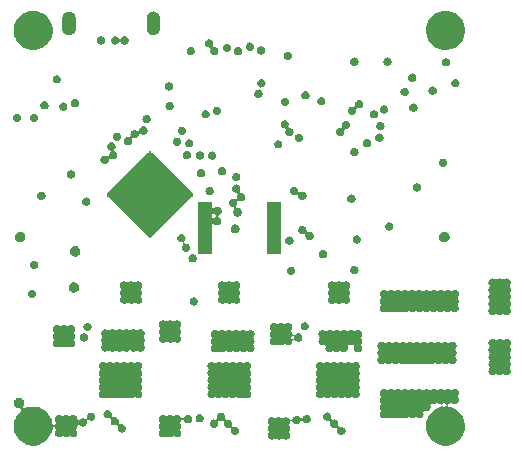
<source format=gbs>
G04 #@! TF.GenerationSoftware,KiCad,Pcbnew,(5.1.4-0)*
G04 #@! TF.CreationDate,2019-10-13T11:49:40-04:00*
G04 #@! TF.ProjectId,PCB_V1.3,5043425f-5631-42e3-932e-6b696361645f,rev?*
G04 #@! TF.SameCoordinates,Original*
G04 #@! TF.FileFunction,Soldermask,Bot*
G04 #@! TF.FilePolarity,Negative*
%FSLAX46Y46*%
G04 Gerber Fmt 4.6, Leading zero omitted, Abs format (unit mm)*
G04 Created by KiCad (PCBNEW (5.1.4-0)) date 2019-10-13 11:49:40*
%MOMM*%
%LPD*%
G04 APERTURE LIST*
%ADD10C,0.100000*%
G04 APERTURE END LIST*
D10*
G36*
X91802383Y-83262489D02*
G01*
X91802386Y-83262490D01*
X91802385Y-83262490D01*
X91866262Y-83288948D01*
X91930554Y-83331907D01*
X91952164Y-83343459D01*
X91975613Y-83350572D01*
X91999999Y-83352974D01*
X92024385Y-83350572D01*
X92047834Y-83343459D01*
X92069446Y-83331907D01*
X92133738Y-83288948D01*
X92197615Y-83262490D01*
X92197614Y-83262490D01*
X92197617Y-83262489D01*
X92265430Y-83249000D01*
X92334570Y-83249000D01*
X92402383Y-83262489D01*
X92402386Y-83262490D01*
X92402385Y-83262490D01*
X92466262Y-83288948D01*
X92530554Y-83331907D01*
X92552164Y-83343459D01*
X92575613Y-83350572D01*
X92599999Y-83352974D01*
X92624385Y-83350572D01*
X92647834Y-83343459D01*
X92669446Y-83331907D01*
X92733738Y-83288948D01*
X92797615Y-83262490D01*
X92797614Y-83262490D01*
X92797617Y-83262489D01*
X92865430Y-83249000D01*
X92934570Y-83249000D01*
X93002383Y-83262489D01*
X93002386Y-83262490D01*
X93002385Y-83262490D01*
X93066262Y-83288948D01*
X93130554Y-83331907D01*
X93152164Y-83343459D01*
X93175613Y-83350572D01*
X93199999Y-83352974D01*
X93224385Y-83350572D01*
X93247834Y-83343459D01*
X93269446Y-83331907D01*
X93333738Y-83288948D01*
X93397615Y-83262490D01*
X93397614Y-83262490D01*
X93397617Y-83262489D01*
X93465430Y-83249000D01*
X93534570Y-83249000D01*
X93602383Y-83262489D01*
X93602386Y-83262490D01*
X93602385Y-83262490D01*
X93666262Y-83288948D01*
X93730554Y-83331907D01*
X93752164Y-83343459D01*
X93775613Y-83350572D01*
X93799999Y-83352974D01*
X93824385Y-83350572D01*
X93847834Y-83343459D01*
X93869446Y-83331907D01*
X93933738Y-83288948D01*
X93997615Y-83262490D01*
X93997614Y-83262490D01*
X93997617Y-83262489D01*
X94065430Y-83249000D01*
X94134570Y-83249000D01*
X94202383Y-83262489D01*
X94202386Y-83262490D01*
X94202385Y-83262490D01*
X94266262Y-83288948D01*
X94330554Y-83331907D01*
X94352164Y-83343459D01*
X94375613Y-83350572D01*
X94399999Y-83352974D01*
X94424385Y-83350572D01*
X94447834Y-83343459D01*
X94469446Y-83331907D01*
X94533738Y-83288948D01*
X94597615Y-83262490D01*
X94597614Y-83262490D01*
X94597617Y-83262489D01*
X94665430Y-83249000D01*
X94734570Y-83249000D01*
X94802383Y-83262489D01*
X94802386Y-83262490D01*
X94802385Y-83262490D01*
X94866262Y-83288948D01*
X94930554Y-83331907D01*
X94952164Y-83343459D01*
X94975613Y-83350572D01*
X94999999Y-83352974D01*
X95024385Y-83350572D01*
X95047834Y-83343459D01*
X95069446Y-83331907D01*
X95133738Y-83288948D01*
X95197615Y-83262490D01*
X95197614Y-83262490D01*
X95197617Y-83262489D01*
X95265430Y-83249000D01*
X95334570Y-83249000D01*
X95402383Y-83262489D01*
X95402386Y-83262490D01*
X95402385Y-83262490D01*
X95466262Y-83288948D01*
X95530554Y-83331907D01*
X95552164Y-83343459D01*
X95575613Y-83350572D01*
X95599999Y-83352974D01*
X95624385Y-83350572D01*
X95647834Y-83343459D01*
X95669446Y-83331907D01*
X95733738Y-83288948D01*
X95797615Y-83262490D01*
X95797614Y-83262490D01*
X95797617Y-83262489D01*
X95865430Y-83249000D01*
X95934570Y-83249000D01*
X96002383Y-83262489D01*
X96002386Y-83262490D01*
X96002385Y-83262490D01*
X96066262Y-83288948D01*
X96130554Y-83331907D01*
X96152164Y-83343459D01*
X96175613Y-83350572D01*
X96199999Y-83352974D01*
X96224385Y-83350572D01*
X96247834Y-83343459D01*
X96269446Y-83331907D01*
X96333738Y-83288948D01*
X96397615Y-83262490D01*
X96397614Y-83262490D01*
X96397617Y-83262489D01*
X96465430Y-83249000D01*
X96534570Y-83249000D01*
X96602383Y-83262489D01*
X96602386Y-83262490D01*
X96602385Y-83262490D01*
X96666262Y-83288948D01*
X96730554Y-83331907D01*
X96752164Y-83343459D01*
X96775613Y-83350572D01*
X96799999Y-83352974D01*
X96824385Y-83350572D01*
X96847834Y-83343459D01*
X96869446Y-83331907D01*
X96933738Y-83288948D01*
X96997615Y-83262490D01*
X96997614Y-83262490D01*
X96997617Y-83262489D01*
X97065430Y-83249000D01*
X97134570Y-83249000D01*
X97202383Y-83262489D01*
X97202386Y-83262490D01*
X97202385Y-83262490D01*
X97266262Y-83288948D01*
X97330554Y-83331907D01*
X97352164Y-83343459D01*
X97375613Y-83350572D01*
X97399999Y-83352974D01*
X97424385Y-83350572D01*
X97447834Y-83343459D01*
X97469446Y-83331907D01*
X97533738Y-83288948D01*
X97597615Y-83262490D01*
X97597614Y-83262490D01*
X97597617Y-83262489D01*
X97665430Y-83249000D01*
X97734570Y-83249000D01*
X97802383Y-83262489D01*
X97802386Y-83262490D01*
X97802385Y-83262490D01*
X97866258Y-83288946D01*
X97923748Y-83327360D01*
X97972640Y-83376252D01*
X98011054Y-83433742D01*
X98018202Y-83451000D01*
X98037511Y-83497617D01*
X98051000Y-83565430D01*
X98051000Y-83634570D01*
X98037511Y-83702383D01*
X98037510Y-83702385D01*
X98011052Y-83766262D01*
X97968093Y-83830554D01*
X97956541Y-83852164D01*
X97949428Y-83875613D01*
X97947026Y-83899999D01*
X97949428Y-83924385D01*
X97956541Y-83947834D01*
X97968093Y-83969446D01*
X98011052Y-84033738D01*
X98017924Y-84050329D01*
X98037511Y-84097617D01*
X98051000Y-84165430D01*
X98051000Y-84234570D01*
X98037511Y-84302383D01*
X98037510Y-84302385D01*
X98011054Y-84366258D01*
X97972640Y-84423748D01*
X97923748Y-84472640D01*
X97866258Y-84511054D01*
X97819869Y-84530268D01*
X97802383Y-84537511D01*
X97734570Y-84551000D01*
X97665430Y-84551000D01*
X97597617Y-84537511D01*
X97578905Y-84529760D01*
X97533738Y-84511052D01*
X97469446Y-84468093D01*
X97447836Y-84456541D01*
X97424387Y-84449428D01*
X97400001Y-84447026D01*
X97375615Y-84449428D01*
X97352166Y-84456541D01*
X97330554Y-84468093D01*
X97266263Y-84511051D01*
X97266262Y-84511052D01*
X97266261Y-84511052D01*
X97257384Y-84514729D01*
X97192801Y-84541480D01*
X97171191Y-84553031D01*
X97152249Y-84568576D01*
X97136703Y-84587518D01*
X97125152Y-84609128D01*
X97118039Y-84632577D01*
X97115637Y-84656964D01*
X97118039Y-84681350D01*
X97125152Y-84704799D01*
X97136703Y-84726409D01*
X97152248Y-84745351D01*
X97171190Y-84760897D01*
X97192800Y-84772448D01*
X97216251Y-84779561D01*
X97381579Y-84812447D01*
X97553521Y-84883668D01*
X97680377Y-84936213D01*
X97682042Y-84936903D01*
X97952451Y-85117585D01*
X98182415Y-85347549D01*
X98363097Y-85617958D01*
X98363098Y-85617960D01*
X98393098Y-85690386D01*
X98487553Y-85918421D01*
X98505379Y-86008037D01*
X98551000Y-86237389D01*
X98551000Y-86562611D01*
X98523671Y-86700001D01*
X98487553Y-86881579D01*
X98363097Y-87182042D01*
X98182415Y-87452451D01*
X97952451Y-87682415D01*
X97682042Y-87863097D01*
X97381579Y-87987553D01*
X97275256Y-88008702D01*
X97062611Y-88051000D01*
X96737389Y-88051000D01*
X96524744Y-88008702D01*
X96418421Y-87987553D01*
X96117958Y-87863097D01*
X95847549Y-87682415D01*
X95617585Y-87452451D01*
X95436903Y-87182042D01*
X95312447Y-86881579D01*
X95276329Y-86700001D01*
X95249000Y-86562611D01*
X95249000Y-86237389D01*
X95294621Y-86008037D01*
X95312447Y-85918421D01*
X95406902Y-85690386D01*
X95436902Y-85617960D01*
X95436903Y-85617958D01*
X95617585Y-85347549D01*
X95847549Y-85117585D01*
X96117958Y-84936903D01*
X96119624Y-84936213D01*
X96246479Y-84883668D01*
X96418421Y-84812447D01*
X96488055Y-84798596D01*
X96511504Y-84791483D01*
X96533115Y-84779932D01*
X96552057Y-84764387D01*
X96567602Y-84745445D01*
X96579153Y-84723834D01*
X96586266Y-84700385D01*
X96588668Y-84675999D01*
X96586266Y-84651613D01*
X96579153Y-84628164D01*
X96577924Y-84625863D01*
X96590725Y-84625863D01*
X96593127Y-84650249D01*
X96600240Y-84673698D01*
X96611792Y-84695308D01*
X96627337Y-84714250D01*
X96646279Y-84729795D01*
X96667890Y-84741346D01*
X96691339Y-84748459D01*
X96715725Y-84750861D01*
X96734619Y-84749000D01*
X96879783Y-84749000D01*
X96904169Y-84746598D01*
X96927618Y-84739485D01*
X96949229Y-84727934D01*
X96968171Y-84712389D01*
X96983716Y-84693447D01*
X96995267Y-84671836D01*
X97002380Y-84648387D01*
X97004782Y-84624001D01*
X97002380Y-84599615D01*
X96995267Y-84576166D01*
X96983716Y-84554555D01*
X96968171Y-84535613D01*
X96949229Y-84520068D01*
X96939241Y-84514729D01*
X96869446Y-84468093D01*
X96847836Y-84456541D01*
X96824387Y-84449428D01*
X96800001Y-84447026D01*
X96775615Y-84449428D01*
X96752166Y-84456541D01*
X96730554Y-84468093D01*
X96664802Y-84512028D01*
X96646278Y-84521930D01*
X96627336Y-84537475D01*
X96611791Y-84556417D01*
X96600240Y-84578028D01*
X96593127Y-84601477D01*
X96590725Y-84625863D01*
X96577924Y-84625863D01*
X96567602Y-84606553D01*
X96552057Y-84587611D01*
X96533115Y-84572066D01*
X96511504Y-84560515D01*
X96488055Y-84553402D01*
X96467157Y-84551344D01*
X96436514Y-84545248D01*
X96397617Y-84537511D01*
X96378905Y-84529760D01*
X96333738Y-84511052D01*
X96269446Y-84468093D01*
X96247836Y-84456541D01*
X96224387Y-84449428D01*
X96200001Y-84447026D01*
X96175615Y-84449428D01*
X96152166Y-84456541D01*
X96130554Y-84468093D01*
X96066262Y-84511052D01*
X96021095Y-84529760D01*
X96002383Y-84537511D01*
X95934570Y-84551000D01*
X95865430Y-84551000D01*
X95797617Y-84537511D01*
X95791790Y-84536352D01*
X95779648Y-84532669D01*
X95755261Y-84530268D01*
X95730876Y-84532671D01*
X95707427Y-84539785D01*
X95685817Y-84551337D01*
X95666875Y-84566883D01*
X95651331Y-84585826D01*
X95639781Y-84607437D01*
X95632669Y-84630886D01*
X95630268Y-84655273D01*
X95632671Y-84679658D01*
X95636353Y-84691795D01*
X95643912Y-84729795D01*
X95651000Y-84765430D01*
X95651000Y-84834570D01*
X95637511Y-84902383D01*
X95637510Y-84902385D01*
X95611054Y-84966258D01*
X95572640Y-85023748D01*
X95523748Y-85072640D01*
X95466258Y-85111054D01*
X95419869Y-85130268D01*
X95402383Y-85137511D01*
X95334570Y-85151000D01*
X95265430Y-85151000D01*
X95197617Y-85137511D01*
X95191790Y-85136352D01*
X95179648Y-85132669D01*
X95155261Y-85130268D01*
X95130876Y-85132671D01*
X95107427Y-85139785D01*
X95085817Y-85151337D01*
X95066875Y-85166883D01*
X95051331Y-85185826D01*
X95039781Y-85207437D01*
X95032669Y-85230886D01*
X95030268Y-85255273D01*
X95032671Y-85279658D01*
X95036353Y-85291795D01*
X95037511Y-85297617D01*
X95051000Y-85365430D01*
X95051000Y-85434570D01*
X95037511Y-85502383D01*
X95037510Y-85502385D01*
X95011054Y-85566258D01*
X94972640Y-85623748D01*
X94923748Y-85672640D01*
X94866258Y-85711054D01*
X94819869Y-85730268D01*
X94802383Y-85737511D01*
X94734570Y-85751000D01*
X94665430Y-85751000D01*
X94597617Y-85737511D01*
X94578702Y-85729676D01*
X94533738Y-85711052D01*
X94469446Y-85668093D01*
X94447836Y-85656541D01*
X94424387Y-85649428D01*
X94400001Y-85647026D01*
X94375615Y-85649428D01*
X94352166Y-85656541D01*
X94330554Y-85668093D01*
X94266262Y-85711052D01*
X94221298Y-85729676D01*
X94202383Y-85737511D01*
X94134570Y-85751000D01*
X94065430Y-85751000D01*
X93997617Y-85737511D01*
X93978702Y-85729676D01*
X93933738Y-85711052D01*
X93869446Y-85668093D01*
X93847836Y-85656541D01*
X93824387Y-85649428D01*
X93800001Y-85647026D01*
X93775615Y-85649428D01*
X93752166Y-85656541D01*
X93730554Y-85668093D01*
X93666262Y-85711052D01*
X93621298Y-85729676D01*
X93602383Y-85737511D01*
X93534570Y-85751000D01*
X93465430Y-85751000D01*
X93397617Y-85737511D01*
X93378702Y-85729676D01*
X93333738Y-85711052D01*
X93269446Y-85668093D01*
X93247836Y-85656541D01*
X93224387Y-85649428D01*
X93200001Y-85647026D01*
X93175615Y-85649428D01*
X93152166Y-85656541D01*
X93130554Y-85668093D01*
X93066262Y-85711052D01*
X93021298Y-85729676D01*
X93002383Y-85737511D01*
X92934570Y-85751000D01*
X92865430Y-85751000D01*
X92797617Y-85737511D01*
X92778702Y-85729676D01*
X92733738Y-85711052D01*
X92669446Y-85668093D01*
X92647836Y-85656541D01*
X92624387Y-85649428D01*
X92600001Y-85647026D01*
X92575615Y-85649428D01*
X92552166Y-85656541D01*
X92530554Y-85668093D01*
X92466262Y-85711052D01*
X92421298Y-85729676D01*
X92402383Y-85737511D01*
X92334570Y-85751000D01*
X92265430Y-85751000D01*
X92197617Y-85737511D01*
X92178702Y-85729676D01*
X92133738Y-85711052D01*
X92069446Y-85668093D01*
X92047836Y-85656541D01*
X92024387Y-85649428D01*
X92000001Y-85647026D01*
X91975615Y-85649428D01*
X91952166Y-85656541D01*
X91930554Y-85668093D01*
X91866262Y-85711052D01*
X91821298Y-85729676D01*
X91802383Y-85737511D01*
X91734570Y-85751000D01*
X91665430Y-85751000D01*
X91597617Y-85737511D01*
X91580131Y-85730268D01*
X91533742Y-85711054D01*
X91476252Y-85672640D01*
X91427360Y-85623748D01*
X91388946Y-85566258D01*
X91362490Y-85502385D01*
X91362489Y-85502383D01*
X91349000Y-85434570D01*
X91349000Y-85365430D01*
X91362489Y-85297617D01*
X91380028Y-85255273D01*
X91388948Y-85233738D01*
X91431907Y-85169446D01*
X91443459Y-85147836D01*
X91450572Y-85124387D01*
X91452974Y-85100001D01*
X91450572Y-85075615D01*
X91443459Y-85052166D01*
X91431907Y-85030554D01*
X91388948Y-84966262D01*
X91362490Y-84902385D01*
X91362489Y-84902383D01*
X91349000Y-84834570D01*
X91349000Y-84765430D01*
X91362489Y-84697617D01*
X91371443Y-84675999D01*
X91388948Y-84633738D01*
X91431907Y-84569446D01*
X91443459Y-84547836D01*
X91450572Y-84524387D01*
X91452974Y-84500001D01*
X91450572Y-84475615D01*
X91443459Y-84452166D01*
X91431907Y-84430554D01*
X91388948Y-84366262D01*
X91362490Y-84302385D01*
X91362489Y-84302383D01*
X91349000Y-84234570D01*
X91349000Y-84165430D01*
X91362489Y-84097617D01*
X91382076Y-84050329D01*
X91388948Y-84033738D01*
X91431907Y-83969446D01*
X91443459Y-83947836D01*
X91450572Y-83924387D01*
X91452974Y-83900001D01*
X91450572Y-83875615D01*
X91443459Y-83852166D01*
X91431907Y-83830554D01*
X91388948Y-83766262D01*
X91362490Y-83702385D01*
X91362489Y-83702383D01*
X91349000Y-83634570D01*
X91349000Y-83565430D01*
X91362489Y-83497617D01*
X91381798Y-83451000D01*
X91388946Y-83433742D01*
X91427360Y-83376252D01*
X91476252Y-83327360D01*
X91533742Y-83288946D01*
X91597615Y-83262490D01*
X91597614Y-83262490D01*
X91597617Y-83262489D01*
X91665430Y-83249000D01*
X91734570Y-83249000D01*
X91802383Y-83262489D01*
X91802383Y-83262489D01*
G37*
G36*
X60931552Y-84016331D02*
G01*
X61013627Y-84050328D01*
X61013629Y-84050329D01*
X61087496Y-84099686D01*
X61150314Y-84162504D01*
X61198468Y-84234570D01*
X61199672Y-84236373D01*
X61233669Y-84318448D01*
X61251000Y-84405579D01*
X61251000Y-84494421D01*
X61233669Y-84581552D01*
X61199671Y-84663630D01*
X61169133Y-84709334D01*
X61157582Y-84730945D01*
X61150469Y-84754394D01*
X61148067Y-84778780D01*
X61150469Y-84803166D01*
X61157582Y-84826615D01*
X61169134Y-84848225D01*
X61184679Y-84867167D01*
X61203621Y-84882712D01*
X61225232Y-84894263D01*
X61248681Y-84901376D01*
X61273067Y-84903778D01*
X61297453Y-84901376D01*
X61320897Y-84894264D01*
X61518421Y-84812447D01*
X61683750Y-84779561D01*
X61837389Y-84749000D01*
X62162611Y-84749000D01*
X62316250Y-84779561D01*
X62481579Y-84812447D01*
X62653521Y-84883668D01*
X62780377Y-84936213D01*
X62782042Y-84936903D01*
X63052451Y-85117585D01*
X63282415Y-85347549D01*
X63463097Y-85617958D01*
X63463098Y-85617960D01*
X63493098Y-85690386D01*
X63587553Y-85918421D01*
X63628395Y-86123748D01*
X63647315Y-86218865D01*
X63654428Y-86242314D01*
X63665979Y-86263925D01*
X63681524Y-86282867D01*
X63700466Y-86298412D01*
X63722077Y-86309963D01*
X63745526Y-86317076D01*
X63769912Y-86319478D01*
X63794298Y-86317076D01*
X63817747Y-86309963D01*
X63839358Y-86298412D01*
X63858300Y-86282867D01*
X63873845Y-86263925D01*
X63885396Y-86242313D01*
X63888948Y-86233738D01*
X63931907Y-86169446D01*
X63943459Y-86147836D01*
X63950572Y-86124387D01*
X63952974Y-86100001D01*
X63950572Y-86075615D01*
X63943459Y-86052166D01*
X63931907Y-86030554D01*
X63888948Y-85966262D01*
X63864612Y-85907508D01*
X63862489Y-85902383D01*
X63849000Y-85834570D01*
X63849000Y-85765430D01*
X63862489Y-85697617D01*
X63869024Y-85681841D01*
X63888946Y-85633742D01*
X63927360Y-85576252D01*
X63976252Y-85527360D01*
X64033742Y-85488946D01*
X64097615Y-85462490D01*
X64097614Y-85462490D01*
X64097617Y-85462489D01*
X64165430Y-85449000D01*
X64234570Y-85449000D01*
X64302383Y-85462489D01*
X64302386Y-85462490D01*
X64302385Y-85462490D01*
X64366262Y-85488948D01*
X64430554Y-85531907D01*
X64452164Y-85543459D01*
X64475613Y-85550572D01*
X64499999Y-85552974D01*
X64524385Y-85550572D01*
X64547834Y-85543459D01*
X64569446Y-85531907D01*
X64633738Y-85488948D01*
X64697615Y-85462490D01*
X64697614Y-85462490D01*
X64697617Y-85462489D01*
X64765430Y-85449000D01*
X64834570Y-85449000D01*
X64902383Y-85462489D01*
X64902386Y-85462490D01*
X64902385Y-85462490D01*
X64966262Y-85488948D01*
X65030554Y-85531907D01*
X65052164Y-85543459D01*
X65075613Y-85550572D01*
X65099999Y-85552974D01*
X65124385Y-85550572D01*
X65147834Y-85543459D01*
X65169446Y-85531907D01*
X65233738Y-85488948D01*
X65297615Y-85462490D01*
X65297614Y-85462490D01*
X65297617Y-85462489D01*
X65365430Y-85449000D01*
X65434570Y-85449000D01*
X65502383Y-85462489D01*
X65502386Y-85462490D01*
X65502385Y-85462490D01*
X65566258Y-85488946D01*
X65623748Y-85527360D01*
X65672640Y-85576252D01*
X65711054Y-85633742D01*
X65734341Y-85689963D01*
X65737511Y-85697617D01*
X65743888Y-85729676D01*
X65753024Y-85775603D01*
X65760138Y-85799051D01*
X65771689Y-85820662D01*
X65787234Y-85839604D01*
X65806177Y-85855149D01*
X65827787Y-85866700D01*
X65851236Y-85873812D01*
X65875623Y-85876214D01*
X65900009Y-85873812D01*
X65923457Y-85866698D01*
X65945068Y-85855147D01*
X65964009Y-85839603D01*
X65976252Y-85827360D01*
X66033742Y-85788946D01*
X66091195Y-85765149D01*
X66097617Y-85762489D01*
X66165430Y-85749000D01*
X66234570Y-85749000D01*
X66302383Y-85762489D01*
X66308805Y-85765149D01*
X66371534Y-85791131D01*
X66383119Y-85797324D01*
X66406568Y-85804437D01*
X66430954Y-85806839D01*
X66455340Y-85804437D01*
X66478789Y-85797324D01*
X66500400Y-85785773D01*
X66519342Y-85770228D01*
X66534888Y-85751286D01*
X66546439Y-85729676D01*
X66553552Y-85706227D01*
X66555954Y-85681841D01*
X66553552Y-85657452D01*
X66553371Y-85656541D01*
X66549000Y-85634570D01*
X66549000Y-85565430D01*
X66562489Y-85497617D01*
X66577039Y-85462489D01*
X66588946Y-85433742D01*
X66627360Y-85376252D01*
X66676252Y-85327360D01*
X66733742Y-85288946D01*
X66797615Y-85262490D01*
X66797614Y-85262490D01*
X66797617Y-85262489D01*
X66865430Y-85249000D01*
X66934570Y-85249000D01*
X67002383Y-85262489D01*
X67002386Y-85262490D01*
X67002385Y-85262490D01*
X67066258Y-85288946D01*
X67123748Y-85327360D01*
X67172640Y-85376252D01*
X67211054Y-85433742D01*
X67222961Y-85462489D01*
X67237511Y-85497617D01*
X67251000Y-85565430D01*
X67251000Y-85634570D01*
X67237511Y-85702383D01*
X67237510Y-85702385D01*
X67211054Y-85766258D01*
X67172640Y-85823748D01*
X67123748Y-85872640D01*
X67066258Y-85911054D01*
X67023957Y-85928575D01*
X67002383Y-85937511D01*
X66934570Y-85951000D01*
X66865430Y-85951000D01*
X66797617Y-85937511D01*
X66785927Y-85932669D01*
X66728466Y-85908869D01*
X66716881Y-85902676D01*
X66693432Y-85895563D01*
X66669046Y-85893161D01*
X66644660Y-85895563D01*
X66621211Y-85902676D01*
X66599600Y-85914227D01*
X66580658Y-85929772D01*
X66565112Y-85948714D01*
X66553561Y-85970324D01*
X66546448Y-85993773D01*
X66544046Y-86018159D01*
X66546448Y-86042544D01*
X66551000Y-86065430D01*
X66551000Y-86134570D01*
X66537511Y-86202383D01*
X66537510Y-86202385D01*
X66511054Y-86266258D01*
X66472640Y-86323748D01*
X66423748Y-86372640D01*
X66366258Y-86411054D01*
X66314182Y-86432624D01*
X66302383Y-86437511D01*
X66234570Y-86451000D01*
X66165430Y-86451000D01*
X66097617Y-86437511D01*
X66085818Y-86432624D01*
X66033742Y-86411054D01*
X65976252Y-86372640D01*
X65964009Y-86360397D01*
X65945067Y-86344852D01*
X65923456Y-86333301D01*
X65900007Y-86326188D01*
X65875621Y-86323786D01*
X65851235Y-86326188D01*
X65827786Y-86333301D01*
X65806175Y-86344852D01*
X65787233Y-86360397D01*
X65771688Y-86379339D01*
X65760137Y-86400950D01*
X65753024Y-86424397D01*
X65751000Y-86434570D01*
X65741382Y-86482924D01*
X65737510Y-86502386D01*
X65711052Y-86566262D01*
X65668093Y-86630554D01*
X65656541Y-86652164D01*
X65649428Y-86675613D01*
X65647026Y-86699999D01*
X65649428Y-86724385D01*
X65656541Y-86747834D01*
X65668093Y-86769446D01*
X65711052Y-86833738D01*
X65718684Y-86852164D01*
X65737511Y-86897617D01*
X65751000Y-86965430D01*
X65751000Y-87034570D01*
X65737511Y-87102383D01*
X65737510Y-87102385D01*
X65711054Y-87166258D01*
X65672640Y-87223748D01*
X65623748Y-87272640D01*
X65566258Y-87311054D01*
X65514182Y-87332624D01*
X65502383Y-87337511D01*
X65434570Y-87351000D01*
X65365430Y-87351000D01*
X65297617Y-87337511D01*
X65278905Y-87329760D01*
X65233738Y-87311052D01*
X65169446Y-87268093D01*
X65147836Y-87256541D01*
X65124387Y-87249428D01*
X65100001Y-87247026D01*
X65075615Y-87249428D01*
X65052166Y-87256541D01*
X65030554Y-87268093D01*
X64966262Y-87311052D01*
X64921095Y-87329760D01*
X64902383Y-87337511D01*
X64834570Y-87351000D01*
X64765430Y-87351000D01*
X64697617Y-87337511D01*
X64678905Y-87329760D01*
X64633738Y-87311052D01*
X64569446Y-87268093D01*
X64547836Y-87256541D01*
X64524387Y-87249428D01*
X64500001Y-87247026D01*
X64475615Y-87249428D01*
X64452166Y-87256541D01*
X64430554Y-87268093D01*
X64366262Y-87311052D01*
X64321095Y-87329760D01*
X64302383Y-87337511D01*
X64234570Y-87351000D01*
X64165430Y-87351000D01*
X64097617Y-87337511D01*
X64085818Y-87332624D01*
X64033742Y-87311054D01*
X63976252Y-87272640D01*
X63927360Y-87223748D01*
X63888946Y-87166258D01*
X63862490Y-87102385D01*
X63862489Y-87102383D01*
X63849000Y-87034570D01*
X63849000Y-86965430D01*
X63862489Y-86897617D01*
X63881316Y-86852164D01*
X63888948Y-86833738D01*
X63931907Y-86769446D01*
X63943459Y-86747836D01*
X63950572Y-86724387D01*
X63952974Y-86700001D01*
X63950572Y-86675615D01*
X63943459Y-86652166D01*
X63931907Y-86630554D01*
X63888948Y-86566262D01*
X63885396Y-86557687D01*
X63873845Y-86536076D01*
X63858300Y-86517134D01*
X63839358Y-86501589D01*
X63817748Y-86490037D01*
X63794299Y-86482924D01*
X63769913Y-86480522D01*
X63745527Y-86482924D01*
X63722078Y-86490037D01*
X63700467Y-86501588D01*
X63681525Y-86517133D01*
X63665980Y-86536075D01*
X63654428Y-86557685D01*
X63647315Y-86581135D01*
X63587553Y-86881579D01*
X63463097Y-87182042D01*
X63282415Y-87452451D01*
X63052451Y-87682415D01*
X62782042Y-87863097D01*
X62481579Y-87987553D01*
X62375256Y-88008702D01*
X62162611Y-88051000D01*
X61837389Y-88051000D01*
X61624744Y-88008702D01*
X61518421Y-87987553D01*
X61217958Y-87863097D01*
X60947549Y-87682415D01*
X60717585Y-87452451D01*
X60536903Y-87182042D01*
X60412447Y-86881579D01*
X60376329Y-86700001D01*
X60349000Y-86562611D01*
X60349000Y-86237389D01*
X60394621Y-86008037D01*
X60412447Y-85918421D01*
X60506902Y-85690386D01*
X60536902Y-85617960D01*
X60536903Y-85617958D01*
X60717585Y-85347549D01*
X60947549Y-85117585D01*
X60947552Y-85117583D01*
X60952146Y-85112989D01*
X60967691Y-85094047D01*
X60979242Y-85072436D01*
X60986355Y-85048987D01*
X60988757Y-85024601D01*
X60986355Y-85000215D01*
X60979242Y-84976766D01*
X60967691Y-84955155D01*
X60952146Y-84936213D01*
X60933204Y-84920668D01*
X60911593Y-84909117D01*
X60888144Y-84902004D01*
X60863758Y-84899602D01*
X60849569Y-84901000D01*
X60755579Y-84901000D01*
X60668448Y-84883669D01*
X60586373Y-84849672D01*
X60586372Y-84849672D01*
X60586371Y-84849671D01*
X60512504Y-84800314D01*
X60449686Y-84737496D01*
X60445309Y-84730945D01*
X60412170Y-84681350D01*
X60400329Y-84663629D01*
X60394787Y-84650249D01*
X60366331Y-84581552D01*
X60349000Y-84494421D01*
X60349000Y-84405579D01*
X60366331Y-84318448D01*
X60400328Y-84236373D01*
X60401533Y-84234570D01*
X60449686Y-84162504D01*
X60512504Y-84099686D01*
X60586371Y-84050329D01*
X60586373Y-84050328D01*
X60668448Y-84016331D01*
X60755579Y-83999000D01*
X60844421Y-83999000D01*
X60931552Y-84016331D01*
X60931552Y-84016331D01*
G37*
G36*
X85252383Y-85462489D02*
G01*
X85252386Y-85462490D01*
X85252385Y-85462490D01*
X85316258Y-85488946D01*
X85373748Y-85527360D01*
X85422640Y-85576252D01*
X85461054Y-85633742D01*
X85480976Y-85681841D01*
X85487511Y-85697617D01*
X85501000Y-85765430D01*
X85501000Y-85834570D01*
X85487511Y-85902383D01*
X85485388Y-85907508D01*
X85461054Y-85966258D01*
X85422640Y-86023748D01*
X85373748Y-86072640D01*
X85316258Y-86111054D01*
X85264182Y-86132624D01*
X85252383Y-86137511D01*
X85184570Y-86151000D01*
X85115430Y-86151000D01*
X85047617Y-86137511D01*
X85035818Y-86132624D01*
X84983742Y-86111054D01*
X84926252Y-86072640D01*
X84877360Y-86023748D01*
X84853758Y-85988425D01*
X84838212Y-85969483D01*
X84819271Y-85953938D01*
X84797660Y-85942387D01*
X84774211Y-85935274D01*
X84749825Y-85932872D01*
X84725439Y-85935274D01*
X84701990Y-85942387D01*
X84680379Y-85953938D01*
X84661437Y-85969484D01*
X84645892Y-85988425D01*
X84634341Y-86010037D01*
X84611054Y-86066258D01*
X84572640Y-86123748D01*
X84523748Y-86172640D01*
X84466258Y-86211054D01*
X84435608Y-86223749D01*
X84402383Y-86237511D01*
X84334570Y-86251000D01*
X84265430Y-86251000D01*
X84197617Y-86237511D01*
X84164392Y-86223749D01*
X84133742Y-86211054D01*
X84076252Y-86172640D01*
X84027360Y-86123748D01*
X83988946Y-86066258D01*
X83981628Y-86048590D01*
X83970077Y-86026979D01*
X83954532Y-86008037D01*
X83935590Y-85992492D01*
X83913980Y-85980940D01*
X83890531Y-85973827D01*
X83866145Y-85971425D01*
X83841759Y-85973827D01*
X83818310Y-85980940D01*
X83796699Y-85992491D01*
X83777757Y-86008036D01*
X83762212Y-86026978D01*
X83750660Y-86048588D01*
X83743547Y-86072037D01*
X83743427Y-86072640D01*
X83737511Y-86102385D01*
X83711052Y-86166262D01*
X83668093Y-86230554D01*
X83656541Y-86252164D01*
X83649428Y-86275613D01*
X83647026Y-86299999D01*
X83649428Y-86324385D01*
X83656541Y-86347834D01*
X83668093Y-86369446D01*
X83711052Y-86433738D01*
X83718202Y-86451000D01*
X83737511Y-86497617D01*
X83751000Y-86565430D01*
X83751000Y-86634570D01*
X83737511Y-86702383D01*
X83737510Y-86702385D01*
X83711052Y-86766262D01*
X83668093Y-86830554D01*
X83656541Y-86852164D01*
X83649428Y-86875613D01*
X83647026Y-86899999D01*
X83649428Y-86924385D01*
X83656541Y-86947834D01*
X83668093Y-86969446D01*
X83711052Y-87033738D01*
X83727165Y-87072639D01*
X83737511Y-87097617D01*
X83751000Y-87165430D01*
X83751000Y-87234570D01*
X83737511Y-87302383D01*
X83737510Y-87302385D01*
X83711054Y-87366258D01*
X83672640Y-87423748D01*
X83623748Y-87472640D01*
X83566258Y-87511054D01*
X83514182Y-87532624D01*
X83502383Y-87537511D01*
X83434570Y-87551000D01*
X83365430Y-87551000D01*
X83297617Y-87537511D01*
X83278905Y-87529760D01*
X83233738Y-87511052D01*
X83169446Y-87468093D01*
X83147836Y-87456541D01*
X83124387Y-87449428D01*
X83100001Y-87447026D01*
X83075615Y-87449428D01*
X83052166Y-87456541D01*
X83030554Y-87468093D01*
X82966262Y-87511052D01*
X82921095Y-87529760D01*
X82902383Y-87537511D01*
X82834570Y-87551000D01*
X82765430Y-87551000D01*
X82697617Y-87537511D01*
X82678905Y-87529760D01*
X82633738Y-87511052D01*
X82569446Y-87468093D01*
X82547836Y-87456541D01*
X82524387Y-87449428D01*
X82500001Y-87447026D01*
X82475615Y-87449428D01*
X82452166Y-87456541D01*
X82430554Y-87468093D01*
X82366262Y-87511052D01*
X82321095Y-87529760D01*
X82302383Y-87537511D01*
X82234570Y-87551000D01*
X82165430Y-87551000D01*
X82097617Y-87537511D01*
X82085818Y-87532624D01*
X82033742Y-87511054D01*
X81976252Y-87472640D01*
X81927360Y-87423748D01*
X81888946Y-87366258D01*
X81862490Y-87302385D01*
X81862489Y-87302383D01*
X81849000Y-87234570D01*
X81849000Y-87165430D01*
X81862489Y-87097617D01*
X81872835Y-87072639D01*
X81888948Y-87033738D01*
X81931907Y-86969446D01*
X81943459Y-86947836D01*
X81950572Y-86924387D01*
X81952974Y-86900001D01*
X81950572Y-86875615D01*
X81943459Y-86852166D01*
X81931907Y-86830554D01*
X81888948Y-86766262D01*
X81862490Y-86702385D01*
X81862489Y-86702383D01*
X81849000Y-86634570D01*
X81849000Y-86565430D01*
X81862489Y-86497617D01*
X81881798Y-86451000D01*
X81888948Y-86433738D01*
X81931907Y-86369446D01*
X81943459Y-86347836D01*
X81950572Y-86324387D01*
X81952974Y-86300001D01*
X81950572Y-86275615D01*
X81943459Y-86252166D01*
X81931907Y-86230554D01*
X81888948Y-86166262D01*
X81862490Y-86102385D01*
X81862489Y-86102383D01*
X81849000Y-86034570D01*
X81849000Y-85965430D01*
X81862489Y-85897617D01*
X81872349Y-85873812D01*
X81888946Y-85833742D01*
X81927360Y-85776252D01*
X81976252Y-85727360D01*
X82033742Y-85688946D01*
X82085932Y-85667329D01*
X82097617Y-85662489D01*
X82165430Y-85649000D01*
X82234570Y-85649000D01*
X82302383Y-85662489D01*
X82314068Y-85667329D01*
X82366262Y-85688948D01*
X82430554Y-85731907D01*
X82452164Y-85743459D01*
X82475613Y-85750572D01*
X82499999Y-85752974D01*
X82524385Y-85750572D01*
X82547834Y-85743459D01*
X82569446Y-85731907D01*
X82633738Y-85688948D01*
X82685932Y-85667329D01*
X82697617Y-85662489D01*
X82765430Y-85649000D01*
X82834570Y-85649000D01*
X82902383Y-85662489D01*
X82914068Y-85667329D01*
X82966262Y-85688948D01*
X83030554Y-85731907D01*
X83052164Y-85743459D01*
X83075613Y-85750572D01*
X83099999Y-85752974D01*
X83124385Y-85750572D01*
X83147834Y-85743459D01*
X83169446Y-85731907D01*
X83233738Y-85688948D01*
X83285932Y-85667329D01*
X83297617Y-85662489D01*
X83365430Y-85649000D01*
X83434570Y-85649000D01*
X83502383Y-85662489D01*
X83514068Y-85667329D01*
X83566258Y-85688946D01*
X83623748Y-85727360D01*
X83672640Y-85776252D01*
X83711054Y-85833742D01*
X83718372Y-85851410D01*
X83729923Y-85873021D01*
X83745468Y-85891963D01*
X83764410Y-85907508D01*
X83786020Y-85919060D01*
X83809469Y-85926173D01*
X83833855Y-85928575D01*
X83858241Y-85926173D01*
X83881690Y-85919060D01*
X83903301Y-85907509D01*
X83922243Y-85891964D01*
X83937788Y-85873022D01*
X83949340Y-85851412D01*
X83956453Y-85827962D01*
X83956573Y-85827361D01*
X83959194Y-85814183D01*
X83962489Y-85797615D01*
X83988946Y-85733742D01*
X84027360Y-85676252D01*
X84076252Y-85627360D01*
X84133742Y-85588946D01*
X84197615Y-85562490D01*
X84197614Y-85562490D01*
X84197617Y-85562489D01*
X84265430Y-85549000D01*
X84334570Y-85549000D01*
X84402383Y-85562489D01*
X84402386Y-85562490D01*
X84402385Y-85562490D01*
X84466258Y-85588946D01*
X84518344Y-85623749D01*
X84523749Y-85627361D01*
X84572639Y-85676251D01*
X84590102Y-85702385D01*
X84596242Y-85711575D01*
X84611788Y-85730517D01*
X84630729Y-85746062D01*
X84652340Y-85757613D01*
X84675789Y-85764726D01*
X84700175Y-85767128D01*
X84724561Y-85764726D01*
X84748010Y-85757613D01*
X84769621Y-85746062D01*
X84788563Y-85730516D01*
X84804108Y-85711575D01*
X84815659Y-85689963D01*
X84838946Y-85633742D01*
X84877360Y-85576252D01*
X84926252Y-85527360D01*
X84983742Y-85488946D01*
X85047615Y-85462490D01*
X85047614Y-85462490D01*
X85047617Y-85462489D01*
X85115430Y-85449000D01*
X85184570Y-85449000D01*
X85252383Y-85462489D01*
X85252383Y-85462489D01*
G37*
G36*
X73102383Y-85462489D02*
G01*
X73102386Y-85462490D01*
X73102385Y-85462490D01*
X73166262Y-85488948D01*
X73230554Y-85531907D01*
X73252164Y-85543459D01*
X73275613Y-85550572D01*
X73299999Y-85552974D01*
X73324385Y-85550572D01*
X73347834Y-85543459D01*
X73369446Y-85531907D01*
X73433738Y-85488948D01*
X73497615Y-85462490D01*
X73497614Y-85462490D01*
X73497617Y-85462489D01*
X73565430Y-85449000D01*
X73634570Y-85449000D01*
X73702383Y-85462489D01*
X73702386Y-85462490D01*
X73702385Y-85462490D01*
X73766262Y-85488948D01*
X73830554Y-85531907D01*
X73852164Y-85543459D01*
X73875613Y-85550572D01*
X73899999Y-85552974D01*
X73924385Y-85550572D01*
X73947834Y-85543459D01*
X73969446Y-85531907D01*
X74033738Y-85488948D01*
X74097615Y-85462490D01*
X74097614Y-85462490D01*
X74097617Y-85462489D01*
X74165430Y-85449000D01*
X74234570Y-85449000D01*
X74302383Y-85462489D01*
X74302386Y-85462490D01*
X74302385Y-85462490D01*
X74366258Y-85488946D01*
X74423748Y-85527360D01*
X74472640Y-85576252D01*
X74511054Y-85633742D01*
X74534516Y-85690386D01*
X74546067Y-85711997D01*
X74561612Y-85730939D01*
X74580553Y-85746484D01*
X74602164Y-85758036D01*
X74625613Y-85765149D01*
X74649999Y-85767551D01*
X74674385Y-85765149D01*
X74697834Y-85758036D01*
X74719445Y-85746485D01*
X74738387Y-85730940D01*
X74753932Y-85711999D01*
X74765484Y-85690386D01*
X74788946Y-85633742D01*
X74827360Y-85576252D01*
X74876252Y-85527360D01*
X74933742Y-85488946D01*
X74997615Y-85462490D01*
X74997614Y-85462490D01*
X74997617Y-85462489D01*
X75065430Y-85449000D01*
X75134570Y-85449000D01*
X75202383Y-85462489D01*
X75202386Y-85462490D01*
X75202385Y-85462490D01*
X75266258Y-85488946D01*
X75323748Y-85527360D01*
X75372640Y-85576252D01*
X75411054Y-85633742D01*
X75430976Y-85681841D01*
X75437511Y-85697617D01*
X75451000Y-85765430D01*
X75451000Y-85834570D01*
X75437511Y-85902383D01*
X75435388Y-85907508D01*
X75411054Y-85966258D01*
X75372640Y-86023748D01*
X75323748Y-86072640D01*
X75266258Y-86111054D01*
X75214182Y-86132624D01*
X75202383Y-86137511D01*
X75134570Y-86151000D01*
X75065430Y-86151000D01*
X74997617Y-86137511D01*
X74985818Y-86132624D01*
X74933742Y-86111054D01*
X74876252Y-86072640D01*
X74827360Y-86023748D01*
X74788946Y-85966258D01*
X74765484Y-85909614D01*
X74753933Y-85888003D01*
X74738388Y-85869061D01*
X74719447Y-85853516D01*
X74697836Y-85841964D01*
X74674387Y-85834851D01*
X74650001Y-85832449D01*
X74625615Y-85834851D01*
X74602166Y-85841964D01*
X74580555Y-85853515D01*
X74561613Y-85869060D01*
X74546068Y-85888001D01*
X74534516Y-85909614D01*
X74511052Y-85966262D01*
X74468093Y-86030554D01*
X74456541Y-86052164D01*
X74449428Y-86075613D01*
X74447026Y-86099999D01*
X74449428Y-86124385D01*
X74456541Y-86147834D01*
X74468093Y-86169446D01*
X74511052Y-86233738D01*
X74524522Y-86266258D01*
X74537511Y-86297617D01*
X74551000Y-86365430D01*
X74551000Y-86434570D01*
X74537511Y-86502383D01*
X74537510Y-86502385D01*
X74511052Y-86566262D01*
X74468093Y-86630554D01*
X74456541Y-86652164D01*
X74449428Y-86675613D01*
X74447026Y-86699999D01*
X74449428Y-86724385D01*
X74456541Y-86747834D01*
X74468093Y-86769446D01*
X74511052Y-86833738D01*
X74518684Y-86852164D01*
X74537511Y-86897617D01*
X74551000Y-86965430D01*
X74551000Y-87034570D01*
X74537511Y-87102383D01*
X74537510Y-87102385D01*
X74511054Y-87166258D01*
X74472640Y-87223748D01*
X74423748Y-87272640D01*
X74366258Y-87311054D01*
X74314182Y-87332624D01*
X74302383Y-87337511D01*
X74234570Y-87351000D01*
X74165430Y-87351000D01*
X74097617Y-87337511D01*
X74078905Y-87329760D01*
X74033738Y-87311052D01*
X73969446Y-87268093D01*
X73947836Y-87256541D01*
X73924387Y-87249428D01*
X73900001Y-87247026D01*
X73875615Y-87249428D01*
X73852166Y-87256541D01*
X73830554Y-87268093D01*
X73766262Y-87311052D01*
X73721095Y-87329760D01*
X73702383Y-87337511D01*
X73634570Y-87351000D01*
X73565430Y-87351000D01*
X73497617Y-87337511D01*
X73478905Y-87329760D01*
X73433738Y-87311052D01*
X73369446Y-87268093D01*
X73347836Y-87256541D01*
X73324387Y-87249428D01*
X73300001Y-87247026D01*
X73275615Y-87249428D01*
X73252166Y-87256541D01*
X73230554Y-87268093D01*
X73166262Y-87311052D01*
X73121095Y-87329760D01*
X73102383Y-87337511D01*
X73034570Y-87351000D01*
X72965430Y-87351000D01*
X72897617Y-87337511D01*
X72885818Y-87332624D01*
X72833742Y-87311054D01*
X72776252Y-87272640D01*
X72727360Y-87223748D01*
X72688946Y-87166258D01*
X72662490Y-87102385D01*
X72662489Y-87102383D01*
X72649000Y-87034570D01*
X72649000Y-86965430D01*
X72662489Y-86897617D01*
X72681316Y-86852164D01*
X72688948Y-86833738D01*
X72731907Y-86769446D01*
X72743459Y-86747836D01*
X72750572Y-86724387D01*
X72752974Y-86700001D01*
X72750572Y-86675615D01*
X72743459Y-86652166D01*
X72731907Y-86630554D01*
X72688948Y-86566262D01*
X72662490Y-86502385D01*
X72662489Y-86502383D01*
X72649000Y-86434570D01*
X72649000Y-86365430D01*
X72662489Y-86297617D01*
X72675478Y-86266258D01*
X72688948Y-86233738D01*
X72731907Y-86169446D01*
X72743459Y-86147836D01*
X72750572Y-86124387D01*
X72752974Y-86100001D01*
X72750572Y-86075615D01*
X72743459Y-86052166D01*
X72731907Y-86030554D01*
X72688948Y-85966262D01*
X72664612Y-85907508D01*
X72662489Y-85902383D01*
X72649000Y-85834570D01*
X72649000Y-85765430D01*
X72662489Y-85697617D01*
X72669024Y-85681841D01*
X72688946Y-85633742D01*
X72727360Y-85576252D01*
X72776252Y-85527360D01*
X72833742Y-85488946D01*
X72897615Y-85462490D01*
X72897614Y-85462490D01*
X72897617Y-85462489D01*
X72965430Y-85449000D01*
X73034570Y-85449000D01*
X73102383Y-85462489D01*
X73102383Y-85462489D01*
G37*
G36*
X78002383Y-85262489D02*
G01*
X78002386Y-85262490D01*
X78002385Y-85262490D01*
X78066258Y-85288946D01*
X78123748Y-85327360D01*
X78172640Y-85376252D01*
X78211054Y-85433742D01*
X78222961Y-85462489D01*
X78237511Y-85497617D01*
X78248522Y-85552974D01*
X78251000Y-85565430D01*
X78251000Y-85634570D01*
X78236352Y-85708210D01*
X78232669Y-85720352D01*
X78230268Y-85744739D01*
X78232671Y-85769124D01*
X78239785Y-85792573D01*
X78251337Y-85814183D01*
X78266883Y-85833125D01*
X78285826Y-85848669D01*
X78307437Y-85860219D01*
X78330886Y-85867331D01*
X78355273Y-85869732D01*
X78379658Y-85867329D01*
X78391795Y-85863647D01*
X78465430Y-85849000D01*
X78534570Y-85849000D01*
X78602383Y-85862489D01*
X78605181Y-85863648D01*
X78666258Y-85888946D01*
X78723748Y-85927360D01*
X78772640Y-85976252D01*
X78811054Y-86033742D01*
X78822961Y-86062489D01*
X78837511Y-86097617D01*
X78846884Y-86144739D01*
X78851000Y-86165430D01*
X78851000Y-86234570D01*
X78836352Y-86308210D01*
X78832669Y-86320352D01*
X78830268Y-86344739D01*
X78832671Y-86369124D01*
X78839785Y-86392573D01*
X78851337Y-86414183D01*
X78866883Y-86433125D01*
X78885826Y-86448669D01*
X78907437Y-86460219D01*
X78930886Y-86467331D01*
X78955273Y-86469732D01*
X78979658Y-86467329D01*
X78991795Y-86463647D01*
X79065430Y-86449000D01*
X79134570Y-86449000D01*
X79202383Y-86462489D01*
X79214068Y-86467329D01*
X79266258Y-86488946D01*
X79323748Y-86527360D01*
X79372640Y-86576252D01*
X79411054Y-86633742D01*
X79418684Y-86652164D01*
X79437511Y-86697617D01*
X79451000Y-86765430D01*
X79451000Y-86834570D01*
X79437511Y-86902383D01*
X79437510Y-86902385D01*
X79411054Y-86966258D01*
X79372640Y-87023748D01*
X79323748Y-87072640D01*
X79266258Y-87111054D01*
X79214182Y-87132624D01*
X79202383Y-87137511D01*
X79134570Y-87151000D01*
X79065430Y-87151000D01*
X78997617Y-87137511D01*
X78985818Y-87132624D01*
X78933742Y-87111054D01*
X78876252Y-87072640D01*
X78827360Y-87023748D01*
X78788946Y-86966258D01*
X78762490Y-86902385D01*
X78762489Y-86902383D01*
X78749000Y-86834570D01*
X78749000Y-86765430D01*
X78762489Y-86697617D01*
X78763648Y-86691790D01*
X78767331Y-86679648D01*
X78769732Y-86655261D01*
X78767329Y-86630876D01*
X78760215Y-86607427D01*
X78748663Y-86585817D01*
X78733117Y-86566875D01*
X78714174Y-86551331D01*
X78692563Y-86539781D01*
X78669114Y-86532669D01*
X78644727Y-86530268D01*
X78620342Y-86532671D01*
X78608205Y-86536353D01*
X78534570Y-86551000D01*
X78465430Y-86551000D01*
X78397617Y-86537511D01*
X78380131Y-86530268D01*
X78333742Y-86511054D01*
X78276252Y-86472640D01*
X78227360Y-86423748D01*
X78188946Y-86366258D01*
X78162490Y-86302385D01*
X78162489Y-86302383D01*
X78149000Y-86234570D01*
X78149000Y-86165430D01*
X78154554Y-86137510D01*
X78163648Y-86091790D01*
X78167331Y-86079648D01*
X78169732Y-86055261D01*
X78167329Y-86030876D01*
X78160215Y-86007427D01*
X78148663Y-85985817D01*
X78133117Y-85966875D01*
X78114174Y-85951331D01*
X78092563Y-85939781D01*
X78069114Y-85932669D01*
X78044727Y-85930268D01*
X78020342Y-85932671D01*
X78008205Y-85936353D01*
X77934570Y-85951000D01*
X77865430Y-85951000D01*
X77791790Y-85936352D01*
X77779648Y-85932669D01*
X77755261Y-85930268D01*
X77730876Y-85932671D01*
X77707427Y-85939785D01*
X77685817Y-85951337D01*
X77666875Y-85966883D01*
X77651331Y-85985826D01*
X77639781Y-86007437D01*
X77632669Y-86030886D01*
X77630268Y-86055273D01*
X77632671Y-86079658D01*
X77636353Y-86091795D01*
X77645446Y-86137510D01*
X77651000Y-86165430D01*
X77651000Y-86234570D01*
X77637511Y-86302383D01*
X77637510Y-86302385D01*
X77611054Y-86366258D01*
X77572640Y-86423748D01*
X77523748Y-86472640D01*
X77466258Y-86511054D01*
X77419869Y-86530268D01*
X77402383Y-86537511D01*
X77334570Y-86551000D01*
X77265430Y-86551000D01*
X77197617Y-86537511D01*
X77180131Y-86530268D01*
X77133742Y-86511054D01*
X77076252Y-86472640D01*
X77027360Y-86423748D01*
X76988946Y-86366258D01*
X76962490Y-86302385D01*
X76962489Y-86302383D01*
X76949000Y-86234570D01*
X76949000Y-86165430D01*
X76962489Y-86097617D01*
X76977039Y-86062489D01*
X76988946Y-86033742D01*
X77027360Y-85976252D01*
X77076252Y-85927360D01*
X77133742Y-85888946D01*
X77194819Y-85863648D01*
X77197617Y-85862489D01*
X77265430Y-85849000D01*
X77334570Y-85849000D01*
X77408210Y-85863648D01*
X77420352Y-85867331D01*
X77444739Y-85869732D01*
X77469124Y-85867329D01*
X77492573Y-85860215D01*
X77514183Y-85848663D01*
X77533125Y-85833117D01*
X77548669Y-85814174D01*
X77560219Y-85792563D01*
X77567331Y-85769114D01*
X77569732Y-85744727D01*
X77567329Y-85720342D01*
X77563647Y-85708205D01*
X77549000Y-85634570D01*
X77549000Y-85565430D01*
X77551478Y-85552974D01*
X77562489Y-85497617D01*
X77577039Y-85462489D01*
X77588946Y-85433742D01*
X77627360Y-85376252D01*
X77676252Y-85327360D01*
X77733742Y-85288946D01*
X77797615Y-85262490D01*
X77797614Y-85262490D01*
X77797617Y-85262489D01*
X77865430Y-85249000D01*
X77934570Y-85249000D01*
X78002383Y-85262489D01*
X78002383Y-85262489D01*
G37*
G36*
X87002383Y-85262489D02*
G01*
X87002386Y-85262490D01*
X87002385Y-85262490D01*
X87066258Y-85288946D01*
X87123748Y-85327360D01*
X87172640Y-85376252D01*
X87211054Y-85433742D01*
X87222961Y-85462489D01*
X87237511Y-85497617D01*
X87248522Y-85552974D01*
X87251000Y-85565430D01*
X87251000Y-85634570D01*
X87236352Y-85708210D01*
X87232669Y-85720352D01*
X87230268Y-85744739D01*
X87232671Y-85769124D01*
X87239785Y-85792573D01*
X87251337Y-85814183D01*
X87266883Y-85833125D01*
X87285826Y-85848669D01*
X87307437Y-85860219D01*
X87330886Y-85867331D01*
X87355273Y-85869732D01*
X87379658Y-85867329D01*
X87391795Y-85863647D01*
X87465430Y-85849000D01*
X87534570Y-85849000D01*
X87602383Y-85862489D01*
X87605181Y-85863648D01*
X87666258Y-85888946D01*
X87723748Y-85927360D01*
X87772640Y-85976252D01*
X87811054Y-86033742D01*
X87822961Y-86062489D01*
X87837511Y-86097617D01*
X87846884Y-86144739D01*
X87851000Y-86165430D01*
X87851000Y-86234570D01*
X87836352Y-86308210D01*
X87832669Y-86320352D01*
X87830268Y-86344739D01*
X87832671Y-86369124D01*
X87839785Y-86392573D01*
X87851337Y-86414183D01*
X87866883Y-86433125D01*
X87885826Y-86448669D01*
X87907437Y-86460219D01*
X87930886Y-86467331D01*
X87955273Y-86469732D01*
X87979658Y-86467329D01*
X87991795Y-86463647D01*
X88065430Y-86449000D01*
X88134570Y-86449000D01*
X88202383Y-86462489D01*
X88214068Y-86467329D01*
X88266258Y-86488946D01*
X88323748Y-86527360D01*
X88372640Y-86576252D01*
X88411054Y-86633742D01*
X88418684Y-86652164D01*
X88437511Y-86697617D01*
X88451000Y-86765430D01*
X88451000Y-86834570D01*
X88437511Y-86902383D01*
X88437510Y-86902385D01*
X88411054Y-86966258D01*
X88372640Y-87023748D01*
X88323748Y-87072640D01*
X88266258Y-87111054D01*
X88214182Y-87132624D01*
X88202383Y-87137511D01*
X88134570Y-87151000D01*
X88065430Y-87151000D01*
X87997617Y-87137511D01*
X87985818Y-87132624D01*
X87933742Y-87111054D01*
X87876252Y-87072640D01*
X87827360Y-87023748D01*
X87788946Y-86966258D01*
X87762490Y-86902385D01*
X87762489Y-86902383D01*
X87749000Y-86834570D01*
X87749000Y-86765430D01*
X87762489Y-86697617D01*
X87763648Y-86691790D01*
X87767331Y-86679648D01*
X87769732Y-86655261D01*
X87767329Y-86630876D01*
X87760215Y-86607427D01*
X87748663Y-86585817D01*
X87733117Y-86566875D01*
X87714174Y-86551331D01*
X87692563Y-86539781D01*
X87669114Y-86532669D01*
X87644727Y-86530268D01*
X87620342Y-86532671D01*
X87608205Y-86536353D01*
X87534570Y-86551000D01*
X87465430Y-86551000D01*
X87397617Y-86537511D01*
X87380131Y-86530268D01*
X87333742Y-86511054D01*
X87276252Y-86472640D01*
X87227360Y-86423748D01*
X87188946Y-86366258D01*
X87162490Y-86302385D01*
X87162489Y-86302383D01*
X87149000Y-86234570D01*
X87149000Y-86165430D01*
X87154554Y-86137510D01*
X87163648Y-86091790D01*
X87167331Y-86079648D01*
X87169732Y-86055261D01*
X87167329Y-86030876D01*
X87160215Y-86007427D01*
X87148663Y-85985817D01*
X87133117Y-85966875D01*
X87114174Y-85951331D01*
X87092563Y-85939781D01*
X87069114Y-85932669D01*
X87044727Y-85930268D01*
X87020342Y-85932671D01*
X87008205Y-85936353D01*
X86934570Y-85951000D01*
X86865430Y-85951000D01*
X86797617Y-85937511D01*
X86776043Y-85928575D01*
X86733742Y-85911054D01*
X86676252Y-85872640D01*
X86627360Y-85823748D01*
X86588946Y-85766258D01*
X86562490Y-85702385D01*
X86562489Y-85702383D01*
X86549000Y-85634570D01*
X86549000Y-85565430D01*
X86562489Y-85497617D01*
X86577039Y-85462489D01*
X86588946Y-85433742D01*
X86627360Y-85376252D01*
X86676252Y-85327360D01*
X86733742Y-85288946D01*
X86797615Y-85262490D01*
X86797614Y-85262490D01*
X86797617Y-85262489D01*
X86865430Y-85249000D01*
X86934570Y-85249000D01*
X87002383Y-85262489D01*
X87002383Y-85262489D01*
G37*
G36*
X68402383Y-85062489D02*
G01*
X68402386Y-85062490D01*
X68402385Y-85062490D01*
X68466258Y-85088946D01*
X68523748Y-85127360D01*
X68572640Y-85176252D01*
X68611054Y-85233742D01*
X68619972Y-85255273D01*
X68637511Y-85297617D01*
X68651000Y-85365430D01*
X68651000Y-85434570D01*
X68636352Y-85508210D01*
X68632669Y-85520352D01*
X68630268Y-85544739D01*
X68632671Y-85569124D01*
X68639785Y-85592573D01*
X68651337Y-85614183D01*
X68666883Y-85633125D01*
X68685826Y-85648669D01*
X68707437Y-85660219D01*
X68730886Y-85667331D01*
X68755273Y-85669732D01*
X68779658Y-85667329D01*
X68791795Y-85663647D01*
X68865430Y-85649000D01*
X68934570Y-85649000D01*
X69002383Y-85662489D01*
X69014068Y-85667329D01*
X69066258Y-85688946D01*
X69123748Y-85727360D01*
X69172640Y-85776252D01*
X69211054Y-85833742D01*
X69227651Y-85873812D01*
X69237511Y-85897617D01*
X69248197Y-85951337D01*
X69251000Y-85965430D01*
X69251000Y-86034570D01*
X69236352Y-86108210D01*
X69232669Y-86120352D01*
X69230268Y-86144739D01*
X69232671Y-86169124D01*
X69239785Y-86192573D01*
X69251337Y-86214183D01*
X69266883Y-86233125D01*
X69285826Y-86248669D01*
X69307437Y-86260219D01*
X69330886Y-86267331D01*
X69355273Y-86269732D01*
X69379658Y-86267329D01*
X69391795Y-86263647D01*
X69465430Y-86249000D01*
X69534570Y-86249000D01*
X69602383Y-86262489D01*
X69605850Y-86263925D01*
X69666258Y-86288946D01*
X69723748Y-86327360D01*
X69772640Y-86376252D01*
X69811054Y-86433742D01*
X69824966Y-86467331D01*
X69837511Y-86497617D01*
X69851000Y-86565430D01*
X69851000Y-86634570D01*
X69837511Y-86702383D01*
X69837510Y-86702385D01*
X69811054Y-86766258D01*
X69772640Y-86823748D01*
X69723748Y-86872640D01*
X69666258Y-86911054D01*
X69614182Y-86932624D01*
X69602383Y-86937511D01*
X69534570Y-86951000D01*
X69465430Y-86951000D01*
X69397617Y-86937511D01*
X69385818Y-86932624D01*
X69333742Y-86911054D01*
X69276252Y-86872640D01*
X69227360Y-86823748D01*
X69188946Y-86766258D01*
X69162490Y-86702385D01*
X69162489Y-86702383D01*
X69149000Y-86634570D01*
X69149000Y-86565430D01*
X69162489Y-86497617D01*
X69163648Y-86491790D01*
X69167331Y-86479648D01*
X69169732Y-86455261D01*
X69167329Y-86430876D01*
X69160215Y-86407427D01*
X69148663Y-86385817D01*
X69133117Y-86366875D01*
X69114174Y-86351331D01*
X69092563Y-86339781D01*
X69069114Y-86332669D01*
X69044727Y-86330268D01*
X69020342Y-86332671D01*
X69008205Y-86336353D01*
X68934570Y-86351000D01*
X68865430Y-86351000D01*
X68797617Y-86337511D01*
X68780131Y-86330268D01*
X68733742Y-86311054D01*
X68676252Y-86272640D01*
X68627360Y-86223748D01*
X68588946Y-86166258D01*
X68562490Y-86102385D01*
X68562489Y-86102383D01*
X68549000Y-86034570D01*
X68549000Y-85965430D01*
X68554998Y-85935274D01*
X68563648Y-85891790D01*
X68567331Y-85879648D01*
X68569732Y-85855261D01*
X68567329Y-85830876D01*
X68560215Y-85807427D01*
X68548663Y-85785817D01*
X68533117Y-85766875D01*
X68514174Y-85751331D01*
X68492563Y-85739781D01*
X68469114Y-85732669D01*
X68444727Y-85730268D01*
X68420342Y-85732671D01*
X68408205Y-85736353D01*
X68334570Y-85751000D01*
X68265430Y-85751000D01*
X68197617Y-85737511D01*
X68180131Y-85730268D01*
X68133742Y-85711054D01*
X68076252Y-85672640D01*
X68027360Y-85623748D01*
X67988946Y-85566258D01*
X67962490Y-85502385D01*
X67962489Y-85502383D01*
X67949000Y-85434570D01*
X67949000Y-85365430D01*
X67962489Y-85297617D01*
X67980028Y-85255273D01*
X67988946Y-85233742D01*
X68027360Y-85176252D01*
X68076252Y-85127360D01*
X68133742Y-85088946D01*
X68197615Y-85062490D01*
X68197614Y-85062490D01*
X68197617Y-85062489D01*
X68265430Y-85049000D01*
X68334570Y-85049000D01*
X68402383Y-85062489D01*
X68402383Y-85062489D01*
G37*
G36*
X76202383Y-85412489D02*
G01*
X76202386Y-85412490D01*
X76202385Y-85412490D01*
X76266258Y-85438946D01*
X76323748Y-85477360D01*
X76372640Y-85526252D01*
X76411054Y-85583742D01*
X76425226Y-85617958D01*
X76437511Y-85647617D01*
X76451000Y-85715430D01*
X76451000Y-85784570D01*
X76437511Y-85852383D01*
X76437510Y-85852385D01*
X76411054Y-85916258D01*
X76372640Y-85973748D01*
X76323748Y-86022640D01*
X76266258Y-86061054D01*
X76231103Y-86075615D01*
X76202383Y-86087511D01*
X76134570Y-86101000D01*
X76065430Y-86101000D01*
X75997617Y-86087511D01*
X75968897Y-86075615D01*
X75933742Y-86061054D01*
X75876252Y-86022640D01*
X75827360Y-85973748D01*
X75788946Y-85916258D01*
X75762490Y-85852385D01*
X75762489Y-85852383D01*
X75749000Y-85784570D01*
X75749000Y-85715430D01*
X75762489Y-85647617D01*
X75774774Y-85617958D01*
X75788946Y-85583742D01*
X75827360Y-85526252D01*
X75876252Y-85477360D01*
X75933742Y-85438946D01*
X75997615Y-85412490D01*
X75997614Y-85412490D01*
X75997617Y-85412489D01*
X76065430Y-85399000D01*
X76134570Y-85399000D01*
X76202383Y-85412489D01*
X76202383Y-85412489D01*
G37*
G36*
X77202383Y-80962489D02*
G01*
X77202386Y-80962490D01*
X77202385Y-80962490D01*
X77266262Y-80988948D01*
X77330554Y-81031907D01*
X77352164Y-81043459D01*
X77375613Y-81050572D01*
X77399999Y-81052974D01*
X77424385Y-81050572D01*
X77447834Y-81043459D01*
X77469446Y-81031907D01*
X77533738Y-80988948D01*
X77597615Y-80962490D01*
X77597614Y-80962490D01*
X77597617Y-80962489D01*
X77665430Y-80949000D01*
X77734570Y-80949000D01*
X77802383Y-80962489D01*
X77802386Y-80962490D01*
X77802385Y-80962490D01*
X77866262Y-80988948D01*
X77930554Y-81031907D01*
X77952164Y-81043459D01*
X77975613Y-81050572D01*
X77999999Y-81052974D01*
X78024385Y-81050572D01*
X78047834Y-81043459D01*
X78069446Y-81031907D01*
X78133738Y-80988948D01*
X78197615Y-80962490D01*
X78197614Y-80962490D01*
X78197617Y-80962489D01*
X78265430Y-80949000D01*
X78334570Y-80949000D01*
X78402383Y-80962489D01*
X78402386Y-80962490D01*
X78402385Y-80962490D01*
X78466262Y-80988948D01*
X78530554Y-81031907D01*
X78552164Y-81043459D01*
X78575613Y-81050572D01*
X78599999Y-81052974D01*
X78624385Y-81050572D01*
X78647834Y-81043459D01*
X78669446Y-81031907D01*
X78733738Y-80988948D01*
X78797615Y-80962490D01*
X78797614Y-80962490D01*
X78797617Y-80962489D01*
X78865430Y-80949000D01*
X78934570Y-80949000D01*
X79002383Y-80962489D01*
X79002386Y-80962490D01*
X79002385Y-80962490D01*
X79066262Y-80988948D01*
X79130554Y-81031907D01*
X79152164Y-81043459D01*
X79175613Y-81050572D01*
X79199999Y-81052974D01*
X79224385Y-81050572D01*
X79247834Y-81043459D01*
X79269446Y-81031907D01*
X79333738Y-80988948D01*
X79397615Y-80962490D01*
X79397614Y-80962490D01*
X79397617Y-80962489D01*
X79465430Y-80949000D01*
X79534570Y-80949000D01*
X79602383Y-80962489D01*
X79602386Y-80962490D01*
X79602385Y-80962490D01*
X79666262Y-80988948D01*
X79730554Y-81031907D01*
X79752164Y-81043459D01*
X79775613Y-81050572D01*
X79799999Y-81052974D01*
X79824385Y-81050572D01*
X79847834Y-81043459D01*
X79869446Y-81031907D01*
X79933738Y-80988948D01*
X79997615Y-80962490D01*
X79997614Y-80962490D01*
X79997617Y-80962489D01*
X80065430Y-80949000D01*
X80134570Y-80949000D01*
X80202383Y-80962489D01*
X80202386Y-80962490D01*
X80202385Y-80962490D01*
X80266258Y-80988946D01*
X80323748Y-81027360D01*
X80372640Y-81076252D01*
X80411054Y-81133742D01*
X80418202Y-81151000D01*
X80437511Y-81197617D01*
X80451000Y-81265430D01*
X80451000Y-81334570D01*
X80437511Y-81402383D01*
X80437510Y-81402385D01*
X80411052Y-81466262D01*
X80368093Y-81530554D01*
X80356541Y-81552164D01*
X80349428Y-81575613D01*
X80347026Y-81599999D01*
X80349428Y-81624385D01*
X80356541Y-81647834D01*
X80368093Y-81669446D01*
X80411052Y-81733738D01*
X80411052Y-81733739D01*
X80437511Y-81797617D01*
X80451000Y-81865430D01*
X80451000Y-81934570D01*
X80437511Y-82002383D01*
X80437510Y-82002385D01*
X80411052Y-82066262D01*
X80368093Y-82130554D01*
X80356541Y-82152164D01*
X80349428Y-82175613D01*
X80347026Y-82199999D01*
X80349428Y-82224385D01*
X80356541Y-82247834D01*
X80368093Y-82269446D01*
X80411052Y-82333738D01*
X80411052Y-82333739D01*
X80437511Y-82397617D01*
X80451000Y-82465430D01*
X80451000Y-82534570D01*
X80437511Y-82602383D01*
X80437510Y-82602385D01*
X80411052Y-82666262D01*
X80368093Y-82730554D01*
X80356541Y-82752164D01*
X80349428Y-82775613D01*
X80347026Y-82799999D01*
X80349428Y-82824385D01*
X80356541Y-82847834D01*
X80368093Y-82869446D01*
X80411052Y-82933738D01*
X80411052Y-82933739D01*
X80437511Y-82997617D01*
X80451000Y-83065430D01*
X80451000Y-83134570D01*
X80437511Y-83202383D01*
X80437510Y-83202385D01*
X80411052Y-83266262D01*
X80368093Y-83330554D01*
X80356541Y-83352164D01*
X80349428Y-83375613D01*
X80347026Y-83399999D01*
X80349428Y-83424385D01*
X80356541Y-83447834D01*
X80368093Y-83469446D01*
X80411052Y-83533738D01*
X80411052Y-83533739D01*
X80437511Y-83597617D01*
X80451000Y-83665430D01*
X80451000Y-83734570D01*
X80437511Y-83802383D01*
X80437510Y-83802385D01*
X80411054Y-83866258D01*
X80372640Y-83923748D01*
X80323748Y-83972640D01*
X80266258Y-84011054D01*
X80214182Y-84032624D01*
X80202383Y-84037511D01*
X80134570Y-84051000D01*
X80065430Y-84051000D01*
X79997617Y-84037511D01*
X79978905Y-84029760D01*
X79933738Y-84011052D01*
X79869446Y-83968093D01*
X79847836Y-83956541D01*
X79824387Y-83949428D01*
X79800001Y-83947026D01*
X79775615Y-83949428D01*
X79752166Y-83956541D01*
X79730554Y-83968093D01*
X79666262Y-84011052D01*
X79621095Y-84029760D01*
X79602383Y-84037511D01*
X79534570Y-84051000D01*
X79465430Y-84051000D01*
X79397617Y-84037511D01*
X79378905Y-84029760D01*
X79333738Y-84011052D01*
X79269446Y-83968093D01*
X79247836Y-83956541D01*
X79224387Y-83949428D01*
X79200001Y-83947026D01*
X79175615Y-83949428D01*
X79152166Y-83956541D01*
X79130554Y-83968093D01*
X79066262Y-84011052D01*
X79021095Y-84029760D01*
X79002383Y-84037511D01*
X78934570Y-84051000D01*
X78865430Y-84051000D01*
X78797617Y-84037511D01*
X78778905Y-84029760D01*
X78733738Y-84011052D01*
X78669446Y-83968093D01*
X78647836Y-83956541D01*
X78624387Y-83949428D01*
X78600001Y-83947026D01*
X78575615Y-83949428D01*
X78552166Y-83956541D01*
X78530554Y-83968093D01*
X78466262Y-84011052D01*
X78421095Y-84029760D01*
X78402383Y-84037511D01*
X78334570Y-84051000D01*
X78265430Y-84051000D01*
X78197617Y-84037511D01*
X78178905Y-84029760D01*
X78133738Y-84011052D01*
X78069446Y-83968093D01*
X78047836Y-83956541D01*
X78024387Y-83949428D01*
X78000001Y-83947026D01*
X77975615Y-83949428D01*
X77952166Y-83956541D01*
X77930554Y-83968093D01*
X77866262Y-84011052D01*
X77821095Y-84029760D01*
X77802383Y-84037511D01*
X77734570Y-84051000D01*
X77665430Y-84051000D01*
X77597617Y-84037511D01*
X77578905Y-84029760D01*
X77533738Y-84011052D01*
X77469446Y-83968093D01*
X77447836Y-83956541D01*
X77424387Y-83949428D01*
X77400001Y-83947026D01*
X77375615Y-83949428D01*
X77352166Y-83956541D01*
X77330554Y-83968093D01*
X77266262Y-84011052D01*
X77221095Y-84029760D01*
X77202383Y-84037511D01*
X77134570Y-84051000D01*
X77065430Y-84051000D01*
X76997617Y-84037511D01*
X76985818Y-84032624D01*
X76933742Y-84011054D01*
X76876252Y-83972640D01*
X76827360Y-83923748D01*
X76788946Y-83866258D01*
X76762490Y-83802385D01*
X76762489Y-83802383D01*
X76749000Y-83734570D01*
X76749000Y-83665430D01*
X76762489Y-83597617D01*
X76788948Y-83533739D01*
X76788948Y-83533738D01*
X76831907Y-83469446D01*
X76843459Y-83447836D01*
X76850572Y-83424387D01*
X76852974Y-83400001D01*
X76850572Y-83375615D01*
X76843459Y-83352166D01*
X76831907Y-83330554D01*
X76788948Y-83266262D01*
X76762490Y-83202385D01*
X76762489Y-83202383D01*
X76749000Y-83134570D01*
X76749000Y-83065430D01*
X76762489Y-82997617D01*
X76788948Y-82933739D01*
X76788948Y-82933738D01*
X76831907Y-82869446D01*
X76843459Y-82847836D01*
X76850572Y-82824387D01*
X76852974Y-82800001D01*
X76850572Y-82775615D01*
X76843459Y-82752166D01*
X76831907Y-82730554D01*
X76788948Y-82666262D01*
X76762490Y-82602385D01*
X76762489Y-82602383D01*
X76749000Y-82534570D01*
X76749000Y-82465430D01*
X76762489Y-82397617D01*
X76788948Y-82333739D01*
X76788948Y-82333738D01*
X76831907Y-82269446D01*
X76843459Y-82247836D01*
X76850572Y-82224387D01*
X76852974Y-82200001D01*
X76850572Y-82175615D01*
X76843459Y-82152166D01*
X76831907Y-82130554D01*
X76788948Y-82066262D01*
X76762490Y-82002385D01*
X76762489Y-82002383D01*
X76749000Y-81934570D01*
X76749000Y-81865430D01*
X76762489Y-81797617D01*
X76788948Y-81733739D01*
X76788948Y-81733738D01*
X76831907Y-81669446D01*
X76843459Y-81647836D01*
X76850572Y-81624387D01*
X76852974Y-81600001D01*
X76850572Y-81575615D01*
X76843459Y-81552166D01*
X76831907Y-81530554D01*
X76788948Y-81466262D01*
X76762490Y-81402385D01*
X76762489Y-81402383D01*
X76749000Y-81334570D01*
X76749000Y-81265430D01*
X76762489Y-81197617D01*
X76781798Y-81151000D01*
X76788946Y-81133742D01*
X76827360Y-81076252D01*
X76876252Y-81027360D01*
X76933742Y-80988946D01*
X76997615Y-80962490D01*
X76997614Y-80962490D01*
X76997617Y-80962489D01*
X77065430Y-80949000D01*
X77134570Y-80949000D01*
X77202383Y-80962489D01*
X77202383Y-80962489D01*
G37*
G36*
X86402383Y-80962489D02*
G01*
X86402386Y-80962490D01*
X86402385Y-80962490D01*
X86466262Y-80988948D01*
X86530554Y-81031907D01*
X86552164Y-81043459D01*
X86575613Y-81050572D01*
X86599999Y-81052974D01*
X86624385Y-81050572D01*
X86647834Y-81043459D01*
X86669446Y-81031907D01*
X86733738Y-80988948D01*
X86797615Y-80962490D01*
X86797614Y-80962490D01*
X86797617Y-80962489D01*
X86865430Y-80949000D01*
X86934570Y-80949000D01*
X87002383Y-80962489D01*
X87002386Y-80962490D01*
X87002385Y-80962490D01*
X87066262Y-80988948D01*
X87130554Y-81031907D01*
X87152164Y-81043459D01*
X87175613Y-81050572D01*
X87199999Y-81052974D01*
X87224385Y-81050572D01*
X87247834Y-81043459D01*
X87269446Y-81031907D01*
X87333738Y-80988948D01*
X87397615Y-80962490D01*
X87397614Y-80962490D01*
X87397617Y-80962489D01*
X87465430Y-80949000D01*
X87534570Y-80949000D01*
X87602383Y-80962489D01*
X87602386Y-80962490D01*
X87602385Y-80962490D01*
X87666262Y-80988948D01*
X87730554Y-81031907D01*
X87752164Y-81043459D01*
X87775613Y-81050572D01*
X87799999Y-81052974D01*
X87824385Y-81050572D01*
X87847834Y-81043459D01*
X87869446Y-81031907D01*
X87933738Y-80988948D01*
X87997615Y-80962490D01*
X87997614Y-80962490D01*
X87997617Y-80962489D01*
X88065430Y-80949000D01*
X88134570Y-80949000D01*
X88202383Y-80962489D01*
X88202386Y-80962490D01*
X88202385Y-80962490D01*
X88266262Y-80988948D01*
X88330554Y-81031907D01*
X88352164Y-81043459D01*
X88375613Y-81050572D01*
X88399999Y-81052974D01*
X88424385Y-81050572D01*
X88447834Y-81043459D01*
X88469446Y-81031907D01*
X88533738Y-80988948D01*
X88597615Y-80962490D01*
X88597614Y-80962490D01*
X88597617Y-80962489D01*
X88665430Y-80949000D01*
X88734570Y-80949000D01*
X88802383Y-80962489D01*
X88802386Y-80962490D01*
X88802385Y-80962490D01*
X88866262Y-80988948D01*
X88930554Y-81031907D01*
X88952164Y-81043459D01*
X88975613Y-81050572D01*
X88999999Y-81052974D01*
X89024385Y-81050572D01*
X89047834Y-81043459D01*
X89069446Y-81031907D01*
X89133738Y-80988948D01*
X89197615Y-80962490D01*
X89197614Y-80962490D01*
X89197617Y-80962489D01*
X89265430Y-80949000D01*
X89334570Y-80949000D01*
X89402383Y-80962489D01*
X89402386Y-80962490D01*
X89402385Y-80962490D01*
X89466258Y-80988946D01*
X89523748Y-81027360D01*
X89572640Y-81076252D01*
X89611054Y-81133742D01*
X89618202Y-81151000D01*
X89637511Y-81197617D01*
X89651000Y-81265430D01*
X89651000Y-81334570D01*
X89637511Y-81402383D01*
X89637510Y-81402385D01*
X89611052Y-81466262D01*
X89568093Y-81530554D01*
X89556541Y-81552164D01*
X89549428Y-81575613D01*
X89547026Y-81599999D01*
X89549428Y-81624385D01*
X89556541Y-81647834D01*
X89568093Y-81669446D01*
X89611052Y-81733738D01*
X89611052Y-81733739D01*
X89637511Y-81797617D01*
X89651000Y-81865430D01*
X89651000Y-81934570D01*
X89637511Y-82002383D01*
X89637510Y-82002385D01*
X89611052Y-82066262D01*
X89568093Y-82130554D01*
X89556541Y-82152164D01*
X89549428Y-82175613D01*
X89547026Y-82199999D01*
X89549428Y-82224385D01*
X89556541Y-82247834D01*
X89568093Y-82269446D01*
X89611052Y-82333738D01*
X89611052Y-82333739D01*
X89637511Y-82397617D01*
X89651000Y-82465430D01*
X89651000Y-82534570D01*
X89637511Y-82602383D01*
X89637510Y-82602385D01*
X89611052Y-82666262D01*
X89568093Y-82730554D01*
X89556541Y-82752164D01*
X89549428Y-82775613D01*
X89547026Y-82799999D01*
X89549428Y-82824385D01*
X89556541Y-82847834D01*
X89568093Y-82869446D01*
X89611052Y-82933738D01*
X89611052Y-82933739D01*
X89637511Y-82997617D01*
X89651000Y-83065430D01*
X89651000Y-83134570D01*
X89637511Y-83202383D01*
X89637510Y-83202385D01*
X89611052Y-83266262D01*
X89568093Y-83330554D01*
X89556541Y-83352164D01*
X89549428Y-83375613D01*
X89547026Y-83399999D01*
X89549428Y-83424385D01*
X89556541Y-83447834D01*
X89568093Y-83469446D01*
X89611052Y-83533738D01*
X89611052Y-83533739D01*
X89637511Y-83597617D01*
X89651000Y-83665430D01*
X89651000Y-83734570D01*
X89637511Y-83802383D01*
X89637510Y-83802385D01*
X89611054Y-83866258D01*
X89572640Y-83923748D01*
X89523748Y-83972640D01*
X89466258Y-84011054D01*
X89414182Y-84032624D01*
X89402383Y-84037511D01*
X89334570Y-84051000D01*
X89265430Y-84051000D01*
X89197617Y-84037511D01*
X89178905Y-84029760D01*
X89133738Y-84011052D01*
X89069446Y-83968093D01*
X89047836Y-83956541D01*
X89024387Y-83949428D01*
X89000001Y-83947026D01*
X88975615Y-83949428D01*
X88952166Y-83956541D01*
X88930554Y-83968093D01*
X88866262Y-84011052D01*
X88821095Y-84029760D01*
X88802383Y-84037511D01*
X88734570Y-84051000D01*
X88665430Y-84051000D01*
X88597617Y-84037511D01*
X88578905Y-84029760D01*
X88533738Y-84011052D01*
X88469446Y-83968093D01*
X88447836Y-83956541D01*
X88424387Y-83949428D01*
X88400001Y-83947026D01*
X88375615Y-83949428D01*
X88352166Y-83956541D01*
X88330554Y-83968093D01*
X88266262Y-84011052D01*
X88221095Y-84029760D01*
X88202383Y-84037511D01*
X88134570Y-84051000D01*
X88065430Y-84051000D01*
X87997617Y-84037511D01*
X87978905Y-84029760D01*
X87933738Y-84011052D01*
X87869446Y-83968093D01*
X87847836Y-83956541D01*
X87824387Y-83949428D01*
X87800001Y-83947026D01*
X87775615Y-83949428D01*
X87752166Y-83956541D01*
X87730554Y-83968093D01*
X87666262Y-84011052D01*
X87621095Y-84029760D01*
X87602383Y-84037511D01*
X87534570Y-84051000D01*
X87465430Y-84051000D01*
X87397617Y-84037511D01*
X87378905Y-84029760D01*
X87333738Y-84011052D01*
X87269446Y-83968093D01*
X87247836Y-83956541D01*
X87224387Y-83949428D01*
X87200001Y-83947026D01*
X87175615Y-83949428D01*
X87152166Y-83956541D01*
X87130554Y-83968093D01*
X87066262Y-84011052D01*
X87021095Y-84029760D01*
X87002383Y-84037511D01*
X86934570Y-84051000D01*
X86865430Y-84051000D01*
X86797617Y-84037511D01*
X86778905Y-84029760D01*
X86733738Y-84011052D01*
X86669446Y-83968093D01*
X86647836Y-83956541D01*
X86624387Y-83949428D01*
X86600001Y-83947026D01*
X86575615Y-83949428D01*
X86552166Y-83956541D01*
X86530554Y-83968093D01*
X86466262Y-84011052D01*
X86421095Y-84029760D01*
X86402383Y-84037511D01*
X86334570Y-84051000D01*
X86265430Y-84051000D01*
X86197617Y-84037511D01*
X86185818Y-84032624D01*
X86133742Y-84011054D01*
X86076252Y-83972640D01*
X86027360Y-83923748D01*
X85988946Y-83866258D01*
X85962490Y-83802385D01*
X85962489Y-83802383D01*
X85949000Y-83734570D01*
X85949000Y-83665430D01*
X85962489Y-83597617D01*
X85988948Y-83533739D01*
X85988948Y-83533738D01*
X86031907Y-83469446D01*
X86043459Y-83447836D01*
X86050572Y-83424387D01*
X86052974Y-83400001D01*
X86050572Y-83375615D01*
X86043459Y-83352166D01*
X86031907Y-83330554D01*
X85988948Y-83266262D01*
X85962490Y-83202385D01*
X85962489Y-83202383D01*
X85949000Y-83134570D01*
X85949000Y-83065430D01*
X85962489Y-82997617D01*
X85988948Y-82933739D01*
X85988948Y-82933738D01*
X86031907Y-82869446D01*
X86043459Y-82847836D01*
X86050572Y-82824387D01*
X86052974Y-82800001D01*
X86050572Y-82775615D01*
X86043459Y-82752166D01*
X86031907Y-82730554D01*
X85988948Y-82666262D01*
X85962490Y-82602385D01*
X85962489Y-82602383D01*
X85949000Y-82534570D01*
X85949000Y-82465430D01*
X85962489Y-82397617D01*
X85988948Y-82333739D01*
X85988948Y-82333738D01*
X86031907Y-82269446D01*
X86043459Y-82247836D01*
X86050572Y-82224387D01*
X86052974Y-82200001D01*
X86050572Y-82175615D01*
X86043459Y-82152166D01*
X86031907Y-82130554D01*
X85988948Y-82066262D01*
X85962490Y-82002385D01*
X85962489Y-82002383D01*
X85949000Y-81934570D01*
X85949000Y-81865430D01*
X85962489Y-81797617D01*
X85988948Y-81733739D01*
X85988948Y-81733738D01*
X86031907Y-81669446D01*
X86043459Y-81647836D01*
X86050572Y-81624387D01*
X86052974Y-81600001D01*
X86050572Y-81575615D01*
X86043459Y-81552166D01*
X86031907Y-81530554D01*
X85988948Y-81466262D01*
X85962490Y-81402385D01*
X85962489Y-81402383D01*
X85949000Y-81334570D01*
X85949000Y-81265430D01*
X85962489Y-81197617D01*
X85981798Y-81151000D01*
X85988946Y-81133742D01*
X86027360Y-81076252D01*
X86076252Y-81027360D01*
X86133742Y-80988946D01*
X86197615Y-80962490D01*
X86197614Y-80962490D01*
X86197617Y-80962489D01*
X86265430Y-80949000D01*
X86334570Y-80949000D01*
X86402383Y-80962489D01*
X86402383Y-80962489D01*
G37*
G36*
X68002383Y-80962489D02*
G01*
X68002386Y-80962490D01*
X68002385Y-80962490D01*
X68066262Y-80988948D01*
X68130554Y-81031907D01*
X68152164Y-81043459D01*
X68175613Y-81050572D01*
X68199999Y-81052974D01*
X68224385Y-81050572D01*
X68247834Y-81043459D01*
X68269446Y-81031907D01*
X68333738Y-80988948D01*
X68397615Y-80962490D01*
X68397614Y-80962490D01*
X68397617Y-80962489D01*
X68465430Y-80949000D01*
X68534570Y-80949000D01*
X68602383Y-80962489D01*
X68602386Y-80962490D01*
X68602385Y-80962490D01*
X68666262Y-80988948D01*
X68730554Y-81031907D01*
X68752164Y-81043459D01*
X68775613Y-81050572D01*
X68799999Y-81052974D01*
X68824385Y-81050572D01*
X68847834Y-81043459D01*
X68869446Y-81031907D01*
X68933738Y-80988948D01*
X68997615Y-80962490D01*
X68997614Y-80962490D01*
X68997617Y-80962489D01*
X69065430Y-80949000D01*
X69134570Y-80949000D01*
X69202383Y-80962489D01*
X69202386Y-80962490D01*
X69202385Y-80962490D01*
X69266262Y-80988948D01*
X69330554Y-81031907D01*
X69352164Y-81043459D01*
X69375613Y-81050572D01*
X69399999Y-81052974D01*
X69424385Y-81050572D01*
X69447834Y-81043459D01*
X69469446Y-81031907D01*
X69533738Y-80988948D01*
X69597615Y-80962490D01*
X69597614Y-80962490D01*
X69597617Y-80962489D01*
X69665430Y-80949000D01*
X69734570Y-80949000D01*
X69802383Y-80962489D01*
X69802386Y-80962490D01*
X69802385Y-80962490D01*
X69866262Y-80988948D01*
X69930554Y-81031907D01*
X69952164Y-81043459D01*
X69975613Y-81050572D01*
X69999999Y-81052974D01*
X70024385Y-81050572D01*
X70047834Y-81043459D01*
X70069446Y-81031907D01*
X70133738Y-80988948D01*
X70197615Y-80962490D01*
X70197614Y-80962490D01*
X70197617Y-80962489D01*
X70265430Y-80949000D01*
X70334570Y-80949000D01*
X70402383Y-80962489D01*
X70402386Y-80962490D01*
X70402385Y-80962490D01*
X70466262Y-80988948D01*
X70530554Y-81031907D01*
X70552164Y-81043459D01*
X70575613Y-81050572D01*
X70599999Y-81052974D01*
X70624385Y-81050572D01*
X70647834Y-81043459D01*
X70669446Y-81031907D01*
X70733738Y-80988948D01*
X70797615Y-80962490D01*
X70797614Y-80962490D01*
X70797617Y-80962489D01*
X70865430Y-80949000D01*
X70934570Y-80949000D01*
X71002383Y-80962489D01*
X71002386Y-80962490D01*
X71002385Y-80962490D01*
X71066258Y-80988946D01*
X71123748Y-81027360D01*
X71172640Y-81076252D01*
X71211054Y-81133742D01*
X71218202Y-81151000D01*
X71237511Y-81197617D01*
X71251000Y-81265430D01*
X71251000Y-81334570D01*
X71237511Y-81402383D01*
X71237510Y-81402385D01*
X71211052Y-81466262D01*
X71168093Y-81530554D01*
X71156541Y-81552164D01*
X71149428Y-81575613D01*
X71147026Y-81599999D01*
X71149428Y-81624385D01*
X71156541Y-81647834D01*
X71168093Y-81669446D01*
X71211052Y-81733738D01*
X71211052Y-81733739D01*
X71237511Y-81797617D01*
X71251000Y-81865430D01*
X71251000Y-81934570D01*
X71237511Y-82002383D01*
X71237510Y-82002385D01*
X71211052Y-82066262D01*
X71168093Y-82130554D01*
X71156541Y-82152164D01*
X71149428Y-82175613D01*
X71147026Y-82199999D01*
X71149428Y-82224385D01*
X71156541Y-82247834D01*
X71168093Y-82269446D01*
X71211052Y-82333738D01*
X71211052Y-82333739D01*
X71237511Y-82397617D01*
X71251000Y-82465430D01*
X71251000Y-82534570D01*
X71237511Y-82602383D01*
X71237510Y-82602385D01*
X71211052Y-82666262D01*
X71168093Y-82730554D01*
X71156541Y-82752164D01*
X71149428Y-82775613D01*
X71147026Y-82799999D01*
X71149428Y-82824385D01*
X71156541Y-82847834D01*
X71168093Y-82869446D01*
X71211052Y-82933738D01*
X71211052Y-82933739D01*
X71237511Y-82997617D01*
X71251000Y-83065430D01*
X71251000Y-83134570D01*
X71237511Y-83202383D01*
X71237510Y-83202385D01*
X71211052Y-83266262D01*
X71168093Y-83330554D01*
X71156541Y-83352164D01*
X71149428Y-83375613D01*
X71147026Y-83399999D01*
X71149428Y-83424385D01*
X71156541Y-83447834D01*
X71168093Y-83469446D01*
X71211052Y-83533738D01*
X71211052Y-83533739D01*
X71237511Y-83597617D01*
X71251000Y-83665430D01*
X71251000Y-83734570D01*
X71237511Y-83802383D01*
X71237510Y-83802385D01*
X71211054Y-83866258D01*
X71172640Y-83923748D01*
X71123748Y-83972640D01*
X71066258Y-84011054D01*
X71014182Y-84032624D01*
X71002383Y-84037511D01*
X70934570Y-84051000D01*
X70865430Y-84051000D01*
X70797617Y-84037511D01*
X70778905Y-84029760D01*
X70733738Y-84011052D01*
X70669446Y-83968093D01*
X70647836Y-83956541D01*
X70624387Y-83949428D01*
X70600001Y-83947026D01*
X70575615Y-83949428D01*
X70552166Y-83956541D01*
X70530554Y-83968093D01*
X70466262Y-84011052D01*
X70421095Y-84029760D01*
X70402383Y-84037511D01*
X70334570Y-84051000D01*
X70265430Y-84051000D01*
X70197617Y-84037511D01*
X70178905Y-84029760D01*
X70133738Y-84011052D01*
X70069446Y-83968093D01*
X70047836Y-83956541D01*
X70024387Y-83949428D01*
X70000001Y-83947026D01*
X69975615Y-83949428D01*
X69952166Y-83956541D01*
X69930554Y-83968093D01*
X69866262Y-84011052D01*
X69821095Y-84029760D01*
X69802383Y-84037511D01*
X69734570Y-84051000D01*
X69665430Y-84051000D01*
X69597617Y-84037511D01*
X69578905Y-84029760D01*
X69533738Y-84011052D01*
X69469446Y-83968093D01*
X69447836Y-83956541D01*
X69424387Y-83949428D01*
X69400001Y-83947026D01*
X69375615Y-83949428D01*
X69352166Y-83956541D01*
X69330554Y-83968093D01*
X69266262Y-84011052D01*
X69221095Y-84029760D01*
X69202383Y-84037511D01*
X69134570Y-84051000D01*
X69065430Y-84051000D01*
X68997617Y-84037511D01*
X68978905Y-84029760D01*
X68933738Y-84011052D01*
X68869446Y-83968093D01*
X68847836Y-83956541D01*
X68824387Y-83949428D01*
X68800001Y-83947026D01*
X68775615Y-83949428D01*
X68752166Y-83956541D01*
X68730554Y-83968093D01*
X68666262Y-84011052D01*
X68621095Y-84029760D01*
X68602383Y-84037511D01*
X68534570Y-84051000D01*
X68465430Y-84051000D01*
X68397617Y-84037511D01*
X68378905Y-84029760D01*
X68333738Y-84011052D01*
X68269446Y-83968093D01*
X68247836Y-83956541D01*
X68224387Y-83949428D01*
X68200001Y-83947026D01*
X68175615Y-83949428D01*
X68152166Y-83956541D01*
X68130554Y-83968093D01*
X68066262Y-84011052D01*
X68021095Y-84029760D01*
X68002383Y-84037511D01*
X67934570Y-84051000D01*
X67865430Y-84051000D01*
X67797617Y-84037511D01*
X67785818Y-84032624D01*
X67733742Y-84011054D01*
X67676252Y-83972640D01*
X67627360Y-83923748D01*
X67588946Y-83866258D01*
X67562490Y-83802385D01*
X67562489Y-83802383D01*
X67549000Y-83734570D01*
X67549000Y-83665430D01*
X67562489Y-83597617D01*
X67588948Y-83533739D01*
X67588948Y-83533738D01*
X67631907Y-83469446D01*
X67643459Y-83447836D01*
X67650572Y-83424387D01*
X67652974Y-83400001D01*
X67650572Y-83375615D01*
X67643459Y-83352166D01*
X67631907Y-83330554D01*
X67588948Y-83266262D01*
X67562490Y-83202385D01*
X67562489Y-83202383D01*
X67549000Y-83134570D01*
X67549000Y-83065430D01*
X67562489Y-82997617D01*
X67588948Y-82933739D01*
X67588948Y-82933738D01*
X67631907Y-82869446D01*
X67643459Y-82847836D01*
X67650572Y-82824387D01*
X67652974Y-82800001D01*
X67650572Y-82775615D01*
X67643459Y-82752166D01*
X67631907Y-82730554D01*
X67588948Y-82666262D01*
X67562490Y-82602385D01*
X67562489Y-82602383D01*
X67549000Y-82534570D01*
X67549000Y-82465430D01*
X67562489Y-82397617D01*
X67588948Y-82333739D01*
X67588948Y-82333738D01*
X67631907Y-82269446D01*
X67643459Y-82247836D01*
X67650572Y-82224387D01*
X67652974Y-82200001D01*
X67650572Y-82175615D01*
X67643459Y-82152166D01*
X67631907Y-82130554D01*
X67588948Y-82066262D01*
X67562490Y-82002385D01*
X67562489Y-82002383D01*
X67549000Y-81934570D01*
X67549000Y-81865430D01*
X67562489Y-81797617D01*
X67588948Y-81733739D01*
X67588948Y-81733738D01*
X67631907Y-81669446D01*
X67643459Y-81647836D01*
X67650572Y-81624387D01*
X67652974Y-81600001D01*
X67650572Y-81575615D01*
X67643459Y-81552166D01*
X67631907Y-81530554D01*
X67588948Y-81466262D01*
X67562490Y-81402385D01*
X67562489Y-81402383D01*
X67549000Y-81334570D01*
X67549000Y-81265430D01*
X67562489Y-81197617D01*
X67581798Y-81151000D01*
X67588946Y-81133742D01*
X67627360Y-81076252D01*
X67676252Y-81027360D01*
X67733742Y-80988946D01*
X67797615Y-80962490D01*
X67797614Y-80962490D01*
X67797617Y-80962489D01*
X67865430Y-80949000D01*
X67934570Y-80949000D01*
X68002383Y-80962489D01*
X68002383Y-80962489D01*
G37*
G36*
X101002383Y-79012489D02*
G01*
X101002386Y-79012490D01*
X101002385Y-79012490D01*
X101066262Y-79038948D01*
X101130554Y-79081907D01*
X101152164Y-79093459D01*
X101175613Y-79100572D01*
X101199999Y-79102974D01*
X101224385Y-79100572D01*
X101247834Y-79093459D01*
X101269446Y-79081907D01*
X101333738Y-79038948D01*
X101397615Y-79012490D01*
X101397614Y-79012490D01*
X101397617Y-79012489D01*
X101465430Y-78999000D01*
X101534570Y-78999000D01*
X101602383Y-79012489D01*
X101602386Y-79012490D01*
X101602385Y-79012490D01*
X101666262Y-79038948D01*
X101730554Y-79081907D01*
X101752164Y-79093459D01*
X101775613Y-79100572D01*
X101799999Y-79102974D01*
X101824385Y-79100572D01*
X101847834Y-79093459D01*
X101869446Y-79081907D01*
X101933738Y-79038948D01*
X101997615Y-79012490D01*
X101997614Y-79012490D01*
X101997617Y-79012489D01*
X102065430Y-78999000D01*
X102134570Y-78999000D01*
X102202383Y-79012489D01*
X102202386Y-79012490D01*
X102202385Y-79012490D01*
X102266258Y-79038946D01*
X102323748Y-79077360D01*
X102372640Y-79126252D01*
X102411054Y-79183742D01*
X102427624Y-79223748D01*
X102437511Y-79247617D01*
X102451000Y-79315430D01*
X102451000Y-79384570D01*
X102437511Y-79452383D01*
X102437510Y-79452385D01*
X102411052Y-79516262D01*
X102368093Y-79580554D01*
X102356541Y-79602164D01*
X102349428Y-79625613D01*
X102347026Y-79649999D01*
X102349428Y-79674385D01*
X102356541Y-79697834D01*
X102368093Y-79719446D01*
X102411052Y-79783738D01*
X102427625Y-79823749D01*
X102437511Y-79847617D01*
X102451000Y-79915430D01*
X102451000Y-79984570D01*
X102437511Y-80052383D01*
X102437510Y-80052385D01*
X102411052Y-80116262D01*
X102368093Y-80180554D01*
X102356541Y-80202164D01*
X102349428Y-80225613D01*
X102347026Y-80249999D01*
X102349428Y-80274385D01*
X102356541Y-80297834D01*
X102368093Y-80319446D01*
X102411052Y-80383738D01*
X102411052Y-80383739D01*
X102437511Y-80447617D01*
X102451000Y-80515430D01*
X102451000Y-80584570D01*
X102437511Y-80652383D01*
X102437510Y-80652385D01*
X102411052Y-80716262D01*
X102368093Y-80780554D01*
X102356541Y-80802164D01*
X102349428Y-80825613D01*
X102347026Y-80849999D01*
X102349428Y-80874385D01*
X102356541Y-80897834D01*
X102368093Y-80919446D01*
X102411052Y-80983738D01*
X102411052Y-80983739D01*
X102437511Y-81047617D01*
X102451000Y-81115430D01*
X102451000Y-81184570D01*
X102437511Y-81252383D01*
X102437510Y-81252385D01*
X102411052Y-81316262D01*
X102368093Y-81380554D01*
X102356541Y-81402164D01*
X102349428Y-81425613D01*
X102347026Y-81449999D01*
X102349428Y-81474385D01*
X102356541Y-81497834D01*
X102368093Y-81519446D01*
X102411052Y-81583738D01*
X102427888Y-81624385D01*
X102437511Y-81647617D01*
X102451000Y-81715430D01*
X102451000Y-81784570D01*
X102437511Y-81852383D01*
X102437510Y-81852385D01*
X102411054Y-81916258D01*
X102372640Y-81973748D01*
X102323748Y-82022640D01*
X102266258Y-82061054D01*
X102214182Y-82082624D01*
X102202383Y-82087511D01*
X102134570Y-82101000D01*
X102065430Y-82101000D01*
X101997617Y-82087511D01*
X101978905Y-82079760D01*
X101933738Y-82061052D01*
X101869446Y-82018093D01*
X101847836Y-82006541D01*
X101824387Y-81999428D01*
X101800001Y-81997026D01*
X101775615Y-81999428D01*
X101752166Y-82006541D01*
X101730554Y-82018093D01*
X101666262Y-82061052D01*
X101621095Y-82079760D01*
X101602383Y-82087511D01*
X101534570Y-82101000D01*
X101465430Y-82101000D01*
X101397617Y-82087511D01*
X101378905Y-82079760D01*
X101333738Y-82061052D01*
X101269446Y-82018093D01*
X101247836Y-82006541D01*
X101224387Y-81999428D01*
X101200001Y-81997026D01*
X101175615Y-81999428D01*
X101152166Y-82006541D01*
X101130554Y-82018093D01*
X101066262Y-82061052D01*
X101021095Y-82079760D01*
X101002383Y-82087511D01*
X100934570Y-82101000D01*
X100865430Y-82101000D01*
X100797617Y-82087511D01*
X100785818Y-82082624D01*
X100733742Y-82061054D01*
X100676252Y-82022640D01*
X100627360Y-81973748D01*
X100588946Y-81916258D01*
X100562490Y-81852385D01*
X100562489Y-81852383D01*
X100549000Y-81784570D01*
X100549000Y-81715430D01*
X100562489Y-81647617D01*
X100572112Y-81624385D01*
X100588948Y-81583738D01*
X100631907Y-81519446D01*
X100643459Y-81497836D01*
X100650572Y-81474387D01*
X100652974Y-81450001D01*
X100650572Y-81425615D01*
X100643459Y-81402166D01*
X100631907Y-81380554D01*
X100588948Y-81316262D01*
X100562490Y-81252385D01*
X100562489Y-81252383D01*
X100549000Y-81184570D01*
X100549000Y-81115430D01*
X100562489Y-81047617D01*
X100588948Y-80983739D01*
X100588948Y-80983738D01*
X100631907Y-80919446D01*
X100643459Y-80897836D01*
X100650572Y-80874387D01*
X100652974Y-80850001D01*
X100650572Y-80825615D01*
X100643459Y-80802166D01*
X100631907Y-80780554D01*
X100588948Y-80716262D01*
X100562490Y-80652385D01*
X100562489Y-80652383D01*
X100549000Y-80584570D01*
X100549000Y-80515430D01*
X100562489Y-80447617D01*
X100588948Y-80383739D01*
X100588948Y-80383738D01*
X100631907Y-80319446D01*
X100643459Y-80297836D01*
X100650572Y-80274387D01*
X100652974Y-80250001D01*
X100650572Y-80225615D01*
X100643459Y-80202166D01*
X100631907Y-80180554D01*
X100588948Y-80116262D01*
X100562490Y-80052385D01*
X100562489Y-80052383D01*
X100549000Y-79984570D01*
X100549000Y-79915430D01*
X100562489Y-79847617D01*
X100572375Y-79823749D01*
X100588948Y-79783738D01*
X100631907Y-79719446D01*
X100643459Y-79697836D01*
X100650572Y-79674387D01*
X100652974Y-79650001D01*
X100650572Y-79625615D01*
X100643459Y-79602166D01*
X100631907Y-79580554D01*
X100588948Y-79516262D01*
X100562490Y-79452385D01*
X100562489Y-79452383D01*
X100549000Y-79384570D01*
X100549000Y-79315430D01*
X100562489Y-79247617D01*
X100572376Y-79223748D01*
X100588946Y-79183742D01*
X100627360Y-79126252D01*
X100676252Y-79077360D01*
X100733742Y-79038946D01*
X100797615Y-79012490D01*
X100797614Y-79012490D01*
X100797617Y-79012489D01*
X100865430Y-78999000D01*
X100934570Y-78999000D01*
X101002383Y-79012489D01*
X101002383Y-79012489D01*
G37*
G36*
X91602383Y-79262489D02*
G01*
X91602386Y-79262490D01*
X91602385Y-79262490D01*
X91666262Y-79288948D01*
X91730554Y-79331907D01*
X91752164Y-79343459D01*
X91775613Y-79350572D01*
X91799999Y-79352974D01*
X91824385Y-79350572D01*
X91847834Y-79343459D01*
X91869446Y-79331907D01*
X91933738Y-79288948D01*
X91997615Y-79262490D01*
X91997614Y-79262490D01*
X91997617Y-79262489D01*
X92065430Y-79249000D01*
X92134570Y-79249000D01*
X92202383Y-79262489D01*
X92202386Y-79262490D01*
X92202385Y-79262490D01*
X92266262Y-79288948D01*
X92330554Y-79331907D01*
X92352164Y-79343459D01*
X92375613Y-79350572D01*
X92399999Y-79352974D01*
X92424385Y-79350572D01*
X92447834Y-79343459D01*
X92469446Y-79331907D01*
X92533738Y-79288948D01*
X92597615Y-79262490D01*
X92597614Y-79262490D01*
X92597617Y-79262489D01*
X92665430Y-79249000D01*
X92734570Y-79249000D01*
X92802383Y-79262489D01*
X92802386Y-79262490D01*
X92802385Y-79262490D01*
X92866262Y-79288948D01*
X92930554Y-79331907D01*
X92952164Y-79343459D01*
X92975613Y-79350572D01*
X92999999Y-79352974D01*
X93024385Y-79350572D01*
X93047834Y-79343459D01*
X93069446Y-79331907D01*
X93133738Y-79288948D01*
X93197615Y-79262490D01*
X93197614Y-79262490D01*
X93197617Y-79262489D01*
X93265430Y-79249000D01*
X93334570Y-79249000D01*
X93402383Y-79262489D01*
X93402386Y-79262490D01*
X93402385Y-79262490D01*
X93466262Y-79288948D01*
X93530554Y-79331907D01*
X93552164Y-79343459D01*
X93575613Y-79350572D01*
X93599999Y-79352974D01*
X93624385Y-79350572D01*
X93647834Y-79343459D01*
X93669446Y-79331907D01*
X93733738Y-79288948D01*
X93797615Y-79262490D01*
X93797614Y-79262490D01*
X93797617Y-79262489D01*
X93865430Y-79249000D01*
X93934570Y-79249000D01*
X94002383Y-79262489D01*
X94002386Y-79262490D01*
X94002385Y-79262490D01*
X94066262Y-79288948D01*
X94130554Y-79331907D01*
X94152164Y-79343459D01*
X94175613Y-79350572D01*
X94199999Y-79352974D01*
X94224385Y-79350572D01*
X94247834Y-79343459D01*
X94269446Y-79331907D01*
X94333738Y-79288948D01*
X94397615Y-79262490D01*
X94397614Y-79262490D01*
X94397617Y-79262489D01*
X94465430Y-79249000D01*
X94534570Y-79249000D01*
X94602383Y-79262489D01*
X94602386Y-79262490D01*
X94602385Y-79262490D01*
X94666262Y-79288948D01*
X94730554Y-79331907D01*
X94752164Y-79343459D01*
X94775613Y-79350572D01*
X94799999Y-79352974D01*
X94824385Y-79350572D01*
X94847834Y-79343459D01*
X94869446Y-79331907D01*
X94933738Y-79288948D01*
X94997615Y-79262490D01*
X94997614Y-79262490D01*
X94997617Y-79262489D01*
X95065430Y-79249000D01*
X95134570Y-79249000D01*
X95202383Y-79262489D01*
X95202386Y-79262490D01*
X95202385Y-79262490D01*
X95266262Y-79288948D01*
X95330554Y-79331907D01*
X95352164Y-79343459D01*
X95375613Y-79350572D01*
X95399999Y-79352974D01*
X95424385Y-79350572D01*
X95447834Y-79343459D01*
X95469446Y-79331907D01*
X95533738Y-79288948D01*
X95597615Y-79262490D01*
X95597614Y-79262490D01*
X95597617Y-79262489D01*
X95665430Y-79249000D01*
X95734570Y-79249000D01*
X95802383Y-79262489D01*
X95802386Y-79262490D01*
X95802385Y-79262490D01*
X95866262Y-79288948D01*
X95930554Y-79331907D01*
X95952164Y-79343459D01*
X95975613Y-79350572D01*
X95999999Y-79352974D01*
X96024385Y-79350572D01*
X96047834Y-79343459D01*
X96069446Y-79331907D01*
X96133738Y-79288948D01*
X96197615Y-79262490D01*
X96197614Y-79262490D01*
X96197617Y-79262489D01*
X96265430Y-79249000D01*
X96334570Y-79249000D01*
X96402383Y-79262489D01*
X96402386Y-79262490D01*
X96402385Y-79262490D01*
X96466262Y-79288948D01*
X96530554Y-79331907D01*
X96552164Y-79343459D01*
X96575613Y-79350572D01*
X96599999Y-79352974D01*
X96624385Y-79350572D01*
X96647834Y-79343459D01*
X96669446Y-79331907D01*
X96733738Y-79288948D01*
X96797615Y-79262490D01*
X96797614Y-79262490D01*
X96797617Y-79262489D01*
X96865430Y-79249000D01*
X96934570Y-79249000D01*
X97002383Y-79262489D01*
X97002386Y-79262490D01*
X97002385Y-79262490D01*
X97066262Y-79288948D01*
X97130554Y-79331907D01*
X97152164Y-79343459D01*
X97175613Y-79350572D01*
X97199999Y-79352974D01*
X97224385Y-79350572D01*
X97247834Y-79343459D01*
X97269446Y-79331907D01*
X97333738Y-79288948D01*
X97397615Y-79262490D01*
X97397614Y-79262490D01*
X97397617Y-79262489D01*
X97465430Y-79249000D01*
X97534570Y-79249000D01*
X97602383Y-79262489D01*
X97602386Y-79262490D01*
X97602385Y-79262490D01*
X97666258Y-79288946D01*
X97723748Y-79327360D01*
X97772640Y-79376252D01*
X97811054Y-79433742D01*
X97822961Y-79462489D01*
X97837511Y-79497617D01*
X97851000Y-79565430D01*
X97851000Y-79634570D01*
X97837511Y-79702383D01*
X97837510Y-79702385D01*
X97811052Y-79766262D01*
X97768093Y-79830554D01*
X97756541Y-79852164D01*
X97749428Y-79875613D01*
X97747026Y-79899999D01*
X97749428Y-79924385D01*
X97756541Y-79947834D01*
X97768093Y-79969446D01*
X97811052Y-80033738D01*
X97822366Y-80061054D01*
X97837511Y-80097617D01*
X97851000Y-80165430D01*
X97851000Y-80234570D01*
X97837511Y-80302383D01*
X97837510Y-80302385D01*
X97811052Y-80366262D01*
X97768093Y-80430554D01*
X97756541Y-80452164D01*
X97749428Y-80475613D01*
X97747026Y-80499999D01*
X97749428Y-80524385D01*
X97756541Y-80547834D01*
X97768093Y-80569446D01*
X97811052Y-80633738D01*
X97829760Y-80678905D01*
X97837511Y-80697617D01*
X97851000Y-80765430D01*
X97851000Y-80834570D01*
X97837511Y-80902383D01*
X97837510Y-80902385D01*
X97811054Y-80966258D01*
X97772640Y-81023748D01*
X97723748Y-81072640D01*
X97666258Y-81111054D01*
X97614182Y-81132624D01*
X97602383Y-81137511D01*
X97534570Y-81151000D01*
X97465430Y-81151000D01*
X97397617Y-81137511D01*
X97344308Y-81115430D01*
X97333738Y-81111052D01*
X97269446Y-81068093D01*
X97247836Y-81056541D01*
X97224387Y-81049428D01*
X97200001Y-81047026D01*
X97175615Y-81049428D01*
X97152166Y-81056541D01*
X97130554Y-81068093D01*
X97066262Y-81111052D01*
X97055692Y-81115430D01*
X97002383Y-81137511D01*
X96934570Y-81151000D01*
X96865430Y-81151000D01*
X96797617Y-81137511D01*
X96744308Y-81115430D01*
X96733738Y-81111052D01*
X96669446Y-81068093D01*
X96647836Y-81056541D01*
X96624387Y-81049428D01*
X96600001Y-81047026D01*
X96575615Y-81049428D01*
X96552166Y-81056541D01*
X96530554Y-81068093D01*
X96466262Y-81111052D01*
X96455692Y-81115430D01*
X96402383Y-81137511D01*
X96334570Y-81151000D01*
X96265430Y-81151000D01*
X96197617Y-81137511D01*
X96144308Y-81115430D01*
X96133738Y-81111052D01*
X96069446Y-81068093D01*
X96047836Y-81056541D01*
X96024387Y-81049428D01*
X96000001Y-81047026D01*
X95975615Y-81049428D01*
X95952166Y-81056541D01*
X95930554Y-81068093D01*
X95866262Y-81111052D01*
X95855692Y-81115430D01*
X95802383Y-81137511D01*
X95734570Y-81151000D01*
X95665430Y-81151000D01*
X95597617Y-81137511D01*
X95544308Y-81115430D01*
X95533738Y-81111052D01*
X95469446Y-81068093D01*
X95447836Y-81056541D01*
X95424387Y-81049428D01*
X95400001Y-81047026D01*
X95375615Y-81049428D01*
X95352166Y-81056541D01*
X95330554Y-81068093D01*
X95266262Y-81111052D01*
X95255692Y-81115430D01*
X95202383Y-81137511D01*
X95134570Y-81151000D01*
X95065430Y-81151000D01*
X94997617Y-81137511D01*
X94944308Y-81115430D01*
X94933738Y-81111052D01*
X94869446Y-81068093D01*
X94847836Y-81056541D01*
X94824387Y-81049428D01*
X94800001Y-81047026D01*
X94775615Y-81049428D01*
X94752166Y-81056541D01*
X94730554Y-81068093D01*
X94666262Y-81111052D01*
X94655692Y-81115430D01*
X94602383Y-81137511D01*
X94534570Y-81151000D01*
X94465430Y-81151000D01*
X94397617Y-81137511D01*
X94344308Y-81115430D01*
X94333738Y-81111052D01*
X94269446Y-81068093D01*
X94247836Y-81056541D01*
X94224387Y-81049428D01*
X94200001Y-81047026D01*
X94175615Y-81049428D01*
X94152166Y-81056541D01*
X94130554Y-81068093D01*
X94066262Y-81111052D01*
X94055692Y-81115430D01*
X94002383Y-81137511D01*
X93934570Y-81151000D01*
X93865430Y-81151000D01*
X93797617Y-81137511D01*
X93744308Y-81115430D01*
X93733738Y-81111052D01*
X93669446Y-81068093D01*
X93647836Y-81056541D01*
X93624387Y-81049428D01*
X93600001Y-81047026D01*
X93575615Y-81049428D01*
X93552166Y-81056541D01*
X93530554Y-81068093D01*
X93466262Y-81111052D01*
X93455692Y-81115430D01*
X93402383Y-81137511D01*
X93334570Y-81151000D01*
X93265430Y-81151000D01*
X93197617Y-81137511D01*
X93144308Y-81115430D01*
X93133738Y-81111052D01*
X93069446Y-81068093D01*
X93047836Y-81056541D01*
X93024387Y-81049428D01*
X93000001Y-81047026D01*
X92975615Y-81049428D01*
X92952166Y-81056541D01*
X92930554Y-81068093D01*
X92866262Y-81111052D01*
X92855692Y-81115430D01*
X92802383Y-81137511D01*
X92734570Y-81151000D01*
X92665430Y-81151000D01*
X92597617Y-81137511D01*
X92544308Y-81115430D01*
X92533738Y-81111052D01*
X92469446Y-81068093D01*
X92447836Y-81056541D01*
X92424387Y-81049428D01*
X92400001Y-81047026D01*
X92375615Y-81049428D01*
X92352166Y-81056541D01*
X92330554Y-81068093D01*
X92266262Y-81111052D01*
X92255692Y-81115430D01*
X92202383Y-81137511D01*
X92134570Y-81151000D01*
X92065430Y-81151000D01*
X91997617Y-81137511D01*
X91944308Y-81115430D01*
X91933738Y-81111052D01*
X91869446Y-81068093D01*
X91847836Y-81056541D01*
X91824387Y-81049428D01*
X91800001Y-81047026D01*
X91775615Y-81049428D01*
X91752166Y-81056541D01*
X91730554Y-81068093D01*
X91666262Y-81111052D01*
X91655692Y-81115430D01*
X91602383Y-81137511D01*
X91534570Y-81151000D01*
X91465430Y-81151000D01*
X91397617Y-81137511D01*
X91385818Y-81132624D01*
X91333742Y-81111054D01*
X91276252Y-81072640D01*
X91227360Y-81023748D01*
X91188946Y-80966258D01*
X91162490Y-80902385D01*
X91162489Y-80902383D01*
X91149000Y-80834570D01*
X91149000Y-80765430D01*
X91162489Y-80697617D01*
X91170240Y-80678905D01*
X91188948Y-80633738D01*
X91231907Y-80569446D01*
X91243459Y-80547836D01*
X91250572Y-80524387D01*
X91252974Y-80500001D01*
X91250572Y-80475615D01*
X91243459Y-80452166D01*
X91231907Y-80430554D01*
X91188948Y-80366262D01*
X91162490Y-80302385D01*
X91162489Y-80302383D01*
X91149000Y-80234570D01*
X91149000Y-80165430D01*
X91162489Y-80097617D01*
X91177634Y-80061054D01*
X91188948Y-80033738D01*
X91231907Y-79969446D01*
X91243459Y-79947836D01*
X91250572Y-79924387D01*
X91252974Y-79900001D01*
X91250572Y-79875615D01*
X91243459Y-79852166D01*
X91231907Y-79830554D01*
X91188948Y-79766262D01*
X91162490Y-79702385D01*
X91162489Y-79702383D01*
X91149000Y-79634570D01*
X91149000Y-79565430D01*
X91162489Y-79497617D01*
X91177039Y-79462489D01*
X91188946Y-79433742D01*
X91227360Y-79376252D01*
X91276252Y-79327360D01*
X91333742Y-79288946D01*
X91397615Y-79262490D01*
X91397614Y-79262490D01*
X91397617Y-79262489D01*
X91465430Y-79249000D01*
X91534570Y-79249000D01*
X91602383Y-79262489D01*
X91602383Y-79262489D01*
G37*
G36*
X77502383Y-78262489D02*
G01*
X77502386Y-78262490D01*
X77502385Y-78262490D01*
X77566262Y-78288948D01*
X77630554Y-78331907D01*
X77652164Y-78343459D01*
X77675613Y-78350572D01*
X77699999Y-78352974D01*
X77724385Y-78350572D01*
X77747834Y-78343459D01*
X77769446Y-78331907D01*
X77833738Y-78288948D01*
X77897615Y-78262490D01*
X77897614Y-78262490D01*
X77897617Y-78262489D01*
X77965430Y-78249000D01*
X78034570Y-78249000D01*
X78102383Y-78262489D01*
X78102386Y-78262490D01*
X78102385Y-78262490D01*
X78166262Y-78288948D01*
X78230554Y-78331907D01*
X78252164Y-78343459D01*
X78275613Y-78350572D01*
X78299999Y-78352974D01*
X78324385Y-78350572D01*
X78347834Y-78343459D01*
X78369446Y-78331907D01*
X78433738Y-78288948D01*
X78497615Y-78262490D01*
X78497614Y-78262490D01*
X78497617Y-78262489D01*
X78565430Y-78249000D01*
X78634570Y-78249000D01*
X78702383Y-78262489D01*
X78702386Y-78262490D01*
X78702385Y-78262490D01*
X78766262Y-78288948D01*
X78830554Y-78331907D01*
X78852164Y-78343459D01*
X78875613Y-78350572D01*
X78899999Y-78352974D01*
X78924385Y-78350572D01*
X78947834Y-78343459D01*
X78969446Y-78331907D01*
X79033738Y-78288948D01*
X79097615Y-78262490D01*
X79097614Y-78262490D01*
X79097617Y-78262489D01*
X79165430Y-78249000D01*
X79234570Y-78249000D01*
X79302383Y-78262489D01*
X79302386Y-78262490D01*
X79302385Y-78262490D01*
X79366262Y-78288948D01*
X79430554Y-78331907D01*
X79452164Y-78343459D01*
X79475613Y-78350572D01*
X79499999Y-78352974D01*
X79524385Y-78350572D01*
X79547834Y-78343459D01*
X79569446Y-78331907D01*
X79633738Y-78288948D01*
X79697615Y-78262490D01*
X79697614Y-78262490D01*
X79697617Y-78262489D01*
X79765430Y-78249000D01*
X79834570Y-78249000D01*
X79902383Y-78262489D01*
X79902386Y-78262490D01*
X79902385Y-78262490D01*
X79966262Y-78288948D01*
X80030554Y-78331907D01*
X80052164Y-78343459D01*
X80075613Y-78350572D01*
X80099999Y-78352974D01*
X80124385Y-78350572D01*
X80147834Y-78343459D01*
X80169446Y-78331907D01*
X80233738Y-78288948D01*
X80297615Y-78262490D01*
X80297614Y-78262490D01*
X80297617Y-78262489D01*
X80365430Y-78249000D01*
X80434570Y-78249000D01*
X80502383Y-78262489D01*
X80502386Y-78262490D01*
X80502385Y-78262490D01*
X80566258Y-78288946D01*
X80623748Y-78327360D01*
X80672640Y-78376252D01*
X80711054Y-78433742D01*
X80718684Y-78452164D01*
X80737511Y-78497617D01*
X80751000Y-78565430D01*
X80751000Y-78634570D01*
X80737511Y-78702383D01*
X80737510Y-78702385D01*
X80711052Y-78766262D01*
X80668093Y-78830554D01*
X80656541Y-78852164D01*
X80649428Y-78875613D01*
X80647026Y-78899999D01*
X80649428Y-78924385D01*
X80656541Y-78947834D01*
X80668093Y-78969446D01*
X80711052Y-79033738D01*
X80718684Y-79052164D01*
X80737511Y-79097617D01*
X80751000Y-79165430D01*
X80751000Y-79234570D01*
X80737511Y-79302383D01*
X80737510Y-79302385D01*
X80711052Y-79366262D01*
X80668093Y-79430554D01*
X80656541Y-79452164D01*
X80649428Y-79475613D01*
X80647026Y-79499999D01*
X80649428Y-79524385D01*
X80656541Y-79547834D01*
X80668093Y-79569446D01*
X80711052Y-79633738D01*
X80725282Y-79668093D01*
X80737511Y-79697617D01*
X80751000Y-79765430D01*
X80751000Y-79834570D01*
X80737511Y-79902383D01*
X80737510Y-79902385D01*
X80711054Y-79966258D01*
X80672640Y-80023748D01*
X80623748Y-80072640D01*
X80566258Y-80111054D01*
X80514182Y-80132624D01*
X80502383Y-80137511D01*
X80434570Y-80151000D01*
X80365430Y-80151000D01*
X80297617Y-80137511D01*
X80278905Y-80129760D01*
X80233738Y-80111052D01*
X80169446Y-80068093D01*
X80147836Y-80056541D01*
X80124387Y-80049428D01*
X80100001Y-80047026D01*
X80075615Y-80049428D01*
X80052166Y-80056541D01*
X80030554Y-80068093D01*
X79966262Y-80111052D01*
X79921095Y-80129760D01*
X79902383Y-80137511D01*
X79834570Y-80151000D01*
X79765430Y-80151000D01*
X79697617Y-80137511D01*
X79678905Y-80129760D01*
X79633738Y-80111052D01*
X79569446Y-80068093D01*
X79547836Y-80056541D01*
X79524387Y-80049428D01*
X79500001Y-80047026D01*
X79475615Y-80049428D01*
X79452166Y-80056541D01*
X79430554Y-80068093D01*
X79366262Y-80111052D01*
X79321095Y-80129760D01*
X79302383Y-80137511D01*
X79234570Y-80151000D01*
X79165430Y-80151000D01*
X79097617Y-80137511D01*
X79078905Y-80129760D01*
X79033738Y-80111052D01*
X78969446Y-80068093D01*
X78947836Y-80056541D01*
X78924387Y-80049428D01*
X78900001Y-80047026D01*
X78875615Y-80049428D01*
X78852166Y-80056541D01*
X78830554Y-80068093D01*
X78766262Y-80111052D01*
X78721095Y-80129760D01*
X78702383Y-80137511D01*
X78634570Y-80151000D01*
X78565430Y-80151000D01*
X78497617Y-80137511D01*
X78478905Y-80129760D01*
X78433738Y-80111052D01*
X78369446Y-80068093D01*
X78347836Y-80056541D01*
X78324387Y-80049428D01*
X78300001Y-80047026D01*
X78275615Y-80049428D01*
X78252166Y-80056541D01*
X78230554Y-80068093D01*
X78166262Y-80111052D01*
X78121095Y-80129760D01*
X78102383Y-80137511D01*
X78034570Y-80151000D01*
X77965430Y-80151000D01*
X77897617Y-80137511D01*
X77878905Y-80129760D01*
X77833738Y-80111052D01*
X77769446Y-80068093D01*
X77747836Y-80056541D01*
X77724387Y-80049428D01*
X77700001Y-80047026D01*
X77675615Y-80049428D01*
X77652166Y-80056541D01*
X77630554Y-80068093D01*
X77566262Y-80111052D01*
X77521095Y-80129760D01*
X77502383Y-80137511D01*
X77434570Y-80151000D01*
X77365430Y-80151000D01*
X77297617Y-80137511D01*
X77285818Y-80132624D01*
X77233742Y-80111054D01*
X77176252Y-80072640D01*
X77127360Y-80023748D01*
X77088946Y-79966258D01*
X77062490Y-79902385D01*
X77062489Y-79902383D01*
X77049000Y-79834570D01*
X77049000Y-79765430D01*
X77062489Y-79697617D01*
X77074718Y-79668093D01*
X77088948Y-79633738D01*
X77131907Y-79569446D01*
X77143459Y-79547836D01*
X77150572Y-79524387D01*
X77152974Y-79500001D01*
X77150572Y-79475615D01*
X77143459Y-79452166D01*
X77131907Y-79430554D01*
X77088948Y-79366262D01*
X77062490Y-79302385D01*
X77062489Y-79302383D01*
X77049000Y-79234570D01*
X77049000Y-79165430D01*
X77062489Y-79097617D01*
X77081316Y-79052164D01*
X77088948Y-79033738D01*
X77131907Y-78969446D01*
X77143459Y-78947836D01*
X77150572Y-78924387D01*
X77152974Y-78900001D01*
X77150572Y-78875615D01*
X77143459Y-78852166D01*
X77131907Y-78830554D01*
X77088948Y-78766262D01*
X77062490Y-78702385D01*
X77062489Y-78702383D01*
X77049000Y-78634570D01*
X77049000Y-78565430D01*
X77062489Y-78497617D01*
X77081316Y-78452164D01*
X77088946Y-78433742D01*
X77127360Y-78376252D01*
X77176252Y-78327360D01*
X77233742Y-78288946D01*
X77297615Y-78262490D01*
X77297614Y-78262490D01*
X77297617Y-78262489D01*
X77365430Y-78249000D01*
X77434570Y-78249000D01*
X77502383Y-78262489D01*
X77502383Y-78262489D01*
G37*
G36*
X86602383Y-78262489D02*
G01*
X86602386Y-78262490D01*
X86602385Y-78262490D01*
X86666262Y-78288948D01*
X86730554Y-78331907D01*
X86752164Y-78343459D01*
X86775613Y-78350572D01*
X86799999Y-78352974D01*
X86824385Y-78350572D01*
X86847834Y-78343459D01*
X86869446Y-78331907D01*
X86933738Y-78288948D01*
X86997615Y-78262490D01*
X86997614Y-78262490D01*
X86997617Y-78262489D01*
X87065430Y-78249000D01*
X87134570Y-78249000D01*
X87202383Y-78262489D01*
X87202386Y-78262490D01*
X87202385Y-78262490D01*
X87266262Y-78288948D01*
X87330554Y-78331907D01*
X87352164Y-78343459D01*
X87375613Y-78350572D01*
X87399999Y-78352974D01*
X87424385Y-78350572D01*
X87447834Y-78343459D01*
X87469446Y-78331907D01*
X87533738Y-78288948D01*
X87597615Y-78262490D01*
X87597614Y-78262490D01*
X87597617Y-78262489D01*
X87665430Y-78249000D01*
X87734570Y-78249000D01*
X87802383Y-78262489D01*
X87802386Y-78262490D01*
X87802385Y-78262490D01*
X87866262Y-78288948D01*
X87930554Y-78331907D01*
X87952164Y-78343459D01*
X87975613Y-78350572D01*
X87999999Y-78352974D01*
X88024385Y-78350572D01*
X88047834Y-78343459D01*
X88069446Y-78331907D01*
X88133738Y-78288948D01*
X88197615Y-78262490D01*
X88197614Y-78262490D01*
X88197617Y-78262489D01*
X88265430Y-78249000D01*
X88334570Y-78249000D01*
X88402383Y-78262489D01*
X88402386Y-78262490D01*
X88402385Y-78262490D01*
X88466262Y-78288948D01*
X88530554Y-78331907D01*
X88552164Y-78343459D01*
X88575613Y-78350572D01*
X88599999Y-78352974D01*
X88624385Y-78350572D01*
X88647834Y-78343459D01*
X88669446Y-78331907D01*
X88733738Y-78288948D01*
X88797615Y-78262490D01*
X88797614Y-78262490D01*
X88797617Y-78262489D01*
X88865430Y-78249000D01*
X88934570Y-78249000D01*
X89002383Y-78262489D01*
X89002386Y-78262490D01*
X89002385Y-78262490D01*
X89066262Y-78288948D01*
X89130554Y-78331907D01*
X89152164Y-78343459D01*
X89175613Y-78350572D01*
X89199999Y-78352974D01*
X89224385Y-78350572D01*
X89247834Y-78343459D01*
X89269446Y-78331907D01*
X89333738Y-78288948D01*
X89397615Y-78262490D01*
X89397614Y-78262490D01*
X89397617Y-78262489D01*
X89465430Y-78249000D01*
X89534570Y-78249000D01*
X89602383Y-78262489D01*
X89602386Y-78262490D01*
X89602385Y-78262490D01*
X89666258Y-78288946D01*
X89723748Y-78327360D01*
X89772640Y-78376252D01*
X89811054Y-78433742D01*
X89818684Y-78452164D01*
X89837511Y-78497617D01*
X89851000Y-78565430D01*
X89851000Y-78634570D01*
X89837511Y-78702383D01*
X89837510Y-78702385D01*
X89811052Y-78766262D01*
X89768093Y-78830554D01*
X89756541Y-78852164D01*
X89749428Y-78875613D01*
X89747026Y-78899999D01*
X89749428Y-78924385D01*
X89756541Y-78947834D01*
X89768093Y-78969446D01*
X89811052Y-79033738D01*
X89818684Y-79052164D01*
X89837511Y-79097617D01*
X89851000Y-79165430D01*
X89851000Y-79234570D01*
X89837511Y-79302383D01*
X89837510Y-79302385D01*
X89811052Y-79366262D01*
X89768093Y-79430554D01*
X89756541Y-79452164D01*
X89749428Y-79475613D01*
X89747026Y-79499999D01*
X89749428Y-79524385D01*
X89756541Y-79547834D01*
X89768093Y-79569446D01*
X89811052Y-79633738D01*
X89825282Y-79668093D01*
X89837511Y-79697617D01*
X89851000Y-79765430D01*
X89851000Y-79834570D01*
X89837511Y-79902383D01*
X89837510Y-79902385D01*
X89811054Y-79966258D01*
X89772640Y-80023748D01*
X89723748Y-80072640D01*
X89666258Y-80111054D01*
X89614182Y-80132624D01*
X89602383Y-80137511D01*
X89534570Y-80151000D01*
X89465430Y-80151000D01*
X89397617Y-80137511D01*
X89385818Y-80132624D01*
X89333742Y-80111054D01*
X89276252Y-80072640D01*
X89227360Y-80023748D01*
X89188946Y-79966258D01*
X89162490Y-79902385D01*
X89162489Y-79902383D01*
X89149000Y-79834570D01*
X89149000Y-79765430D01*
X89162489Y-79697617D01*
X89163648Y-79691790D01*
X89167331Y-79679648D01*
X89169732Y-79655261D01*
X89167329Y-79630876D01*
X89160215Y-79607427D01*
X89148663Y-79585817D01*
X89133117Y-79566875D01*
X89114174Y-79551331D01*
X89092563Y-79539781D01*
X89069114Y-79532669D01*
X89044727Y-79530268D01*
X89020342Y-79532671D01*
X89008205Y-79536353D01*
X88934570Y-79551000D01*
X88865430Y-79551000D01*
X88791790Y-79536352D01*
X88779648Y-79532669D01*
X88755261Y-79530268D01*
X88730876Y-79532671D01*
X88707427Y-79539785D01*
X88685817Y-79551337D01*
X88666875Y-79566883D01*
X88651331Y-79585826D01*
X88639781Y-79607437D01*
X88632669Y-79630886D01*
X88630268Y-79655273D01*
X88632671Y-79679658D01*
X88636353Y-79691795D01*
X88637511Y-79697617D01*
X88651000Y-79765430D01*
X88651000Y-79834570D01*
X88637511Y-79902383D01*
X88637510Y-79902385D01*
X88611054Y-79966258D01*
X88572640Y-80023748D01*
X88523748Y-80072640D01*
X88466258Y-80111054D01*
X88414182Y-80132624D01*
X88402383Y-80137511D01*
X88334570Y-80151000D01*
X88265430Y-80151000D01*
X88197617Y-80137511D01*
X88178905Y-80129760D01*
X88133738Y-80111052D01*
X88069446Y-80068093D01*
X88047836Y-80056541D01*
X88024387Y-80049428D01*
X88000001Y-80047026D01*
X87975615Y-80049428D01*
X87952166Y-80056541D01*
X87930554Y-80068093D01*
X87866262Y-80111052D01*
X87821095Y-80129760D01*
X87802383Y-80137511D01*
X87734570Y-80151000D01*
X87665430Y-80151000D01*
X87597617Y-80137511D01*
X87578905Y-80129760D01*
X87533738Y-80111052D01*
X87469446Y-80068093D01*
X87447836Y-80056541D01*
X87424387Y-80049428D01*
X87400001Y-80047026D01*
X87375615Y-80049428D01*
X87352166Y-80056541D01*
X87330554Y-80068093D01*
X87266262Y-80111052D01*
X87221095Y-80129760D01*
X87202383Y-80137511D01*
X87134570Y-80151000D01*
X87065430Y-80151000D01*
X86997617Y-80137511D01*
X86985818Y-80132624D01*
X86933742Y-80111054D01*
X86876252Y-80072640D01*
X86827360Y-80023748D01*
X86788946Y-79966258D01*
X86762490Y-79902385D01*
X86762489Y-79902383D01*
X86749000Y-79834570D01*
X86749000Y-79765430D01*
X86762489Y-79697617D01*
X86763648Y-79691790D01*
X86767331Y-79679648D01*
X86769732Y-79655261D01*
X86767329Y-79630876D01*
X86760215Y-79607427D01*
X86748663Y-79585817D01*
X86733117Y-79566875D01*
X86714174Y-79551331D01*
X86692563Y-79539781D01*
X86669114Y-79532669D01*
X86644727Y-79530268D01*
X86620342Y-79532671D01*
X86608205Y-79536353D01*
X86534570Y-79551000D01*
X86465430Y-79551000D01*
X86397617Y-79537511D01*
X86380131Y-79530268D01*
X86333742Y-79511054D01*
X86276252Y-79472640D01*
X86227360Y-79423748D01*
X86188946Y-79366258D01*
X86162490Y-79302385D01*
X86162489Y-79302383D01*
X86149000Y-79234570D01*
X86149000Y-79165430D01*
X86162489Y-79097617D01*
X86181316Y-79052164D01*
X86188948Y-79033738D01*
X86231907Y-78969446D01*
X86243459Y-78947836D01*
X86250572Y-78924387D01*
X86252974Y-78900001D01*
X86250572Y-78875615D01*
X86243459Y-78852166D01*
X86231907Y-78830554D01*
X86188948Y-78766262D01*
X86162490Y-78702385D01*
X86162489Y-78702383D01*
X86149000Y-78634570D01*
X86149000Y-78565430D01*
X86162489Y-78497617D01*
X86181316Y-78452164D01*
X86188946Y-78433742D01*
X86227360Y-78376252D01*
X86276252Y-78327360D01*
X86333742Y-78288946D01*
X86397615Y-78262490D01*
X86397614Y-78262490D01*
X86397617Y-78262489D01*
X86465430Y-78249000D01*
X86534570Y-78249000D01*
X86602383Y-78262489D01*
X86602383Y-78262489D01*
G37*
G36*
X68202383Y-78212489D02*
G01*
X68202386Y-78212490D01*
X68202385Y-78212490D01*
X68266262Y-78238948D01*
X68330554Y-78281907D01*
X68352164Y-78293459D01*
X68375613Y-78300572D01*
X68399999Y-78302974D01*
X68424385Y-78300572D01*
X68447834Y-78293459D01*
X68469446Y-78281907D01*
X68533738Y-78238948D01*
X68597615Y-78212490D01*
X68597614Y-78212490D01*
X68597617Y-78212489D01*
X68665430Y-78199000D01*
X68734570Y-78199000D01*
X68802383Y-78212489D01*
X68802386Y-78212490D01*
X68802385Y-78212490D01*
X68866262Y-78238948D01*
X68930554Y-78281907D01*
X68952164Y-78293459D01*
X68975613Y-78300572D01*
X68999999Y-78302974D01*
X69024385Y-78300572D01*
X69047834Y-78293459D01*
X69069446Y-78281907D01*
X69133738Y-78238948D01*
X69197615Y-78212490D01*
X69197614Y-78212490D01*
X69197617Y-78212489D01*
X69265430Y-78199000D01*
X69334570Y-78199000D01*
X69402383Y-78212489D01*
X69402386Y-78212490D01*
X69402385Y-78212490D01*
X69466262Y-78238948D01*
X69530554Y-78281907D01*
X69552164Y-78293459D01*
X69575613Y-78300572D01*
X69599999Y-78302974D01*
X69624385Y-78300572D01*
X69647834Y-78293459D01*
X69669446Y-78281907D01*
X69733738Y-78238948D01*
X69797615Y-78212490D01*
X69797614Y-78212490D01*
X69797617Y-78212489D01*
X69865430Y-78199000D01*
X69934570Y-78199000D01*
X70002383Y-78212489D01*
X70002386Y-78212490D01*
X70002385Y-78212490D01*
X70066262Y-78238948D01*
X70130554Y-78281907D01*
X70152164Y-78293459D01*
X70175613Y-78300572D01*
X70199999Y-78302974D01*
X70224385Y-78300572D01*
X70247834Y-78293459D01*
X70269446Y-78281907D01*
X70333738Y-78238948D01*
X70397615Y-78212490D01*
X70397614Y-78212490D01*
X70397617Y-78212489D01*
X70465430Y-78199000D01*
X70534570Y-78199000D01*
X70602383Y-78212489D01*
X70602386Y-78212490D01*
X70602385Y-78212490D01*
X70666262Y-78238948D01*
X70730554Y-78281907D01*
X70752164Y-78293459D01*
X70775613Y-78300572D01*
X70799999Y-78302974D01*
X70824385Y-78300572D01*
X70847834Y-78293459D01*
X70869446Y-78281907D01*
X70933738Y-78238948D01*
X70997615Y-78212490D01*
X70997614Y-78212490D01*
X70997617Y-78212489D01*
X71065430Y-78199000D01*
X71134570Y-78199000D01*
X71202383Y-78212489D01*
X71202386Y-78212490D01*
X71202385Y-78212490D01*
X71266258Y-78238946D01*
X71323748Y-78277360D01*
X71372640Y-78326252D01*
X71411054Y-78383742D01*
X71427625Y-78423749D01*
X71437511Y-78447617D01*
X71451000Y-78515430D01*
X71451000Y-78584570D01*
X71437511Y-78652383D01*
X71437510Y-78652385D01*
X71411052Y-78716262D01*
X71368093Y-78780554D01*
X71356541Y-78802164D01*
X71349428Y-78825613D01*
X71347026Y-78849999D01*
X71349428Y-78874385D01*
X71356541Y-78897834D01*
X71368093Y-78919446D01*
X71411052Y-78983738D01*
X71420640Y-79006887D01*
X71437511Y-79047617D01*
X71451000Y-79115430D01*
X71451000Y-79184570D01*
X71437511Y-79252383D01*
X71431004Y-79268093D01*
X71411052Y-79316262D01*
X71368093Y-79380554D01*
X71356541Y-79402164D01*
X71349428Y-79425613D01*
X71347026Y-79449999D01*
X71349428Y-79474385D01*
X71356541Y-79497834D01*
X71368093Y-79519446D01*
X71411052Y-79583738D01*
X71418684Y-79602164D01*
X71437511Y-79647617D01*
X71451000Y-79715430D01*
X71451000Y-79784570D01*
X71437511Y-79852383D01*
X71437510Y-79852385D01*
X71411054Y-79916258D01*
X71372640Y-79973748D01*
X71323748Y-80022640D01*
X71266258Y-80061054D01*
X71214182Y-80082624D01*
X71202383Y-80087511D01*
X71134570Y-80101000D01*
X71065430Y-80101000D01*
X70997617Y-80087511D01*
X70961715Y-80072640D01*
X70933738Y-80061052D01*
X70869446Y-80018093D01*
X70847836Y-80006541D01*
X70824387Y-79999428D01*
X70800001Y-79997026D01*
X70775615Y-79999428D01*
X70752166Y-80006541D01*
X70730554Y-80018093D01*
X70666262Y-80061052D01*
X70638285Y-80072640D01*
X70602383Y-80087511D01*
X70534570Y-80101000D01*
X70465430Y-80101000D01*
X70397617Y-80087511D01*
X70361715Y-80072640D01*
X70333738Y-80061052D01*
X70269446Y-80018093D01*
X70247836Y-80006541D01*
X70224387Y-79999428D01*
X70200001Y-79997026D01*
X70175615Y-79999428D01*
X70152166Y-80006541D01*
X70130554Y-80018093D01*
X70066262Y-80061052D01*
X70038285Y-80072640D01*
X70002383Y-80087511D01*
X69934570Y-80101000D01*
X69865430Y-80101000D01*
X69797617Y-80087511D01*
X69761715Y-80072640D01*
X69733738Y-80061052D01*
X69669446Y-80018093D01*
X69647836Y-80006541D01*
X69624387Y-79999428D01*
X69600001Y-79997026D01*
X69575615Y-79999428D01*
X69552166Y-80006541D01*
X69530554Y-80018093D01*
X69466262Y-80061052D01*
X69438285Y-80072640D01*
X69402383Y-80087511D01*
X69334570Y-80101000D01*
X69265430Y-80101000D01*
X69197617Y-80087511D01*
X69161715Y-80072640D01*
X69133738Y-80061052D01*
X69069446Y-80018093D01*
X69047836Y-80006541D01*
X69024387Y-79999428D01*
X69000001Y-79997026D01*
X68975615Y-79999428D01*
X68952166Y-80006541D01*
X68930554Y-80018093D01*
X68866262Y-80061052D01*
X68838285Y-80072640D01*
X68802383Y-80087511D01*
X68734570Y-80101000D01*
X68665430Y-80101000D01*
X68597617Y-80087511D01*
X68561715Y-80072640D01*
X68533738Y-80061052D01*
X68469446Y-80018093D01*
X68447836Y-80006541D01*
X68424387Y-79999428D01*
X68400001Y-79997026D01*
X68375615Y-79999428D01*
X68352166Y-80006541D01*
X68330554Y-80018093D01*
X68266262Y-80061052D01*
X68238285Y-80072640D01*
X68202383Y-80087511D01*
X68134570Y-80101000D01*
X68065430Y-80101000D01*
X67997617Y-80087511D01*
X67985818Y-80082624D01*
X67933742Y-80061054D01*
X67876252Y-80022640D01*
X67827360Y-79973748D01*
X67788946Y-79916258D01*
X67762490Y-79852385D01*
X67762489Y-79852383D01*
X67749000Y-79784570D01*
X67749000Y-79715430D01*
X67762489Y-79647617D01*
X67781316Y-79602164D01*
X67788948Y-79583738D01*
X67831907Y-79519446D01*
X67843459Y-79497836D01*
X67850572Y-79474387D01*
X67852974Y-79450001D01*
X67850572Y-79425615D01*
X67843459Y-79402166D01*
X67831907Y-79380554D01*
X67788948Y-79316262D01*
X67768996Y-79268093D01*
X67762489Y-79252383D01*
X67749000Y-79184570D01*
X67749000Y-79115430D01*
X67762489Y-79047617D01*
X67779360Y-79006887D01*
X67788948Y-78983738D01*
X67831907Y-78919446D01*
X67843459Y-78897836D01*
X67850572Y-78874387D01*
X67852974Y-78850001D01*
X67850572Y-78825615D01*
X67843459Y-78802166D01*
X67831907Y-78780554D01*
X67788948Y-78716262D01*
X67762490Y-78652385D01*
X67762489Y-78652383D01*
X67749000Y-78584570D01*
X67749000Y-78515430D01*
X67762489Y-78447617D01*
X67772375Y-78423749D01*
X67788946Y-78383742D01*
X67827360Y-78326252D01*
X67876252Y-78277360D01*
X67933742Y-78238946D01*
X67997615Y-78212490D01*
X67997614Y-78212490D01*
X67997617Y-78212489D01*
X68065430Y-78199000D01*
X68134570Y-78199000D01*
X68202383Y-78212489D01*
X68202383Y-78212489D01*
G37*
G36*
X64102383Y-77862489D02*
G01*
X64102386Y-77862490D01*
X64102385Y-77862490D01*
X64166262Y-77888948D01*
X64230554Y-77931907D01*
X64252164Y-77943459D01*
X64275613Y-77950572D01*
X64299999Y-77952974D01*
X64324385Y-77950572D01*
X64347834Y-77943459D01*
X64369446Y-77931907D01*
X64433738Y-77888948D01*
X64497615Y-77862490D01*
X64497614Y-77862490D01*
X64497617Y-77862489D01*
X64565430Y-77849000D01*
X64634570Y-77849000D01*
X64702383Y-77862489D01*
X64702386Y-77862490D01*
X64702385Y-77862490D01*
X64766262Y-77888948D01*
X64830554Y-77931907D01*
X64852164Y-77943459D01*
X64875613Y-77950572D01*
X64899999Y-77952974D01*
X64924385Y-77950572D01*
X64947834Y-77943459D01*
X64969446Y-77931907D01*
X65033738Y-77888948D01*
X65097615Y-77862490D01*
X65097614Y-77862490D01*
X65097617Y-77862489D01*
X65165430Y-77849000D01*
X65234570Y-77849000D01*
X65302383Y-77862489D01*
X65302386Y-77862490D01*
X65302385Y-77862490D01*
X65366258Y-77888946D01*
X65423748Y-77927360D01*
X65472640Y-77976252D01*
X65511054Y-78033742D01*
X65522961Y-78062489D01*
X65537511Y-78097617D01*
X65551000Y-78165430D01*
X65551000Y-78234570D01*
X65537511Y-78302383D01*
X65537510Y-78302385D01*
X65511052Y-78366262D01*
X65468093Y-78430554D01*
X65456541Y-78452164D01*
X65449428Y-78475613D01*
X65447026Y-78499999D01*
X65449428Y-78524385D01*
X65456541Y-78547834D01*
X65468093Y-78569446D01*
X65511052Y-78633738D01*
X65522961Y-78662489D01*
X65537511Y-78697617D01*
X65551000Y-78765430D01*
X65551000Y-78834570D01*
X65537511Y-78902383D01*
X65537510Y-78902385D01*
X65511052Y-78966262D01*
X65468093Y-79030554D01*
X65456541Y-79052164D01*
X65449428Y-79075613D01*
X65447026Y-79099999D01*
X65449428Y-79124385D01*
X65456541Y-79147834D01*
X65468093Y-79169446D01*
X65511052Y-79233738D01*
X65520497Y-79256541D01*
X65537511Y-79297617D01*
X65551000Y-79365430D01*
X65551000Y-79434570D01*
X65537511Y-79502383D01*
X65537510Y-79502385D01*
X65511054Y-79566258D01*
X65472640Y-79623748D01*
X65423748Y-79672640D01*
X65366258Y-79711054D01*
X65314182Y-79732624D01*
X65302383Y-79737511D01*
X65234570Y-79751000D01*
X65165430Y-79751000D01*
X65097617Y-79737511D01*
X65070433Y-79726251D01*
X65033738Y-79711052D01*
X64969446Y-79668093D01*
X64947836Y-79656541D01*
X64924387Y-79649428D01*
X64900001Y-79647026D01*
X64875615Y-79649428D01*
X64852166Y-79656541D01*
X64830554Y-79668093D01*
X64766262Y-79711052D01*
X64729567Y-79726251D01*
X64702383Y-79737511D01*
X64634570Y-79751000D01*
X64565430Y-79751000D01*
X64497617Y-79737511D01*
X64470433Y-79726251D01*
X64433738Y-79711052D01*
X64369446Y-79668093D01*
X64347836Y-79656541D01*
X64324387Y-79649428D01*
X64300001Y-79647026D01*
X64275615Y-79649428D01*
X64252166Y-79656541D01*
X64230554Y-79668093D01*
X64166262Y-79711052D01*
X64129567Y-79726251D01*
X64102383Y-79737511D01*
X64034570Y-79751000D01*
X63965430Y-79751000D01*
X63897617Y-79737511D01*
X63885818Y-79732624D01*
X63833742Y-79711054D01*
X63776252Y-79672640D01*
X63727360Y-79623748D01*
X63688946Y-79566258D01*
X63662490Y-79502385D01*
X63662489Y-79502383D01*
X63649000Y-79434570D01*
X63649000Y-79365430D01*
X63662489Y-79297617D01*
X63679503Y-79256541D01*
X63688948Y-79233738D01*
X63731907Y-79169446D01*
X63743459Y-79147836D01*
X63750572Y-79124387D01*
X63752974Y-79100001D01*
X63750572Y-79075615D01*
X63743459Y-79052166D01*
X63731907Y-79030554D01*
X63688948Y-78966262D01*
X63662490Y-78902385D01*
X63662489Y-78902383D01*
X63649000Y-78834570D01*
X63649000Y-78765430D01*
X63662489Y-78697617D01*
X63677039Y-78662489D01*
X63688948Y-78633738D01*
X63731907Y-78569446D01*
X63743459Y-78547836D01*
X63750572Y-78524387D01*
X63752974Y-78500001D01*
X63750572Y-78475615D01*
X63743459Y-78452166D01*
X63731907Y-78430554D01*
X63688948Y-78366262D01*
X63662490Y-78302385D01*
X63662489Y-78302383D01*
X63649000Y-78234570D01*
X63649000Y-78165430D01*
X63662489Y-78097617D01*
X63677039Y-78062489D01*
X63688946Y-78033742D01*
X63727360Y-77976252D01*
X63776252Y-77927360D01*
X63833742Y-77888946D01*
X63897615Y-77862490D01*
X63897614Y-77862490D01*
X63897617Y-77862489D01*
X63965430Y-77849000D01*
X64034570Y-77849000D01*
X64102383Y-77862489D01*
X64102383Y-77862489D01*
G37*
G36*
X82502383Y-77662489D02*
G01*
X82502386Y-77662490D01*
X82502385Y-77662490D01*
X82566262Y-77688948D01*
X82630554Y-77731907D01*
X82652164Y-77743459D01*
X82675613Y-77750572D01*
X82699999Y-77752974D01*
X82724385Y-77750572D01*
X82747834Y-77743459D01*
X82769446Y-77731907D01*
X82833738Y-77688948D01*
X82897615Y-77662490D01*
X82897614Y-77662490D01*
X82897617Y-77662489D01*
X82965430Y-77649000D01*
X83034570Y-77649000D01*
X83102383Y-77662489D01*
X83102386Y-77662490D01*
X83102385Y-77662490D01*
X83166262Y-77688948D01*
X83230554Y-77731907D01*
X83252164Y-77743459D01*
X83275613Y-77750572D01*
X83299999Y-77752974D01*
X83324385Y-77750572D01*
X83347834Y-77743459D01*
X83369446Y-77731907D01*
X83433738Y-77688948D01*
X83497615Y-77662490D01*
X83497614Y-77662490D01*
X83497617Y-77662489D01*
X83565430Y-77649000D01*
X83634570Y-77649000D01*
X83702383Y-77662489D01*
X83702386Y-77662490D01*
X83702385Y-77662490D01*
X83766258Y-77688946D01*
X83823748Y-77727360D01*
X83872640Y-77776252D01*
X83911054Y-77833742D01*
X83922961Y-77862489D01*
X83937511Y-77897617D01*
X83951000Y-77965430D01*
X83951000Y-78034570D01*
X83937511Y-78102383D01*
X83937510Y-78102385D01*
X83911052Y-78166262D01*
X83868093Y-78230554D01*
X83856541Y-78252164D01*
X83849428Y-78275613D01*
X83847026Y-78299999D01*
X83849428Y-78324385D01*
X83856541Y-78347834D01*
X83868093Y-78369446D01*
X83911052Y-78433738D01*
X83918684Y-78452164D01*
X83937511Y-78497617D01*
X83947500Y-78547834D01*
X83951000Y-78565430D01*
X83951000Y-78602957D01*
X83953402Y-78627343D01*
X83960515Y-78650792D01*
X83972066Y-78672403D01*
X83987611Y-78691345D01*
X84006553Y-78706890D01*
X84028164Y-78718441D01*
X84051613Y-78725554D01*
X84075999Y-78727956D01*
X84100385Y-78725554D01*
X84123834Y-78718441D01*
X84145445Y-78706890D01*
X84164387Y-78691345D01*
X84174088Y-78679524D01*
X84226252Y-78627360D01*
X84283742Y-78588946D01*
X84347615Y-78562490D01*
X84347614Y-78562490D01*
X84347617Y-78562489D01*
X84415430Y-78549000D01*
X84484570Y-78549000D01*
X84552383Y-78562489D01*
X84552386Y-78562490D01*
X84552385Y-78562490D01*
X84616258Y-78588946D01*
X84673748Y-78627360D01*
X84722640Y-78676252D01*
X84761054Y-78733742D01*
X84777625Y-78773749D01*
X84787511Y-78797617D01*
X84801000Y-78865430D01*
X84801000Y-78934570D01*
X84787511Y-79002383D01*
X84787510Y-79002385D01*
X84761054Y-79066258D01*
X84722640Y-79123748D01*
X84673748Y-79172640D01*
X84616258Y-79211054D01*
X84585608Y-79223749D01*
X84552383Y-79237511D01*
X84484570Y-79251000D01*
X84415430Y-79251000D01*
X84347617Y-79237511D01*
X84314392Y-79223749D01*
X84283742Y-79211054D01*
X84226252Y-79172640D01*
X84174088Y-79120476D01*
X84164387Y-79108655D01*
X84145445Y-79093110D01*
X84123834Y-79081559D01*
X84100385Y-79074446D01*
X84075999Y-79072044D01*
X84051613Y-79074446D01*
X84028164Y-79081559D01*
X84006553Y-79093110D01*
X83987611Y-79108655D01*
X83972066Y-79127597D01*
X83960515Y-79149208D01*
X83953402Y-79172657D01*
X83951000Y-79197043D01*
X83951000Y-79234570D01*
X83937511Y-79302383D01*
X83937510Y-79302385D01*
X83911054Y-79366258D01*
X83872640Y-79423748D01*
X83823748Y-79472640D01*
X83766258Y-79511054D01*
X83719869Y-79530268D01*
X83702383Y-79537511D01*
X83634570Y-79551000D01*
X83565430Y-79551000D01*
X83497617Y-79537511D01*
X83478905Y-79529760D01*
X83433738Y-79511052D01*
X83369446Y-79468093D01*
X83347836Y-79456541D01*
X83324387Y-79449428D01*
X83300001Y-79447026D01*
X83275615Y-79449428D01*
X83252166Y-79456541D01*
X83230554Y-79468093D01*
X83166262Y-79511052D01*
X83121095Y-79529760D01*
X83102383Y-79537511D01*
X83034570Y-79551000D01*
X82965430Y-79551000D01*
X82897617Y-79537511D01*
X82878905Y-79529760D01*
X82833738Y-79511052D01*
X82769446Y-79468093D01*
X82747836Y-79456541D01*
X82724387Y-79449428D01*
X82700001Y-79447026D01*
X82675615Y-79449428D01*
X82652166Y-79456541D01*
X82630554Y-79468093D01*
X82566262Y-79511052D01*
X82521095Y-79529760D01*
X82502383Y-79537511D01*
X82434570Y-79551000D01*
X82365430Y-79551000D01*
X82297617Y-79537511D01*
X82280131Y-79530268D01*
X82233742Y-79511054D01*
X82176252Y-79472640D01*
X82127360Y-79423748D01*
X82088946Y-79366258D01*
X82062490Y-79302385D01*
X82062489Y-79302383D01*
X82049000Y-79234570D01*
X82049000Y-79165430D01*
X82062489Y-79097617D01*
X82081316Y-79052164D01*
X82088948Y-79033738D01*
X82131907Y-78969446D01*
X82143459Y-78947836D01*
X82150572Y-78924387D01*
X82152974Y-78900001D01*
X82152974Y-78899994D01*
X83847026Y-78899994D01*
X83849427Y-78924380D01*
X83856539Y-78947830D01*
X83868095Y-78969450D01*
X83870071Y-78972407D01*
X83885617Y-78991349D01*
X83904560Y-79006893D01*
X83926171Y-79018443D01*
X83949621Y-79025555D01*
X83974007Y-79027956D01*
X83998393Y-79025553D01*
X84021841Y-79018439D01*
X84043451Y-79006887D01*
X84062393Y-78991341D01*
X84077937Y-78972398D01*
X84089487Y-78950787D01*
X84096599Y-78927337D01*
X84099000Y-78902957D01*
X84099000Y-78897043D01*
X84096598Y-78872657D01*
X84089485Y-78849208D01*
X84077934Y-78827597D01*
X84062389Y-78808655D01*
X84043447Y-78793110D01*
X84021836Y-78781559D01*
X83998387Y-78774446D01*
X83974001Y-78772044D01*
X83949615Y-78774446D01*
X83926166Y-78781559D01*
X83904555Y-78793110D01*
X83885613Y-78808655D01*
X83870071Y-78827593D01*
X83868095Y-78830550D01*
X83856543Y-78852160D01*
X83849429Y-78875608D01*
X83847026Y-78899994D01*
X82152974Y-78899994D01*
X82150572Y-78875615D01*
X82143459Y-78852166D01*
X82131907Y-78830554D01*
X82088948Y-78766262D01*
X82062490Y-78702385D01*
X82062489Y-78702383D01*
X82049000Y-78634570D01*
X82049000Y-78565430D01*
X82062489Y-78497617D01*
X82081316Y-78452164D01*
X82088948Y-78433738D01*
X82131907Y-78369446D01*
X82143459Y-78347836D01*
X82150572Y-78324387D01*
X82152974Y-78300001D01*
X82150572Y-78275615D01*
X82143459Y-78252166D01*
X82131907Y-78230554D01*
X82088948Y-78166262D01*
X82062490Y-78102385D01*
X82062489Y-78102383D01*
X82049000Y-78034570D01*
X82049000Y-77965430D01*
X82062489Y-77897617D01*
X82077039Y-77862489D01*
X82088946Y-77833742D01*
X82127360Y-77776252D01*
X82176252Y-77727360D01*
X82233742Y-77688946D01*
X82297615Y-77662490D01*
X82297614Y-77662490D01*
X82297617Y-77662489D01*
X82365430Y-77649000D01*
X82434570Y-77649000D01*
X82502383Y-77662489D01*
X82502383Y-77662489D01*
G37*
G36*
X73102383Y-77462489D02*
G01*
X73102386Y-77462490D01*
X73102385Y-77462490D01*
X73166262Y-77488948D01*
X73230554Y-77531907D01*
X73252164Y-77543459D01*
X73275613Y-77550572D01*
X73299999Y-77552974D01*
X73324385Y-77550572D01*
X73347834Y-77543459D01*
X73369446Y-77531907D01*
X73433738Y-77488948D01*
X73497615Y-77462490D01*
X73497614Y-77462490D01*
X73497617Y-77462489D01*
X73565430Y-77449000D01*
X73634570Y-77449000D01*
X73702383Y-77462489D01*
X73702386Y-77462490D01*
X73702385Y-77462490D01*
X73766262Y-77488948D01*
X73830554Y-77531907D01*
X73852164Y-77543459D01*
X73875613Y-77550572D01*
X73899999Y-77552974D01*
X73924385Y-77550572D01*
X73947834Y-77543459D01*
X73969446Y-77531907D01*
X74033738Y-77488948D01*
X74097615Y-77462490D01*
X74097614Y-77462490D01*
X74097617Y-77462489D01*
X74165430Y-77449000D01*
X74234570Y-77449000D01*
X74302383Y-77462489D01*
X74302386Y-77462490D01*
X74302385Y-77462490D01*
X74366258Y-77488946D01*
X74423748Y-77527360D01*
X74472640Y-77576252D01*
X74511054Y-77633742D01*
X74522961Y-77662489D01*
X74537511Y-77697617D01*
X74551000Y-77765430D01*
X74551000Y-77834570D01*
X74537511Y-77902383D01*
X74537510Y-77902385D01*
X74511052Y-77966262D01*
X74468093Y-78030554D01*
X74456541Y-78052164D01*
X74449428Y-78075613D01*
X74447026Y-78099999D01*
X74449428Y-78124385D01*
X74456541Y-78147834D01*
X74468093Y-78169446D01*
X74511052Y-78233738D01*
X74522366Y-78261054D01*
X74537511Y-78297617D01*
X74551000Y-78365430D01*
X74551000Y-78434570D01*
X74537511Y-78502383D01*
X74537510Y-78502385D01*
X74511052Y-78566262D01*
X74468093Y-78630554D01*
X74456541Y-78652164D01*
X74449428Y-78675613D01*
X74447026Y-78699999D01*
X74449428Y-78724385D01*
X74456541Y-78747834D01*
X74468093Y-78769446D01*
X74511052Y-78833738D01*
X74522961Y-78862489D01*
X74537511Y-78897617D01*
X74551000Y-78965430D01*
X74551000Y-79034570D01*
X74537511Y-79102383D01*
X74537510Y-79102385D01*
X74511054Y-79166258D01*
X74472640Y-79223748D01*
X74423748Y-79272640D01*
X74366258Y-79311054D01*
X74315912Y-79331907D01*
X74302383Y-79337511D01*
X74234570Y-79351000D01*
X74165430Y-79351000D01*
X74097617Y-79337511D01*
X74078905Y-79329760D01*
X74033738Y-79311052D01*
X73969446Y-79268093D01*
X73947836Y-79256541D01*
X73924387Y-79249428D01*
X73900001Y-79247026D01*
X73875615Y-79249428D01*
X73852166Y-79256541D01*
X73830554Y-79268093D01*
X73766262Y-79311052D01*
X73721095Y-79329760D01*
X73702383Y-79337511D01*
X73634570Y-79351000D01*
X73565430Y-79351000D01*
X73497617Y-79337511D01*
X73478905Y-79329760D01*
X73433738Y-79311052D01*
X73369446Y-79268093D01*
X73347836Y-79256541D01*
X73324387Y-79249428D01*
X73300001Y-79247026D01*
X73275615Y-79249428D01*
X73252166Y-79256541D01*
X73230554Y-79268093D01*
X73166262Y-79311052D01*
X73121095Y-79329760D01*
X73102383Y-79337511D01*
X73034570Y-79351000D01*
X72965430Y-79351000D01*
X72897617Y-79337511D01*
X72884088Y-79331907D01*
X72833742Y-79311054D01*
X72776252Y-79272640D01*
X72727360Y-79223748D01*
X72688946Y-79166258D01*
X72662490Y-79102385D01*
X72662489Y-79102383D01*
X72649000Y-79034570D01*
X72649000Y-78965430D01*
X72662489Y-78897617D01*
X72677039Y-78862489D01*
X72688948Y-78833738D01*
X72731907Y-78769446D01*
X72743459Y-78747836D01*
X72750572Y-78724387D01*
X72752974Y-78700001D01*
X72750572Y-78675615D01*
X72743459Y-78652166D01*
X72731907Y-78630554D01*
X72688948Y-78566262D01*
X72662490Y-78502385D01*
X72662489Y-78502383D01*
X72649000Y-78434570D01*
X72649000Y-78365430D01*
X72662489Y-78297617D01*
X72677634Y-78261054D01*
X72688948Y-78233738D01*
X72731907Y-78169446D01*
X72743459Y-78147836D01*
X72750572Y-78124387D01*
X72752974Y-78100001D01*
X72750572Y-78075615D01*
X72743459Y-78052166D01*
X72731907Y-78030554D01*
X72688948Y-77966262D01*
X72662490Y-77902385D01*
X72662489Y-77902383D01*
X72649000Y-77834570D01*
X72649000Y-77765430D01*
X72662489Y-77697617D01*
X72677039Y-77662489D01*
X72688946Y-77633742D01*
X72727360Y-77576252D01*
X72776252Y-77527360D01*
X72833742Y-77488946D01*
X72897615Y-77462490D01*
X72897614Y-77462490D01*
X72897617Y-77462489D01*
X72965430Y-77449000D01*
X73034570Y-77449000D01*
X73102383Y-77462489D01*
X73102383Y-77462489D01*
G37*
G36*
X66385800Y-78559190D02*
G01*
X66410182Y-78561592D01*
X66413026Y-78561312D01*
X66420370Y-78567339D01*
X66441982Y-78578891D01*
X66466259Y-78588947D01*
X66466261Y-78588948D01*
X66495200Y-78608285D01*
X66523748Y-78627360D01*
X66572640Y-78676252D01*
X66611054Y-78733742D01*
X66627625Y-78773749D01*
X66637511Y-78797617D01*
X66651000Y-78865430D01*
X66651000Y-78934570D01*
X66637511Y-79002383D01*
X66637510Y-79002385D01*
X66611054Y-79066258D01*
X66572640Y-79123748D01*
X66523748Y-79172640D01*
X66466258Y-79211054D01*
X66435608Y-79223749D01*
X66402383Y-79237511D01*
X66334570Y-79251000D01*
X66265430Y-79251000D01*
X66197617Y-79237511D01*
X66164392Y-79223749D01*
X66133742Y-79211054D01*
X66076252Y-79172640D01*
X66027360Y-79123748D01*
X65988946Y-79066258D01*
X65962490Y-79002385D01*
X65962489Y-79002383D01*
X65949000Y-78934570D01*
X65949000Y-78865430D01*
X65962489Y-78797617D01*
X65972375Y-78773749D01*
X65988946Y-78733742D01*
X66027360Y-78676252D01*
X66076252Y-78627360D01*
X66133742Y-78588946D01*
X66197615Y-78562490D01*
X66197614Y-78562490D01*
X66197617Y-78562489D01*
X66265430Y-78549000D01*
X66334570Y-78549000D01*
X66385800Y-78559190D01*
X66385800Y-78559190D01*
G37*
G36*
X66702383Y-77662489D02*
G01*
X66702386Y-77662490D01*
X66702385Y-77662490D01*
X66766258Y-77688946D01*
X66823748Y-77727360D01*
X66872640Y-77776252D01*
X66911054Y-77833742D01*
X66922961Y-77862489D01*
X66937511Y-77897617D01*
X66951000Y-77965430D01*
X66951000Y-78034570D01*
X66937511Y-78102383D01*
X66937510Y-78102385D01*
X66911054Y-78166258D01*
X66872640Y-78223748D01*
X66823748Y-78272640D01*
X66766258Y-78311054D01*
X66715912Y-78331907D01*
X66702383Y-78337511D01*
X66634570Y-78351000D01*
X66565430Y-78351000D01*
X66514200Y-78340810D01*
X66489818Y-78338408D01*
X66486974Y-78338688D01*
X66479630Y-78332661D01*
X66458018Y-78321109D01*
X66433741Y-78311053D01*
X66433740Y-78311053D01*
X66433739Y-78311052D01*
X66398508Y-78287511D01*
X66376252Y-78272640D01*
X66327360Y-78223748D01*
X66288946Y-78166258D01*
X66262490Y-78102385D01*
X66262489Y-78102383D01*
X66249000Y-78034570D01*
X66249000Y-77965430D01*
X66262489Y-77897617D01*
X66277039Y-77862489D01*
X66288946Y-77833742D01*
X66327360Y-77776252D01*
X66376252Y-77727360D01*
X66433742Y-77688946D01*
X66497615Y-77662490D01*
X66497614Y-77662490D01*
X66497617Y-77662489D01*
X66565430Y-77649000D01*
X66634570Y-77649000D01*
X66702383Y-77662489D01*
X66702383Y-77662489D01*
G37*
G36*
X85102383Y-77612489D02*
G01*
X85102386Y-77612490D01*
X85102385Y-77612490D01*
X85166258Y-77638946D01*
X85223748Y-77677360D01*
X85272640Y-77726252D01*
X85311054Y-77783742D01*
X85331763Y-77833739D01*
X85337511Y-77847617D01*
X85351000Y-77915430D01*
X85351000Y-77984570D01*
X85337511Y-78052383D01*
X85337510Y-78052385D01*
X85311054Y-78116258D01*
X85272640Y-78173748D01*
X85223748Y-78222640D01*
X85166258Y-78261054D01*
X85115912Y-78281907D01*
X85102383Y-78287511D01*
X85034570Y-78301000D01*
X84965430Y-78301000D01*
X84897617Y-78287511D01*
X84884088Y-78281907D01*
X84833742Y-78261054D01*
X84776252Y-78222640D01*
X84727360Y-78173748D01*
X84688946Y-78116258D01*
X84662490Y-78052385D01*
X84662489Y-78052383D01*
X84649000Y-77984570D01*
X84649000Y-77915430D01*
X84662489Y-77847617D01*
X84668237Y-77833739D01*
X84688946Y-77783742D01*
X84727360Y-77726252D01*
X84776252Y-77677360D01*
X84833742Y-77638946D01*
X84897615Y-77612490D01*
X84897614Y-77612490D01*
X84897617Y-77612489D01*
X84965430Y-77599000D01*
X85034570Y-77599000D01*
X85102383Y-77612489D01*
X85102383Y-77612489D01*
G37*
G36*
X101002383Y-73912489D02*
G01*
X101002386Y-73912490D01*
X101002385Y-73912490D01*
X101066262Y-73938948D01*
X101130554Y-73981907D01*
X101152164Y-73993459D01*
X101175613Y-74000572D01*
X101199999Y-74002974D01*
X101224385Y-74000572D01*
X101247834Y-73993459D01*
X101269446Y-73981907D01*
X101333738Y-73938948D01*
X101397615Y-73912490D01*
X101397614Y-73912490D01*
X101397617Y-73912489D01*
X101465430Y-73899000D01*
X101534570Y-73899000D01*
X101602383Y-73912489D01*
X101602386Y-73912490D01*
X101602385Y-73912490D01*
X101666262Y-73938948D01*
X101730554Y-73981907D01*
X101752164Y-73993459D01*
X101775613Y-74000572D01*
X101799999Y-74002974D01*
X101824385Y-74000572D01*
X101847834Y-73993459D01*
X101869446Y-73981907D01*
X101933738Y-73938948D01*
X101997615Y-73912490D01*
X101997614Y-73912490D01*
X101997617Y-73912489D01*
X102065430Y-73899000D01*
X102134570Y-73899000D01*
X102202383Y-73912489D01*
X102202386Y-73912490D01*
X102202385Y-73912490D01*
X102266258Y-73938946D01*
X102323748Y-73977360D01*
X102372640Y-74026252D01*
X102411054Y-74083742D01*
X102432624Y-74135818D01*
X102437511Y-74147617D01*
X102451000Y-74215430D01*
X102451000Y-74284570D01*
X102437511Y-74352383D01*
X102437510Y-74352385D01*
X102411052Y-74416262D01*
X102368093Y-74480554D01*
X102356541Y-74502164D01*
X102349428Y-74525613D01*
X102347026Y-74549999D01*
X102349428Y-74574385D01*
X102356541Y-74597834D01*
X102368093Y-74619446D01*
X102411052Y-74683738D01*
X102415477Y-74694421D01*
X102437511Y-74747617D01*
X102451000Y-74815430D01*
X102451000Y-74884570D01*
X102437511Y-74952383D01*
X102437510Y-74952385D01*
X102411052Y-75016262D01*
X102368093Y-75080554D01*
X102356541Y-75102164D01*
X102349428Y-75125613D01*
X102347026Y-75149999D01*
X102349428Y-75174385D01*
X102356541Y-75197834D01*
X102368093Y-75219446D01*
X102411052Y-75283738D01*
X102427625Y-75323749D01*
X102437511Y-75347617D01*
X102451000Y-75415430D01*
X102451000Y-75484570D01*
X102437511Y-75552383D01*
X102437510Y-75552385D01*
X102411052Y-75616262D01*
X102368093Y-75680554D01*
X102356541Y-75702164D01*
X102349428Y-75725613D01*
X102347026Y-75749999D01*
X102349428Y-75774385D01*
X102356541Y-75797834D01*
X102368093Y-75819446D01*
X102411052Y-75883738D01*
X102427624Y-75923748D01*
X102437511Y-75947617D01*
X102451000Y-76015430D01*
X102451000Y-76084570D01*
X102437511Y-76152383D01*
X102437510Y-76152385D01*
X102411052Y-76216262D01*
X102368093Y-76280554D01*
X102356541Y-76302164D01*
X102349428Y-76325613D01*
X102347026Y-76349999D01*
X102349428Y-76374385D01*
X102356541Y-76397834D01*
X102368093Y-76419446D01*
X102411052Y-76483738D01*
X102429760Y-76528905D01*
X102437511Y-76547617D01*
X102451000Y-76615430D01*
X102451000Y-76684570D01*
X102437511Y-76752383D01*
X102437510Y-76752385D01*
X102411054Y-76816258D01*
X102372640Y-76873748D01*
X102323748Y-76922640D01*
X102266258Y-76961054D01*
X102214182Y-76982624D01*
X102202383Y-76987511D01*
X102134570Y-77001000D01*
X102065430Y-77001000D01*
X101997617Y-76987511D01*
X101978905Y-76979760D01*
X101933738Y-76961052D01*
X101869446Y-76918093D01*
X101847836Y-76906541D01*
X101824387Y-76899428D01*
X101800001Y-76897026D01*
X101775615Y-76899428D01*
X101752166Y-76906541D01*
X101730554Y-76918093D01*
X101666262Y-76961052D01*
X101621095Y-76979760D01*
X101602383Y-76987511D01*
X101534570Y-77001000D01*
X101465430Y-77001000D01*
X101397617Y-76987511D01*
X101378905Y-76979760D01*
X101333738Y-76961052D01*
X101269446Y-76918093D01*
X101247836Y-76906541D01*
X101224387Y-76899428D01*
X101200001Y-76897026D01*
X101175615Y-76899428D01*
X101152166Y-76906541D01*
X101130554Y-76918093D01*
X101066262Y-76961052D01*
X101021095Y-76979760D01*
X101002383Y-76987511D01*
X100934570Y-77001000D01*
X100865430Y-77001000D01*
X100797617Y-76987511D01*
X100785818Y-76982624D01*
X100733742Y-76961054D01*
X100676252Y-76922640D01*
X100627360Y-76873748D01*
X100588946Y-76816258D01*
X100562490Y-76752385D01*
X100562489Y-76752383D01*
X100549000Y-76684570D01*
X100549000Y-76615430D01*
X100562489Y-76547617D01*
X100570240Y-76528905D01*
X100588948Y-76483738D01*
X100631907Y-76419446D01*
X100643459Y-76397836D01*
X100650572Y-76374387D01*
X100652974Y-76350001D01*
X100650572Y-76325615D01*
X100643459Y-76302166D01*
X100631907Y-76280554D01*
X100588948Y-76216262D01*
X100562490Y-76152385D01*
X100562489Y-76152383D01*
X100549000Y-76084570D01*
X100549000Y-76015430D01*
X100562489Y-75947617D01*
X100572376Y-75923748D01*
X100588948Y-75883738D01*
X100631907Y-75819446D01*
X100643459Y-75797836D01*
X100650572Y-75774387D01*
X100652974Y-75750001D01*
X100650572Y-75725615D01*
X100643459Y-75702166D01*
X100631907Y-75680554D01*
X100588948Y-75616262D01*
X100562490Y-75552385D01*
X100562489Y-75552383D01*
X100549000Y-75484570D01*
X100549000Y-75415430D01*
X100562489Y-75347617D01*
X100572375Y-75323749D01*
X100588948Y-75283738D01*
X100631907Y-75219446D01*
X100643459Y-75197836D01*
X100650572Y-75174387D01*
X100652974Y-75150001D01*
X100650572Y-75125615D01*
X100643459Y-75102166D01*
X100631907Y-75080554D01*
X100588948Y-75016262D01*
X100562490Y-74952385D01*
X100562489Y-74952383D01*
X100549000Y-74884570D01*
X100549000Y-74815430D01*
X100562489Y-74747617D01*
X100584523Y-74694421D01*
X100588948Y-74683738D01*
X100631907Y-74619446D01*
X100643459Y-74597836D01*
X100650572Y-74574387D01*
X100652974Y-74550001D01*
X100650572Y-74525615D01*
X100643459Y-74502166D01*
X100631907Y-74480554D01*
X100588948Y-74416262D01*
X100562490Y-74352385D01*
X100562489Y-74352383D01*
X100549000Y-74284570D01*
X100549000Y-74215430D01*
X100562489Y-74147617D01*
X100567376Y-74135818D01*
X100588946Y-74083742D01*
X100627360Y-74026252D01*
X100676252Y-73977360D01*
X100733742Y-73938946D01*
X100797615Y-73912490D01*
X100797614Y-73912490D01*
X100797617Y-73912489D01*
X100865430Y-73899000D01*
X100934570Y-73899000D01*
X101002383Y-73912489D01*
X101002383Y-73912489D01*
G37*
G36*
X91802383Y-74862489D02*
G01*
X91802386Y-74862490D01*
X91802385Y-74862490D01*
X91866262Y-74888948D01*
X91930554Y-74931907D01*
X91952164Y-74943459D01*
X91975613Y-74950572D01*
X91999999Y-74952974D01*
X92024385Y-74950572D01*
X92047834Y-74943459D01*
X92069446Y-74931907D01*
X92133738Y-74888948D01*
X92197615Y-74862490D01*
X92197614Y-74862490D01*
X92197617Y-74862489D01*
X92265430Y-74849000D01*
X92334570Y-74849000D01*
X92402383Y-74862489D01*
X92402386Y-74862490D01*
X92402385Y-74862490D01*
X92466262Y-74888948D01*
X92530554Y-74931907D01*
X92552164Y-74943459D01*
X92575613Y-74950572D01*
X92599999Y-74952974D01*
X92624385Y-74950572D01*
X92647834Y-74943459D01*
X92669446Y-74931907D01*
X92733738Y-74888948D01*
X92797615Y-74862490D01*
X92797614Y-74862490D01*
X92797617Y-74862489D01*
X92865430Y-74849000D01*
X92934570Y-74849000D01*
X93002383Y-74862489D01*
X93002386Y-74862490D01*
X93002385Y-74862490D01*
X93066262Y-74888948D01*
X93130554Y-74931907D01*
X93152164Y-74943459D01*
X93175613Y-74950572D01*
X93199999Y-74952974D01*
X93224385Y-74950572D01*
X93247834Y-74943459D01*
X93269446Y-74931907D01*
X93333738Y-74888948D01*
X93397615Y-74862490D01*
X93397614Y-74862490D01*
X93397617Y-74862489D01*
X93465430Y-74849000D01*
X93534570Y-74849000D01*
X93602383Y-74862489D01*
X93602386Y-74862490D01*
X93602385Y-74862490D01*
X93666262Y-74888948D01*
X93730554Y-74931907D01*
X93752164Y-74943459D01*
X93775613Y-74950572D01*
X93799999Y-74952974D01*
X93824385Y-74950572D01*
X93847834Y-74943459D01*
X93869446Y-74931907D01*
X93933738Y-74888948D01*
X93997615Y-74862490D01*
X93997614Y-74862490D01*
X93997617Y-74862489D01*
X94065430Y-74849000D01*
X94134570Y-74849000D01*
X94202383Y-74862489D01*
X94202386Y-74862490D01*
X94202385Y-74862490D01*
X94266262Y-74888948D01*
X94330554Y-74931907D01*
X94352164Y-74943459D01*
X94375613Y-74950572D01*
X94399999Y-74952974D01*
X94424385Y-74950572D01*
X94447834Y-74943459D01*
X94469446Y-74931907D01*
X94533738Y-74888948D01*
X94597615Y-74862490D01*
X94597614Y-74862490D01*
X94597617Y-74862489D01*
X94665430Y-74849000D01*
X94734570Y-74849000D01*
X94802383Y-74862489D01*
X94802386Y-74862490D01*
X94802385Y-74862490D01*
X94866262Y-74888948D01*
X94930554Y-74931907D01*
X94952164Y-74943459D01*
X94975613Y-74950572D01*
X94999999Y-74952974D01*
X95024385Y-74950572D01*
X95047834Y-74943459D01*
X95069446Y-74931907D01*
X95133738Y-74888948D01*
X95197615Y-74862490D01*
X95197614Y-74862490D01*
X95197617Y-74862489D01*
X95265430Y-74849000D01*
X95334570Y-74849000D01*
X95402383Y-74862489D01*
X95402386Y-74862490D01*
X95402385Y-74862490D01*
X95466262Y-74888948D01*
X95530554Y-74931907D01*
X95552164Y-74943459D01*
X95575613Y-74950572D01*
X95599999Y-74952974D01*
X95624385Y-74950572D01*
X95647834Y-74943459D01*
X95669446Y-74931907D01*
X95733738Y-74888948D01*
X95797615Y-74862490D01*
X95797614Y-74862490D01*
X95797617Y-74862489D01*
X95865430Y-74849000D01*
X95934570Y-74849000D01*
X96002383Y-74862489D01*
X96002386Y-74862490D01*
X96002385Y-74862490D01*
X96066262Y-74888948D01*
X96130554Y-74931907D01*
X96152164Y-74943459D01*
X96175613Y-74950572D01*
X96199999Y-74952974D01*
X96224385Y-74950572D01*
X96247834Y-74943459D01*
X96269446Y-74931907D01*
X96333738Y-74888948D01*
X96397615Y-74862490D01*
X96397614Y-74862490D01*
X96397617Y-74862489D01*
X96465430Y-74849000D01*
X96534570Y-74849000D01*
X96602383Y-74862489D01*
X96602386Y-74862490D01*
X96602385Y-74862490D01*
X96666262Y-74888948D01*
X96730554Y-74931907D01*
X96752164Y-74943459D01*
X96775613Y-74950572D01*
X96799999Y-74952974D01*
X96824385Y-74950572D01*
X96847834Y-74943459D01*
X96869446Y-74931907D01*
X96933738Y-74888948D01*
X96997615Y-74862490D01*
X96997614Y-74862490D01*
X96997617Y-74862489D01*
X97065430Y-74849000D01*
X97134570Y-74849000D01*
X97202383Y-74862489D01*
X97202386Y-74862490D01*
X97202385Y-74862490D01*
X97266262Y-74888948D01*
X97330554Y-74931907D01*
X97352164Y-74943459D01*
X97375613Y-74950572D01*
X97399999Y-74952974D01*
X97424385Y-74950572D01*
X97447834Y-74943459D01*
X97469446Y-74931907D01*
X97533738Y-74888948D01*
X97597615Y-74862490D01*
X97597614Y-74862490D01*
X97597617Y-74862489D01*
X97665430Y-74849000D01*
X97734570Y-74849000D01*
X97802383Y-74862489D01*
X97802386Y-74862490D01*
X97802385Y-74862490D01*
X97866258Y-74888946D01*
X97923748Y-74927360D01*
X97972640Y-74976252D01*
X98011054Y-75033742D01*
X98017652Y-75049672D01*
X98037511Y-75097617D01*
X98051000Y-75165430D01*
X98051000Y-75234570D01*
X98037511Y-75302383D01*
X98037510Y-75302385D01*
X98011052Y-75366262D01*
X97968093Y-75430554D01*
X97956541Y-75452164D01*
X97949428Y-75475613D01*
X97947026Y-75499999D01*
X97949428Y-75524385D01*
X97956541Y-75547834D01*
X97968093Y-75569446D01*
X98011052Y-75633738D01*
X98011052Y-75633739D01*
X98037511Y-75697617D01*
X98051000Y-75765430D01*
X98051000Y-75834570D01*
X98037511Y-75902383D01*
X98037510Y-75902385D01*
X98011052Y-75966262D01*
X97968093Y-76030554D01*
X97956541Y-76052164D01*
X97949428Y-76075613D01*
X97947026Y-76099999D01*
X97949428Y-76124385D01*
X97956541Y-76147834D01*
X97968093Y-76169446D01*
X98011052Y-76233738D01*
X98011052Y-76233739D01*
X98037511Y-76297617D01*
X98051000Y-76365430D01*
X98051000Y-76434570D01*
X98037511Y-76502383D01*
X98037510Y-76502385D01*
X98011054Y-76566258D01*
X97972640Y-76623748D01*
X97923748Y-76672640D01*
X97866258Y-76711054D01*
X97814182Y-76732624D01*
X97802383Y-76737511D01*
X97734570Y-76751000D01*
X97665430Y-76751000D01*
X97597617Y-76737511D01*
X97578905Y-76729760D01*
X97533738Y-76711052D01*
X97469446Y-76668093D01*
X97447836Y-76656541D01*
X97424387Y-76649428D01*
X97400001Y-76647026D01*
X97375615Y-76649428D01*
X97352166Y-76656541D01*
X97330554Y-76668093D01*
X97266262Y-76711052D01*
X97221095Y-76729760D01*
X97202383Y-76737511D01*
X97134570Y-76751000D01*
X97065430Y-76751000D01*
X96997617Y-76737511D01*
X96978905Y-76729760D01*
X96933738Y-76711052D01*
X96869446Y-76668093D01*
X96847836Y-76656541D01*
X96824387Y-76649428D01*
X96800001Y-76647026D01*
X96775615Y-76649428D01*
X96752166Y-76656541D01*
X96730554Y-76668093D01*
X96666262Y-76711052D01*
X96621095Y-76729760D01*
X96602383Y-76737511D01*
X96534570Y-76751000D01*
X96465430Y-76751000D01*
X96397617Y-76737511D01*
X96378905Y-76729760D01*
X96333738Y-76711052D01*
X96269446Y-76668093D01*
X96247836Y-76656541D01*
X96224387Y-76649428D01*
X96200001Y-76647026D01*
X96175615Y-76649428D01*
X96152166Y-76656541D01*
X96130554Y-76668093D01*
X96066262Y-76711052D01*
X96021095Y-76729760D01*
X96002383Y-76737511D01*
X95934570Y-76751000D01*
X95865430Y-76751000D01*
X95797617Y-76737511D01*
X95778905Y-76729760D01*
X95733738Y-76711052D01*
X95669446Y-76668093D01*
X95647836Y-76656541D01*
X95624387Y-76649428D01*
X95600001Y-76647026D01*
X95575615Y-76649428D01*
X95552166Y-76656541D01*
X95530554Y-76668093D01*
X95466262Y-76711052D01*
X95421095Y-76729760D01*
X95402383Y-76737511D01*
X95334570Y-76751000D01*
X95265430Y-76751000D01*
X95197617Y-76737511D01*
X95178905Y-76729760D01*
X95133738Y-76711052D01*
X95069446Y-76668093D01*
X95047836Y-76656541D01*
X95024387Y-76649428D01*
X95000001Y-76647026D01*
X94975615Y-76649428D01*
X94952166Y-76656541D01*
X94930554Y-76668093D01*
X94866262Y-76711052D01*
X94821095Y-76729760D01*
X94802383Y-76737511D01*
X94734570Y-76751000D01*
X94665430Y-76751000D01*
X94597617Y-76737511D01*
X94578905Y-76729760D01*
X94533738Y-76711052D01*
X94469446Y-76668093D01*
X94447836Y-76656541D01*
X94424387Y-76649428D01*
X94400001Y-76647026D01*
X94375615Y-76649428D01*
X94352166Y-76656541D01*
X94330554Y-76668093D01*
X94266262Y-76711052D01*
X94221095Y-76729760D01*
X94202383Y-76737511D01*
X94134570Y-76751000D01*
X94065430Y-76751000D01*
X93997617Y-76737511D01*
X93978905Y-76729760D01*
X93933738Y-76711052D01*
X93869446Y-76668093D01*
X93847836Y-76656541D01*
X93824387Y-76649428D01*
X93800001Y-76647026D01*
X93775615Y-76649428D01*
X93752166Y-76656541D01*
X93730554Y-76668093D01*
X93666262Y-76711052D01*
X93621095Y-76729760D01*
X93602383Y-76737511D01*
X93534570Y-76751000D01*
X93465430Y-76751000D01*
X93397617Y-76737511D01*
X93378905Y-76729760D01*
X93333738Y-76711052D01*
X93269446Y-76668093D01*
X93247836Y-76656541D01*
X93224387Y-76649428D01*
X93200001Y-76647026D01*
X93175615Y-76649428D01*
X93152166Y-76656541D01*
X93130554Y-76668093D01*
X93066262Y-76711052D01*
X93021095Y-76729760D01*
X93002383Y-76737511D01*
X92934570Y-76751000D01*
X92865430Y-76751000D01*
X92797617Y-76737511D01*
X92778905Y-76729760D01*
X92733738Y-76711052D01*
X92669446Y-76668093D01*
X92647836Y-76656541D01*
X92624387Y-76649428D01*
X92600001Y-76647026D01*
X92575615Y-76649428D01*
X92552166Y-76656541D01*
X92530554Y-76668093D01*
X92466262Y-76711052D01*
X92421095Y-76729760D01*
X92402383Y-76737511D01*
X92334570Y-76751000D01*
X92265430Y-76751000D01*
X92197617Y-76737511D01*
X92178905Y-76729760D01*
X92133738Y-76711052D01*
X92069446Y-76668093D01*
X92047836Y-76656541D01*
X92024387Y-76649428D01*
X92000001Y-76647026D01*
X91975615Y-76649428D01*
X91952166Y-76656541D01*
X91930554Y-76668093D01*
X91866262Y-76711052D01*
X91821095Y-76729760D01*
X91802383Y-76737511D01*
X91734570Y-76751000D01*
X91665430Y-76751000D01*
X91597617Y-76737511D01*
X91585818Y-76732624D01*
X91533742Y-76711054D01*
X91476252Y-76672640D01*
X91427360Y-76623748D01*
X91388946Y-76566258D01*
X91362490Y-76502385D01*
X91362489Y-76502383D01*
X91349000Y-76434570D01*
X91349000Y-76365430D01*
X91362489Y-76297617D01*
X91388948Y-76233739D01*
X91388948Y-76233738D01*
X91431907Y-76169446D01*
X91443459Y-76147836D01*
X91450572Y-76124387D01*
X91452974Y-76100001D01*
X91450572Y-76075615D01*
X91443459Y-76052166D01*
X91431907Y-76030554D01*
X91388948Y-75966262D01*
X91362490Y-75902385D01*
X91362489Y-75902383D01*
X91349000Y-75834570D01*
X91349000Y-75765430D01*
X91362489Y-75697617D01*
X91388948Y-75633739D01*
X91388948Y-75633738D01*
X91431907Y-75569446D01*
X91443459Y-75547836D01*
X91450572Y-75524387D01*
X91452974Y-75500001D01*
X91450572Y-75475615D01*
X91443459Y-75452166D01*
X91431907Y-75430554D01*
X91388948Y-75366262D01*
X91362490Y-75302385D01*
X91362489Y-75302383D01*
X91349000Y-75234570D01*
X91349000Y-75165430D01*
X91362489Y-75097617D01*
X91382348Y-75049672D01*
X91388946Y-75033742D01*
X91427360Y-74976252D01*
X91476252Y-74927360D01*
X91533742Y-74888946D01*
X91597615Y-74862490D01*
X91597614Y-74862490D01*
X91597617Y-74862489D01*
X91665430Y-74849000D01*
X91734570Y-74849000D01*
X91802383Y-74862489D01*
X91802383Y-74862489D01*
G37*
G36*
X75702383Y-75512489D02*
G01*
X75702386Y-75512490D01*
X75702385Y-75512490D01*
X75766258Y-75538946D01*
X75823748Y-75577360D01*
X75872640Y-75626252D01*
X75911054Y-75683742D01*
X75918684Y-75702164D01*
X75937511Y-75747617D01*
X75951000Y-75815430D01*
X75951000Y-75884570D01*
X75937511Y-75952383D01*
X75937510Y-75952385D01*
X75911054Y-76016258D01*
X75872640Y-76073748D01*
X75823748Y-76122640D01*
X75766258Y-76161054D01*
X75714182Y-76182624D01*
X75702383Y-76187511D01*
X75634570Y-76201000D01*
X75565430Y-76201000D01*
X75497617Y-76187511D01*
X75485818Y-76182624D01*
X75433742Y-76161054D01*
X75376252Y-76122640D01*
X75327360Y-76073748D01*
X75288946Y-76016258D01*
X75262490Y-75952385D01*
X75262489Y-75952383D01*
X75249000Y-75884570D01*
X75249000Y-75815430D01*
X75262489Y-75747617D01*
X75281316Y-75702164D01*
X75288946Y-75683742D01*
X75327360Y-75626252D01*
X75376252Y-75577360D01*
X75433742Y-75538946D01*
X75497615Y-75512490D01*
X75497614Y-75512490D01*
X75497617Y-75512489D01*
X75565430Y-75499000D01*
X75634570Y-75499000D01*
X75702383Y-75512489D01*
X75702383Y-75512489D01*
G37*
G36*
X78102383Y-74162489D02*
G01*
X78102386Y-74162490D01*
X78102385Y-74162490D01*
X78166262Y-74188948D01*
X78230554Y-74231907D01*
X78252164Y-74243459D01*
X78275613Y-74250572D01*
X78299999Y-74252974D01*
X78324385Y-74250572D01*
X78347834Y-74243459D01*
X78369446Y-74231907D01*
X78433738Y-74188948D01*
X78497615Y-74162490D01*
X78497614Y-74162490D01*
X78497617Y-74162489D01*
X78565430Y-74149000D01*
X78634570Y-74149000D01*
X78702383Y-74162489D01*
X78702386Y-74162490D01*
X78702385Y-74162490D01*
X78766262Y-74188948D01*
X78830554Y-74231907D01*
X78852164Y-74243459D01*
X78875613Y-74250572D01*
X78899999Y-74252974D01*
X78924385Y-74250572D01*
X78947834Y-74243459D01*
X78969446Y-74231907D01*
X79033738Y-74188948D01*
X79097615Y-74162490D01*
X79097614Y-74162490D01*
X79097617Y-74162489D01*
X79165430Y-74149000D01*
X79234570Y-74149000D01*
X79302383Y-74162489D01*
X79302386Y-74162490D01*
X79302385Y-74162490D01*
X79366258Y-74188946D01*
X79423748Y-74227360D01*
X79472640Y-74276252D01*
X79511054Y-74333742D01*
X79532624Y-74385818D01*
X79537511Y-74397617D01*
X79551000Y-74465430D01*
X79551000Y-74534570D01*
X79537511Y-74602383D01*
X79537510Y-74602385D01*
X79511052Y-74666262D01*
X79468093Y-74730554D01*
X79456541Y-74752164D01*
X79449428Y-74775613D01*
X79447026Y-74799999D01*
X79449428Y-74824385D01*
X79456541Y-74847834D01*
X79468093Y-74869446D01*
X79511052Y-74933738D01*
X79528661Y-74976251D01*
X79537511Y-74997617D01*
X79551000Y-75065430D01*
X79551000Y-75134570D01*
X79537511Y-75202383D01*
X79537510Y-75202385D01*
X79511052Y-75266262D01*
X79468093Y-75330554D01*
X79456541Y-75352164D01*
X79449428Y-75375613D01*
X79447026Y-75399999D01*
X79449428Y-75424385D01*
X79456541Y-75447834D01*
X79468093Y-75469446D01*
X79511052Y-75533738D01*
X79525842Y-75569446D01*
X79537511Y-75597617D01*
X79551000Y-75665430D01*
X79551000Y-75734570D01*
X79537511Y-75802383D01*
X79537510Y-75802385D01*
X79511054Y-75866258D01*
X79472640Y-75923748D01*
X79423748Y-75972640D01*
X79366258Y-76011054D01*
X79335608Y-76023749D01*
X79302383Y-76037511D01*
X79234570Y-76051000D01*
X79165430Y-76051000D01*
X79097617Y-76037511D01*
X79064392Y-76023749D01*
X79033738Y-76011052D01*
X78969446Y-75968093D01*
X78947836Y-75956541D01*
X78924387Y-75949428D01*
X78900001Y-75947026D01*
X78875615Y-75949428D01*
X78852166Y-75956541D01*
X78830554Y-75968093D01*
X78766262Y-76011052D01*
X78735608Y-76023749D01*
X78702383Y-76037511D01*
X78634570Y-76051000D01*
X78565430Y-76051000D01*
X78497617Y-76037511D01*
X78464392Y-76023749D01*
X78433738Y-76011052D01*
X78369446Y-75968093D01*
X78347836Y-75956541D01*
X78324387Y-75949428D01*
X78300001Y-75947026D01*
X78275615Y-75949428D01*
X78252166Y-75956541D01*
X78230554Y-75968093D01*
X78166262Y-76011052D01*
X78135608Y-76023749D01*
X78102383Y-76037511D01*
X78034570Y-76051000D01*
X77965430Y-76051000D01*
X77897617Y-76037511D01*
X77864392Y-76023749D01*
X77833742Y-76011054D01*
X77776252Y-75972640D01*
X77727360Y-75923748D01*
X77688946Y-75866258D01*
X77662490Y-75802385D01*
X77662489Y-75802383D01*
X77649000Y-75734570D01*
X77649000Y-75665430D01*
X77662489Y-75597617D01*
X77674158Y-75569446D01*
X77688948Y-75533738D01*
X77731907Y-75469446D01*
X77743459Y-75447836D01*
X77750572Y-75424387D01*
X77752974Y-75400001D01*
X77750572Y-75375615D01*
X77743459Y-75352166D01*
X77731907Y-75330554D01*
X77688948Y-75266262D01*
X77662490Y-75202385D01*
X77662489Y-75202383D01*
X77649000Y-75134570D01*
X77649000Y-75065430D01*
X77662489Y-74997617D01*
X77671339Y-74976251D01*
X77688948Y-74933738D01*
X77731907Y-74869446D01*
X77743459Y-74847836D01*
X77750572Y-74824387D01*
X77752974Y-74800001D01*
X77750572Y-74775615D01*
X77743459Y-74752166D01*
X77731907Y-74730554D01*
X77688948Y-74666262D01*
X77662490Y-74602385D01*
X77662489Y-74602383D01*
X77649000Y-74534570D01*
X77649000Y-74465430D01*
X77662489Y-74397617D01*
X77667376Y-74385818D01*
X77688946Y-74333742D01*
X77727360Y-74276252D01*
X77776252Y-74227360D01*
X77833742Y-74188946D01*
X77897615Y-74162490D01*
X77897614Y-74162490D01*
X77897617Y-74162489D01*
X77965430Y-74149000D01*
X78034570Y-74149000D01*
X78102383Y-74162489D01*
X78102383Y-74162489D01*
G37*
G36*
X69802383Y-74162489D02*
G01*
X69802386Y-74162490D01*
X69802385Y-74162490D01*
X69866262Y-74188948D01*
X69930554Y-74231907D01*
X69952164Y-74243459D01*
X69975613Y-74250572D01*
X69999999Y-74252974D01*
X70024385Y-74250572D01*
X70047834Y-74243459D01*
X70069446Y-74231907D01*
X70133738Y-74188948D01*
X70197615Y-74162490D01*
X70197614Y-74162490D01*
X70197617Y-74162489D01*
X70265430Y-74149000D01*
X70334570Y-74149000D01*
X70402383Y-74162489D01*
X70402386Y-74162490D01*
X70402385Y-74162490D01*
X70466262Y-74188948D01*
X70530554Y-74231907D01*
X70552164Y-74243459D01*
X70575613Y-74250572D01*
X70599999Y-74252974D01*
X70624385Y-74250572D01*
X70647834Y-74243459D01*
X70669446Y-74231907D01*
X70733738Y-74188948D01*
X70797615Y-74162490D01*
X70797614Y-74162490D01*
X70797617Y-74162489D01*
X70865430Y-74149000D01*
X70934570Y-74149000D01*
X71002383Y-74162489D01*
X71002386Y-74162490D01*
X71002385Y-74162490D01*
X71066258Y-74188946D01*
X71123748Y-74227360D01*
X71172640Y-74276252D01*
X71211054Y-74333742D01*
X71232624Y-74385818D01*
X71237511Y-74397617D01*
X71251000Y-74465430D01*
X71251000Y-74534570D01*
X71237511Y-74602383D01*
X71237510Y-74602385D01*
X71211052Y-74666262D01*
X71168093Y-74730554D01*
X71156541Y-74752164D01*
X71149428Y-74775613D01*
X71147026Y-74799999D01*
X71149428Y-74824385D01*
X71156541Y-74847834D01*
X71168093Y-74869446D01*
X71211052Y-74933738D01*
X71228661Y-74976251D01*
X71237511Y-74997617D01*
X71251000Y-75065430D01*
X71251000Y-75134570D01*
X71237511Y-75202383D01*
X71237510Y-75202385D01*
X71211052Y-75266262D01*
X71168093Y-75330554D01*
X71156541Y-75352164D01*
X71149428Y-75375613D01*
X71147026Y-75399999D01*
X71149428Y-75424385D01*
X71156541Y-75447834D01*
X71168093Y-75469446D01*
X71211052Y-75533738D01*
X71225842Y-75569446D01*
X71237511Y-75597617D01*
X71251000Y-75665430D01*
X71251000Y-75734570D01*
X71237511Y-75802383D01*
X71237510Y-75802385D01*
X71211054Y-75866258D01*
X71172640Y-75923748D01*
X71123748Y-75972640D01*
X71066258Y-76011054D01*
X71035608Y-76023749D01*
X71002383Y-76037511D01*
X70934570Y-76051000D01*
X70865430Y-76051000D01*
X70797617Y-76037511D01*
X70764392Y-76023749D01*
X70733738Y-76011052D01*
X70669446Y-75968093D01*
X70647836Y-75956541D01*
X70624387Y-75949428D01*
X70600001Y-75947026D01*
X70575615Y-75949428D01*
X70552166Y-75956541D01*
X70530554Y-75968093D01*
X70466262Y-76011052D01*
X70435608Y-76023749D01*
X70402383Y-76037511D01*
X70334570Y-76051000D01*
X70265430Y-76051000D01*
X70197617Y-76037511D01*
X70164392Y-76023749D01*
X70133738Y-76011052D01*
X70069446Y-75968093D01*
X70047836Y-75956541D01*
X70024387Y-75949428D01*
X70000001Y-75947026D01*
X69975615Y-75949428D01*
X69952166Y-75956541D01*
X69930554Y-75968093D01*
X69866262Y-76011052D01*
X69835608Y-76023749D01*
X69802383Y-76037511D01*
X69734570Y-76051000D01*
X69665430Y-76051000D01*
X69597617Y-76037511D01*
X69564392Y-76023749D01*
X69533742Y-76011054D01*
X69476252Y-75972640D01*
X69427360Y-75923748D01*
X69388946Y-75866258D01*
X69362490Y-75802385D01*
X69362489Y-75802383D01*
X69349000Y-75734570D01*
X69349000Y-75665430D01*
X69362489Y-75597617D01*
X69374158Y-75569446D01*
X69388948Y-75533738D01*
X69431907Y-75469446D01*
X69443459Y-75447836D01*
X69450572Y-75424387D01*
X69452974Y-75400001D01*
X69450572Y-75375615D01*
X69443459Y-75352166D01*
X69431907Y-75330554D01*
X69388948Y-75266262D01*
X69362490Y-75202385D01*
X69362489Y-75202383D01*
X69349000Y-75134570D01*
X69349000Y-75065430D01*
X69362489Y-74997617D01*
X69371339Y-74976251D01*
X69388948Y-74933738D01*
X69431907Y-74869446D01*
X69443459Y-74847836D01*
X69450572Y-74824387D01*
X69452974Y-74800001D01*
X69450572Y-74775615D01*
X69443459Y-74752166D01*
X69431907Y-74730554D01*
X69388948Y-74666262D01*
X69362490Y-74602385D01*
X69362489Y-74602383D01*
X69349000Y-74534570D01*
X69349000Y-74465430D01*
X69362489Y-74397617D01*
X69367376Y-74385818D01*
X69388946Y-74333742D01*
X69427360Y-74276252D01*
X69476252Y-74227360D01*
X69533742Y-74188946D01*
X69597615Y-74162490D01*
X69597614Y-74162490D01*
X69597617Y-74162489D01*
X69665430Y-74149000D01*
X69734570Y-74149000D01*
X69802383Y-74162489D01*
X69802383Y-74162489D01*
G37*
G36*
X87402383Y-74162489D02*
G01*
X87402386Y-74162490D01*
X87402385Y-74162490D01*
X87466262Y-74188948D01*
X87530554Y-74231907D01*
X87552164Y-74243459D01*
X87575613Y-74250572D01*
X87599999Y-74252974D01*
X87624385Y-74250572D01*
X87647834Y-74243459D01*
X87669446Y-74231907D01*
X87733738Y-74188948D01*
X87797615Y-74162490D01*
X87797614Y-74162490D01*
X87797617Y-74162489D01*
X87865430Y-74149000D01*
X87934570Y-74149000D01*
X88002383Y-74162489D01*
X88002386Y-74162490D01*
X88002385Y-74162490D01*
X88066262Y-74188948D01*
X88130554Y-74231907D01*
X88152164Y-74243459D01*
X88175613Y-74250572D01*
X88199999Y-74252974D01*
X88224385Y-74250572D01*
X88247834Y-74243459D01*
X88269446Y-74231907D01*
X88333738Y-74188948D01*
X88397615Y-74162490D01*
X88397614Y-74162490D01*
X88397617Y-74162489D01*
X88465430Y-74149000D01*
X88534570Y-74149000D01*
X88602383Y-74162489D01*
X88602386Y-74162490D01*
X88602385Y-74162490D01*
X88666258Y-74188946D01*
X88723748Y-74227360D01*
X88772640Y-74276252D01*
X88811054Y-74333742D01*
X88832624Y-74385818D01*
X88837511Y-74397617D01*
X88851000Y-74465430D01*
X88851000Y-74534570D01*
X88837511Y-74602383D01*
X88837510Y-74602385D01*
X88811052Y-74666262D01*
X88768093Y-74730554D01*
X88756541Y-74752164D01*
X88749428Y-74775613D01*
X88747026Y-74799999D01*
X88749428Y-74824385D01*
X88756541Y-74847834D01*
X88768093Y-74869446D01*
X88811052Y-74933738D01*
X88828661Y-74976251D01*
X88837511Y-74997617D01*
X88851000Y-75065430D01*
X88851000Y-75134570D01*
X88837511Y-75202383D01*
X88837510Y-75202385D01*
X88811052Y-75266262D01*
X88768093Y-75330554D01*
X88756541Y-75352164D01*
X88749428Y-75375613D01*
X88747026Y-75399999D01*
X88749428Y-75424385D01*
X88756541Y-75447834D01*
X88768093Y-75469446D01*
X88811052Y-75533738D01*
X88825842Y-75569446D01*
X88837511Y-75597617D01*
X88851000Y-75665430D01*
X88851000Y-75734570D01*
X88837511Y-75802383D01*
X88837510Y-75802385D01*
X88811054Y-75866258D01*
X88772640Y-75923748D01*
X88723748Y-75972640D01*
X88666258Y-76011054D01*
X88635608Y-76023749D01*
X88602383Y-76037511D01*
X88534570Y-76051000D01*
X88465430Y-76051000D01*
X88397617Y-76037511D01*
X88364392Y-76023749D01*
X88333738Y-76011052D01*
X88269446Y-75968093D01*
X88247836Y-75956541D01*
X88224387Y-75949428D01*
X88200001Y-75947026D01*
X88175615Y-75949428D01*
X88152166Y-75956541D01*
X88130554Y-75968093D01*
X88066262Y-76011052D01*
X88035608Y-76023749D01*
X88002383Y-76037511D01*
X87934570Y-76051000D01*
X87865430Y-76051000D01*
X87797617Y-76037511D01*
X87764392Y-76023749D01*
X87733738Y-76011052D01*
X87669446Y-75968093D01*
X87647836Y-75956541D01*
X87624387Y-75949428D01*
X87600001Y-75947026D01*
X87575615Y-75949428D01*
X87552166Y-75956541D01*
X87530554Y-75968093D01*
X87466262Y-76011052D01*
X87435608Y-76023749D01*
X87402383Y-76037511D01*
X87334570Y-76051000D01*
X87265430Y-76051000D01*
X87197617Y-76037511D01*
X87164392Y-76023749D01*
X87133742Y-76011054D01*
X87076252Y-75972640D01*
X87027360Y-75923748D01*
X86988946Y-75866258D01*
X86962490Y-75802385D01*
X86962489Y-75802383D01*
X86949000Y-75734570D01*
X86949000Y-75665430D01*
X86962489Y-75597617D01*
X86974158Y-75569446D01*
X86988948Y-75533738D01*
X87031907Y-75469446D01*
X87043459Y-75447836D01*
X87050572Y-75424387D01*
X87052974Y-75400001D01*
X87050572Y-75375615D01*
X87043459Y-75352166D01*
X87031907Y-75330554D01*
X86988948Y-75266262D01*
X86962490Y-75202385D01*
X86962489Y-75202383D01*
X86949000Y-75134570D01*
X86949000Y-75065430D01*
X86962489Y-74997617D01*
X86971339Y-74976251D01*
X86988948Y-74933738D01*
X87031907Y-74869446D01*
X87043459Y-74847836D01*
X87050572Y-74824387D01*
X87052974Y-74800001D01*
X87050572Y-74775615D01*
X87043459Y-74752166D01*
X87031907Y-74730554D01*
X86988948Y-74666262D01*
X86962490Y-74602385D01*
X86962489Y-74602383D01*
X86949000Y-74534570D01*
X86949000Y-74465430D01*
X86962489Y-74397617D01*
X86967376Y-74385818D01*
X86988946Y-74333742D01*
X87027360Y-74276252D01*
X87076252Y-74227360D01*
X87133742Y-74188946D01*
X87197615Y-74162490D01*
X87197614Y-74162490D01*
X87197617Y-74162489D01*
X87265430Y-74149000D01*
X87334570Y-74149000D01*
X87402383Y-74162489D01*
X87402383Y-74162489D01*
G37*
G36*
X62002383Y-74862489D02*
G01*
X62002386Y-74862490D01*
X62002385Y-74862490D01*
X62066258Y-74888946D01*
X62123748Y-74927360D01*
X62172640Y-74976252D01*
X62211054Y-75033742D01*
X62217652Y-75049672D01*
X62237511Y-75097617D01*
X62251000Y-75165430D01*
X62251000Y-75234570D01*
X62237511Y-75302383D01*
X62237510Y-75302385D01*
X62211054Y-75366258D01*
X62172640Y-75423748D01*
X62123748Y-75472640D01*
X62066258Y-75511054D01*
X62014182Y-75532624D01*
X62002383Y-75537511D01*
X61934570Y-75551000D01*
X61865430Y-75551000D01*
X61797617Y-75537511D01*
X61785818Y-75532624D01*
X61733742Y-75511054D01*
X61676252Y-75472640D01*
X61627360Y-75423748D01*
X61588946Y-75366258D01*
X61562490Y-75302385D01*
X61562489Y-75302383D01*
X61549000Y-75234570D01*
X61549000Y-75165430D01*
X61562489Y-75097617D01*
X61582348Y-75049672D01*
X61588946Y-75033742D01*
X61627360Y-74976252D01*
X61676252Y-74927360D01*
X61733742Y-74888946D01*
X61797615Y-74862490D01*
X61797614Y-74862490D01*
X61797617Y-74862489D01*
X61865430Y-74849000D01*
X61934570Y-74849000D01*
X62002383Y-74862489D01*
X62002383Y-74862489D01*
G37*
G36*
X65581552Y-74216331D02*
G01*
X65663627Y-74250328D01*
X65663629Y-74250329D01*
X65667587Y-74252974D01*
X65737495Y-74299685D01*
X65800315Y-74362505D01*
X65849672Y-74436373D01*
X65883669Y-74518448D01*
X65901000Y-74605579D01*
X65901000Y-74694421D01*
X65883669Y-74781552D01*
X65849672Y-74863627D01*
X65800315Y-74937495D01*
X65737495Y-75000315D01*
X65700813Y-75024825D01*
X65663629Y-75049671D01*
X65663628Y-75049672D01*
X65663627Y-75049672D01*
X65581552Y-75083669D01*
X65494421Y-75101000D01*
X65405579Y-75101000D01*
X65318448Y-75083669D01*
X65236373Y-75049672D01*
X65236372Y-75049672D01*
X65236371Y-75049671D01*
X65199187Y-75024825D01*
X65162505Y-75000315D01*
X65099685Y-74937495D01*
X65050328Y-74863627D01*
X65016331Y-74781552D01*
X64999000Y-74694421D01*
X64999000Y-74605579D01*
X65016331Y-74518448D01*
X65050328Y-74436373D01*
X65099685Y-74362505D01*
X65162505Y-74299685D01*
X65232413Y-74252974D01*
X65236371Y-74250329D01*
X65236373Y-74250328D01*
X65318448Y-74216331D01*
X65405579Y-74199000D01*
X65494421Y-74199000D01*
X65581552Y-74216331D01*
X65581552Y-74216331D01*
G37*
G36*
X83952383Y-72912489D02*
G01*
X83952386Y-72912490D01*
X83952385Y-72912490D01*
X84016258Y-72938946D01*
X84073748Y-72977360D01*
X84122640Y-73026252D01*
X84161054Y-73083742D01*
X84168202Y-73101000D01*
X84187511Y-73147617D01*
X84201000Y-73215430D01*
X84201000Y-73284570D01*
X84187511Y-73352383D01*
X84187510Y-73352385D01*
X84161054Y-73416258D01*
X84122640Y-73473748D01*
X84073748Y-73522640D01*
X84016258Y-73561054D01*
X83964182Y-73582624D01*
X83952383Y-73587511D01*
X83884570Y-73601000D01*
X83815430Y-73601000D01*
X83747617Y-73587511D01*
X83735818Y-73582624D01*
X83683742Y-73561054D01*
X83626252Y-73522640D01*
X83577360Y-73473748D01*
X83538946Y-73416258D01*
X83512490Y-73352385D01*
X83512489Y-73352383D01*
X83499000Y-73284570D01*
X83499000Y-73215430D01*
X83512489Y-73147617D01*
X83531798Y-73101000D01*
X83538946Y-73083742D01*
X83577360Y-73026252D01*
X83626252Y-72977360D01*
X83683742Y-72938946D01*
X83747615Y-72912490D01*
X83747614Y-72912490D01*
X83747617Y-72912489D01*
X83815430Y-72899000D01*
X83884570Y-72899000D01*
X83952383Y-72912489D01*
X83952383Y-72912489D01*
G37*
G36*
X89302383Y-72862489D02*
G01*
X89302386Y-72862490D01*
X89302385Y-72862490D01*
X89366258Y-72888946D01*
X89423748Y-72927360D01*
X89472640Y-72976252D01*
X89511054Y-73033742D01*
X89531763Y-73083739D01*
X89537511Y-73097617D01*
X89551000Y-73165430D01*
X89551000Y-73234570D01*
X89537511Y-73302383D01*
X89537510Y-73302385D01*
X89511054Y-73366258D01*
X89472640Y-73423748D01*
X89423748Y-73472640D01*
X89366258Y-73511054D01*
X89314182Y-73532624D01*
X89302383Y-73537511D01*
X89234570Y-73551000D01*
X89165430Y-73551000D01*
X89097617Y-73537511D01*
X89085818Y-73532624D01*
X89033742Y-73511054D01*
X88976252Y-73472640D01*
X88927360Y-73423748D01*
X88888946Y-73366258D01*
X88862490Y-73302385D01*
X88862489Y-73302383D01*
X88849000Y-73234570D01*
X88849000Y-73165430D01*
X88862489Y-73097617D01*
X88868237Y-73083739D01*
X88888946Y-73033742D01*
X88927360Y-72976252D01*
X88976252Y-72927360D01*
X89033742Y-72888946D01*
X89097615Y-72862490D01*
X89097614Y-72862490D01*
X89097617Y-72862489D01*
X89165430Y-72849000D01*
X89234570Y-72849000D01*
X89302383Y-72862489D01*
X89302383Y-72862489D01*
G37*
G36*
X62202383Y-72412489D02*
G01*
X62202386Y-72412490D01*
X62202385Y-72412490D01*
X62266258Y-72438946D01*
X62323748Y-72477360D01*
X62372640Y-72526252D01*
X62411054Y-72583742D01*
X62432624Y-72635818D01*
X62437511Y-72647617D01*
X62451000Y-72715430D01*
X62451000Y-72784570D01*
X62437511Y-72852383D01*
X62437510Y-72852385D01*
X62411054Y-72916258D01*
X62372640Y-72973748D01*
X62323748Y-73022640D01*
X62266258Y-73061054D01*
X62214182Y-73082624D01*
X62202383Y-73087511D01*
X62134570Y-73101000D01*
X62065430Y-73101000D01*
X61997617Y-73087511D01*
X61985818Y-73082624D01*
X61933742Y-73061054D01*
X61876252Y-73022640D01*
X61827360Y-72973748D01*
X61788946Y-72916258D01*
X61762490Y-72852385D01*
X61762489Y-72852383D01*
X61749000Y-72784570D01*
X61749000Y-72715430D01*
X61762489Y-72647617D01*
X61767376Y-72635818D01*
X61788946Y-72583742D01*
X61827360Y-72526252D01*
X61876252Y-72477360D01*
X61933742Y-72438946D01*
X61997615Y-72412490D01*
X61997614Y-72412490D01*
X61997617Y-72412489D01*
X62065430Y-72399000D01*
X62134570Y-72399000D01*
X62202383Y-72412489D01*
X62202383Y-72412489D01*
G37*
G36*
X75602383Y-71862489D02*
G01*
X75602386Y-71862490D01*
X75602385Y-71862490D01*
X75666258Y-71888946D01*
X75666261Y-71888948D01*
X75723748Y-71927360D01*
X75725907Y-71928803D01*
X75740855Y-71941070D01*
X75762466Y-71952621D01*
X75785915Y-71959734D01*
X75800434Y-71961164D01*
X75798677Y-71978999D01*
X75801079Y-72003385D01*
X75808192Y-72026833D01*
X75818202Y-72051000D01*
X75837511Y-72097617D01*
X75851000Y-72165430D01*
X75851000Y-72234570D01*
X75837511Y-72302383D01*
X75837510Y-72302385D01*
X75811054Y-72366258D01*
X75772640Y-72423748D01*
X75723748Y-72472640D01*
X75666258Y-72511054D01*
X75629565Y-72526252D01*
X75602383Y-72537511D01*
X75534570Y-72551000D01*
X75465430Y-72551000D01*
X75397617Y-72537511D01*
X75370435Y-72526252D01*
X75333742Y-72511054D01*
X75276252Y-72472640D01*
X75227360Y-72423748D01*
X75188946Y-72366258D01*
X75162490Y-72302385D01*
X75162489Y-72302383D01*
X75149000Y-72234570D01*
X75149000Y-72165430D01*
X75162489Y-72097617D01*
X75181798Y-72051000D01*
X75188946Y-72033742D01*
X75227360Y-71976252D01*
X75276252Y-71927360D01*
X75333742Y-71888946D01*
X75397615Y-71862490D01*
X75397614Y-71862490D01*
X75397617Y-71862489D01*
X75465430Y-71849000D01*
X75534570Y-71849000D01*
X75602383Y-71862489D01*
X75602383Y-71862489D01*
G37*
G36*
X86652383Y-71512489D02*
G01*
X86652386Y-71512490D01*
X86652385Y-71512490D01*
X86716258Y-71538946D01*
X86773748Y-71577360D01*
X86822640Y-71626252D01*
X86861054Y-71683742D01*
X86880857Y-71731552D01*
X86887511Y-71747617D01*
X86901000Y-71815430D01*
X86901000Y-71884570D01*
X86887511Y-71952383D01*
X86887510Y-71952385D01*
X86861054Y-72016258D01*
X86822640Y-72073748D01*
X86773748Y-72122640D01*
X86716258Y-72161054D01*
X86664182Y-72182624D01*
X86652383Y-72187511D01*
X86584570Y-72201000D01*
X86515430Y-72201000D01*
X86447617Y-72187511D01*
X86435818Y-72182624D01*
X86383742Y-72161054D01*
X86326252Y-72122640D01*
X86277360Y-72073748D01*
X86238946Y-72016258D01*
X86212490Y-71952385D01*
X86212489Y-71952383D01*
X86199000Y-71884570D01*
X86199000Y-71815430D01*
X86212489Y-71747617D01*
X86219143Y-71731552D01*
X86238946Y-71683742D01*
X86277360Y-71626252D01*
X86326252Y-71577360D01*
X86383742Y-71538946D01*
X86447615Y-71512490D01*
X86447614Y-71512490D01*
X86447617Y-71512489D01*
X86515430Y-71499000D01*
X86584570Y-71499000D01*
X86652383Y-71512489D01*
X86652383Y-71512489D01*
G37*
G36*
X65681552Y-71166331D02*
G01*
X65757077Y-71197615D01*
X65763629Y-71200329D01*
X65769123Y-71204000D01*
X65837495Y-71249685D01*
X65900315Y-71312505D01*
X65949672Y-71386373D01*
X65983669Y-71468448D01*
X66001000Y-71555579D01*
X66001000Y-71644421D01*
X65983669Y-71731552D01*
X65949672Y-71813627D01*
X65949671Y-71813629D01*
X65933963Y-71837137D01*
X65900315Y-71887495D01*
X65837495Y-71950315D01*
X65823398Y-71959734D01*
X65763629Y-71999671D01*
X65763628Y-71999672D01*
X65763627Y-71999672D01*
X65681552Y-72033669D01*
X65594421Y-72051000D01*
X65505579Y-72051000D01*
X65418448Y-72033669D01*
X65336373Y-71999672D01*
X65336372Y-71999672D01*
X65336371Y-71999671D01*
X65276602Y-71959734D01*
X65262505Y-71950315D01*
X65199685Y-71887495D01*
X65166037Y-71837137D01*
X65150329Y-71813629D01*
X65150328Y-71813627D01*
X65116331Y-71731552D01*
X65099000Y-71644421D01*
X65099000Y-71555579D01*
X65116331Y-71468448D01*
X65150328Y-71386373D01*
X65199685Y-71312505D01*
X65262505Y-71249685D01*
X65330877Y-71204000D01*
X65336371Y-71200329D01*
X65342923Y-71197615D01*
X65418448Y-71166331D01*
X65505579Y-71149000D01*
X65594421Y-71149000D01*
X65681552Y-71166331D01*
X65681552Y-71166331D01*
G37*
G36*
X77129100Y-67837382D02*
G01*
X77131502Y-67861768D01*
X77138615Y-67885217D01*
X77150166Y-67906828D01*
X77165711Y-67925770D01*
X77184653Y-67941315D01*
X77206264Y-67952866D01*
X77229713Y-67959979D01*
X77254099Y-67962381D01*
X77278485Y-67959979D01*
X77301934Y-67952866D01*
X77323545Y-67941315D01*
X77342481Y-67925775D01*
X77360314Y-67907942D01*
X77421897Y-67866793D01*
X77490325Y-67838450D01*
X77490326Y-67838450D01*
X77490328Y-67838449D01*
X77562966Y-67824000D01*
X77637034Y-67824000D01*
X77709672Y-67838449D01*
X77709674Y-67838450D01*
X77709675Y-67838450D01*
X77778103Y-67866793D01*
X77839686Y-67907942D01*
X77892058Y-67960314D01*
X77933207Y-68021897D01*
X77961550Y-68090325D01*
X77961551Y-68090328D01*
X77976000Y-68162966D01*
X77976000Y-68237034D01*
X77970842Y-68262966D01*
X77961550Y-68309675D01*
X77933207Y-68378103D01*
X77892058Y-68439686D01*
X77839686Y-68492058D01*
X77778103Y-68533207D01*
X77764125Y-68538997D01*
X77742520Y-68550545D01*
X77723578Y-68566090D01*
X77708032Y-68585032D01*
X77696481Y-68606643D01*
X77689368Y-68630092D01*
X77686966Y-68654478D01*
X77689368Y-68678864D01*
X77696481Y-68702313D01*
X77708032Y-68723923D01*
X77723577Y-68742865D01*
X77742518Y-68758410D01*
X77783747Y-68785959D01*
X77832640Y-68834852D01*
X77871054Y-68892342D01*
X77892624Y-68944418D01*
X77897511Y-68956217D01*
X77911000Y-69024030D01*
X77911000Y-69093170D01*
X77897511Y-69160983D01*
X77897510Y-69160985D01*
X77871054Y-69224858D01*
X77832640Y-69282348D01*
X77783748Y-69331240D01*
X77726258Y-69369654D01*
X77674182Y-69391224D01*
X77662383Y-69396111D01*
X77594570Y-69409600D01*
X77525430Y-69409600D01*
X77457617Y-69396111D01*
X77445818Y-69391224D01*
X77393742Y-69369654D01*
X77339997Y-69333742D01*
X77336251Y-69331239D01*
X77328918Y-69326339D01*
X77323545Y-69321930D01*
X77301934Y-69310379D01*
X77278485Y-69303266D01*
X77254099Y-69300864D01*
X77229713Y-69303266D01*
X77206264Y-69310379D01*
X77184653Y-69321930D01*
X77165711Y-69337475D01*
X77150166Y-69356417D01*
X77138615Y-69378028D01*
X77131502Y-69401477D01*
X77129100Y-69425863D01*
X77129100Y-71854000D01*
X75933639Y-71854000D01*
X75935300Y-71837137D01*
X75935300Y-68562618D01*
X77129100Y-68562618D01*
X77129100Y-68691337D01*
X77131502Y-68715723D01*
X77138615Y-68739172D01*
X77150166Y-68760783D01*
X77165711Y-68779725D01*
X77184653Y-68795270D01*
X77206264Y-68806821D01*
X77229713Y-68813934D01*
X77254099Y-68816336D01*
X77278485Y-68813934D01*
X77301934Y-68806821D01*
X77323545Y-68795270D01*
X77328918Y-68790861D01*
X77394323Y-68747158D01*
X77414700Y-68736266D01*
X77433643Y-68720722D01*
X77449188Y-68701780D01*
X77460740Y-68680170D01*
X77467854Y-68656721D01*
X77470256Y-68632335D01*
X77467855Y-68607949D01*
X77460742Y-68584499D01*
X77449191Y-68562889D01*
X77433647Y-68543946D01*
X77414710Y-68528405D01*
X77360314Y-68492058D01*
X77342481Y-68474225D01*
X77323545Y-68458685D01*
X77301934Y-68447134D01*
X77278485Y-68440021D01*
X77254099Y-68437619D01*
X77229713Y-68440021D01*
X77206264Y-68447134D01*
X77184653Y-68458685D01*
X77165711Y-68474230D01*
X77150166Y-68493172D01*
X77138615Y-68514783D01*
X77131502Y-68538232D01*
X77129100Y-68562618D01*
X75935300Y-68562618D01*
X75935300Y-67446000D01*
X77129100Y-67446000D01*
X77129100Y-67837382D01*
X77129100Y-67837382D01*
G37*
G36*
X82964700Y-71854000D02*
G01*
X81770900Y-71854000D01*
X81770900Y-67446000D01*
X82964700Y-67446000D01*
X82964700Y-71854000D01*
X82964700Y-71854000D01*
G37*
G36*
X74652383Y-70162489D02*
G01*
X74652386Y-70162490D01*
X74652385Y-70162490D01*
X74716258Y-70188946D01*
X74773748Y-70227360D01*
X74822640Y-70276252D01*
X74861054Y-70333742D01*
X74882624Y-70385818D01*
X74887511Y-70397617D01*
X74901000Y-70465430D01*
X74901000Y-70534570D01*
X74887511Y-70602383D01*
X74887510Y-70602385D01*
X74861054Y-70666258D01*
X74822640Y-70723748D01*
X74809793Y-70736595D01*
X74794248Y-70755537D01*
X74782697Y-70777148D01*
X74775584Y-70800597D01*
X74773182Y-70824983D01*
X74775584Y-70849369D01*
X74782697Y-70872818D01*
X74794248Y-70894429D01*
X74809793Y-70913371D01*
X74828735Y-70928916D01*
X74850346Y-70940467D01*
X74873795Y-70947580D01*
X74898181Y-70949982D01*
X74908150Y-70949000D01*
X74984570Y-70949000D01*
X75052383Y-70962489D01*
X75052386Y-70962490D01*
X75052385Y-70962490D01*
X75116258Y-70988946D01*
X75173748Y-71027360D01*
X75222640Y-71076252D01*
X75261054Y-71133742D01*
X75282624Y-71185818D01*
X75287511Y-71197617D01*
X75301000Y-71265430D01*
X75301000Y-71334570D01*
X75287511Y-71402383D01*
X75287510Y-71402385D01*
X75261054Y-71466258D01*
X75222640Y-71523748D01*
X75173748Y-71572640D01*
X75116258Y-71611054D01*
X75079565Y-71626252D01*
X75052383Y-71637511D01*
X74984570Y-71651000D01*
X74915430Y-71651000D01*
X74847617Y-71637511D01*
X74820435Y-71626252D01*
X74783742Y-71611054D01*
X74726252Y-71572640D01*
X74677360Y-71523748D01*
X74638946Y-71466258D01*
X74612490Y-71402385D01*
X74612489Y-71402383D01*
X74599000Y-71334570D01*
X74599000Y-71265430D01*
X74612489Y-71197617D01*
X74617376Y-71185818D01*
X74638946Y-71133742D01*
X74677360Y-71076252D01*
X74690207Y-71063405D01*
X74705752Y-71044463D01*
X74717303Y-71022852D01*
X74724416Y-70999403D01*
X74726818Y-70975017D01*
X74724416Y-70950631D01*
X74717303Y-70927182D01*
X74705752Y-70905571D01*
X74690207Y-70886629D01*
X74671265Y-70871084D01*
X74649654Y-70859533D01*
X74626205Y-70852420D01*
X74601819Y-70850018D01*
X74591850Y-70851000D01*
X74515430Y-70851000D01*
X74447617Y-70837511D01*
X74435818Y-70832624D01*
X74383742Y-70811054D01*
X74326252Y-70772640D01*
X74277360Y-70723748D01*
X74238946Y-70666258D01*
X74212490Y-70602385D01*
X74212489Y-70602383D01*
X74199000Y-70534570D01*
X74199000Y-70465430D01*
X74212489Y-70397617D01*
X74217376Y-70385818D01*
X74238946Y-70333742D01*
X74277360Y-70276252D01*
X74326252Y-70227360D01*
X74383742Y-70188946D01*
X74447615Y-70162490D01*
X74447614Y-70162490D01*
X74447617Y-70162489D01*
X74515430Y-70149000D01*
X74584570Y-70149000D01*
X74652383Y-70162489D01*
X74652383Y-70162489D01*
G37*
G36*
X83802383Y-70362489D02*
G01*
X83802386Y-70362490D01*
X83802385Y-70362490D01*
X83866258Y-70388946D01*
X83923748Y-70427360D01*
X83972640Y-70476252D01*
X84011054Y-70533742D01*
X84024179Y-70565430D01*
X84037511Y-70597617D01*
X84051000Y-70665430D01*
X84051000Y-70734570D01*
X84037511Y-70802383D01*
X84037510Y-70802385D01*
X84011054Y-70866258D01*
X83972640Y-70923748D01*
X83923748Y-70972640D01*
X83866258Y-71011054D01*
X83814182Y-71032624D01*
X83802383Y-71037511D01*
X83734570Y-71051000D01*
X83665430Y-71051000D01*
X83597617Y-71037511D01*
X83585818Y-71032624D01*
X83533742Y-71011054D01*
X83476252Y-70972640D01*
X83427360Y-70923748D01*
X83388946Y-70866258D01*
X83362490Y-70802385D01*
X83362489Y-70802383D01*
X83349000Y-70734570D01*
X83349000Y-70665430D01*
X83362489Y-70597617D01*
X83375821Y-70565430D01*
X83388946Y-70533742D01*
X83427360Y-70476252D01*
X83476252Y-70427360D01*
X83533742Y-70388946D01*
X83597615Y-70362490D01*
X83597614Y-70362490D01*
X83597617Y-70362489D01*
X83665430Y-70349000D01*
X83734570Y-70349000D01*
X83802383Y-70362489D01*
X83802383Y-70362489D01*
G37*
G36*
X89502383Y-70262489D02*
G01*
X89502386Y-70262490D01*
X89502385Y-70262490D01*
X89566258Y-70288946D01*
X89623748Y-70327360D01*
X89672640Y-70376252D01*
X89711054Y-70433742D01*
X89732624Y-70485818D01*
X89737511Y-70497617D01*
X89751000Y-70565430D01*
X89751000Y-70634570D01*
X89737511Y-70702383D01*
X89737510Y-70702385D01*
X89711054Y-70766258D01*
X89672640Y-70823748D01*
X89623748Y-70872640D01*
X89566258Y-70911054D01*
X89514182Y-70932624D01*
X89502383Y-70937511D01*
X89434570Y-70951000D01*
X89365430Y-70951000D01*
X89297617Y-70937511D01*
X89285818Y-70932624D01*
X89233742Y-70911054D01*
X89176252Y-70872640D01*
X89127360Y-70823748D01*
X89088946Y-70766258D01*
X89062490Y-70702385D01*
X89062489Y-70702383D01*
X89049000Y-70634570D01*
X89049000Y-70565430D01*
X89062489Y-70497617D01*
X89067376Y-70485818D01*
X89088946Y-70433742D01*
X89127360Y-70376252D01*
X89176252Y-70327360D01*
X89233742Y-70288946D01*
X89297615Y-70262490D01*
X89297614Y-70262490D01*
X89297617Y-70262489D01*
X89365430Y-70249000D01*
X89434570Y-70249000D01*
X89502383Y-70262489D01*
X89502383Y-70262489D01*
G37*
G36*
X61031552Y-69966331D02*
G01*
X61113627Y-70000328D01*
X61113629Y-70000329D01*
X61187496Y-70049686D01*
X61250314Y-70112504D01*
X61290250Y-70172271D01*
X61299672Y-70186373D01*
X61333669Y-70268448D01*
X61351000Y-70355579D01*
X61351000Y-70444421D01*
X61333669Y-70531552D01*
X61299672Y-70613627D01*
X61250315Y-70687495D01*
X61187495Y-70750315D01*
X61163630Y-70766261D01*
X61113629Y-70799671D01*
X61113628Y-70799672D01*
X61113627Y-70799672D01*
X61031552Y-70833669D01*
X60944421Y-70851000D01*
X60855579Y-70851000D01*
X60768448Y-70833669D01*
X60686373Y-70799672D01*
X60686372Y-70799672D01*
X60686371Y-70799671D01*
X60636370Y-70766261D01*
X60612505Y-70750315D01*
X60549685Y-70687495D01*
X60500328Y-70613627D01*
X60466331Y-70531552D01*
X60449000Y-70444421D01*
X60449000Y-70355579D01*
X60466331Y-70268448D01*
X60500328Y-70186373D01*
X60509751Y-70172271D01*
X60549686Y-70112504D01*
X60612504Y-70049686D01*
X60686371Y-70000329D01*
X60686373Y-70000328D01*
X60768448Y-69966331D01*
X60855579Y-69949000D01*
X60944421Y-69949000D01*
X61031552Y-69966331D01*
X61031552Y-69966331D01*
G37*
G36*
X96931552Y-69966331D02*
G01*
X97013627Y-70000328D01*
X97013629Y-70000329D01*
X97087496Y-70049686D01*
X97150314Y-70112504D01*
X97190250Y-70172271D01*
X97199672Y-70186373D01*
X97233669Y-70268448D01*
X97251000Y-70355579D01*
X97251000Y-70444421D01*
X97233669Y-70531552D01*
X97199672Y-70613627D01*
X97150315Y-70687495D01*
X97087495Y-70750315D01*
X97063630Y-70766261D01*
X97013629Y-70799671D01*
X97013628Y-70799672D01*
X97013627Y-70799672D01*
X96931552Y-70833669D01*
X96844421Y-70851000D01*
X96755579Y-70851000D01*
X96668448Y-70833669D01*
X96586373Y-70799672D01*
X96586372Y-70799672D01*
X96586371Y-70799671D01*
X96536370Y-70766261D01*
X96512505Y-70750315D01*
X96449685Y-70687495D01*
X96400328Y-70613627D01*
X96366331Y-70531552D01*
X96349000Y-70444421D01*
X96349000Y-70355579D01*
X96366331Y-70268448D01*
X96400328Y-70186373D01*
X96409751Y-70172271D01*
X96449686Y-70112504D01*
X96512504Y-70049686D01*
X96586371Y-70000329D01*
X96586373Y-70000328D01*
X96668448Y-69966331D01*
X96755579Y-69949000D01*
X96844421Y-69949000D01*
X96931552Y-69966331D01*
X96931552Y-69966331D01*
G37*
G36*
X84902383Y-69462489D02*
G01*
X84902386Y-69462490D01*
X84902385Y-69462490D01*
X84966258Y-69488946D01*
X85023748Y-69527360D01*
X85072640Y-69576252D01*
X85111054Y-69633742D01*
X85123158Y-69662966D01*
X85137511Y-69697617D01*
X85151000Y-69765430D01*
X85151000Y-69839341D01*
X85153402Y-69863727D01*
X85160515Y-69887176D01*
X85172066Y-69908787D01*
X85187611Y-69927729D01*
X85206553Y-69943274D01*
X85228164Y-69954825D01*
X85251613Y-69961938D01*
X85275999Y-69964340D01*
X85300385Y-69961938D01*
X85365428Y-69949000D01*
X85434570Y-69949000D01*
X85502383Y-69962489D01*
X85511482Y-69966258D01*
X85566258Y-69988946D01*
X85623748Y-70027360D01*
X85672640Y-70076252D01*
X85711054Y-70133742D01*
X85732624Y-70185818D01*
X85737511Y-70197617D01*
X85751000Y-70265430D01*
X85751000Y-70334570D01*
X85737511Y-70402383D01*
X85735543Y-70407135D01*
X85711054Y-70466258D01*
X85672640Y-70523748D01*
X85623748Y-70572640D01*
X85566258Y-70611054D01*
X85514182Y-70632624D01*
X85502383Y-70637511D01*
X85434570Y-70651000D01*
X85365430Y-70651000D01*
X85297617Y-70637511D01*
X85285818Y-70632624D01*
X85233742Y-70611054D01*
X85176252Y-70572640D01*
X85127360Y-70523748D01*
X85088946Y-70466258D01*
X85064457Y-70407135D01*
X85062489Y-70402383D01*
X85049000Y-70334570D01*
X85049000Y-70260659D01*
X85046598Y-70236273D01*
X85039485Y-70212824D01*
X85027934Y-70191213D01*
X85012389Y-70172271D01*
X84993447Y-70156726D01*
X84971836Y-70145175D01*
X84948387Y-70138062D01*
X84924001Y-70135660D01*
X84899615Y-70138062D01*
X84834572Y-70151000D01*
X84765430Y-70151000D01*
X84697617Y-70137511D01*
X84685818Y-70132624D01*
X84633742Y-70111054D01*
X84576252Y-70072640D01*
X84527360Y-70023748D01*
X84488946Y-69966258D01*
X84462490Y-69902385D01*
X84462489Y-69902383D01*
X84449000Y-69834570D01*
X84449000Y-69765430D01*
X84462489Y-69697617D01*
X84476842Y-69662966D01*
X84488946Y-69633742D01*
X84527360Y-69576252D01*
X84576252Y-69527360D01*
X84633742Y-69488946D01*
X84697615Y-69462490D01*
X84697614Y-69462490D01*
X84697617Y-69462489D01*
X84765430Y-69449000D01*
X84834570Y-69449000D01*
X84902383Y-69462489D01*
X84902383Y-69462489D01*
G37*
G36*
X71928092Y-63149541D02*
G01*
X71955101Y-63157735D01*
X71979996Y-63171041D01*
X72006589Y-63192865D01*
X72081962Y-63268238D01*
X72081973Y-63268247D01*
X75431753Y-66618027D01*
X75431762Y-66618038D01*
X75507135Y-66693411D01*
X75528959Y-66720004D01*
X75542265Y-66744899D01*
X75550459Y-66771908D01*
X75553225Y-66800000D01*
X75550459Y-66828092D01*
X75542265Y-66855101D01*
X75528959Y-66879996D01*
X75507135Y-66906589D01*
X75431762Y-66981962D01*
X75431753Y-66981973D01*
X72081973Y-70331753D01*
X72081962Y-70331762D01*
X72006589Y-70407135D01*
X71979996Y-70428959D01*
X71955101Y-70442265D01*
X71928092Y-70450459D01*
X71900000Y-70453225D01*
X71871908Y-70450459D01*
X71844899Y-70442265D01*
X71820004Y-70428959D01*
X71793411Y-70407135D01*
X71718038Y-70331762D01*
X71718027Y-70331753D01*
X68368247Y-66981973D01*
X68368238Y-66981962D01*
X68292865Y-66906589D01*
X68271041Y-66879996D01*
X68257735Y-66855101D01*
X68249541Y-66828092D01*
X68246775Y-66800000D01*
X68249541Y-66771908D01*
X68257735Y-66744899D01*
X68271041Y-66720004D01*
X68292865Y-66693411D01*
X68368238Y-66618038D01*
X68368247Y-66618027D01*
X71718027Y-63268247D01*
X71718038Y-63268238D01*
X71793411Y-63192865D01*
X71820004Y-63171041D01*
X71844899Y-63157735D01*
X71871908Y-63149541D01*
X71900000Y-63146775D01*
X71928092Y-63149541D01*
X71928092Y-63149541D01*
G37*
G36*
X79209672Y-69338449D02*
G01*
X79209674Y-69338450D01*
X79209675Y-69338450D01*
X79278103Y-69366793D01*
X79339686Y-69407942D01*
X79392058Y-69460314D01*
X79433207Y-69521897D01*
X79455721Y-69576252D01*
X79461551Y-69590328D01*
X79476000Y-69662966D01*
X79476000Y-69737034D01*
X79468918Y-69772639D01*
X79461550Y-69809675D01*
X79433207Y-69878103D01*
X79392058Y-69939686D01*
X79339686Y-69992058D01*
X79278103Y-70033207D01*
X79209675Y-70061550D01*
X79209674Y-70061550D01*
X79209672Y-70061551D01*
X79137034Y-70076000D01*
X79062966Y-70076000D01*
X78990328Y-70061551D01*
X78990326Y-70061550D01*
X78990325Y-70061550D01*
X78921897Y-70033207D01*
X78860314Y-69992058D01*
X78807942Y-69939686D01*
X78766793Y-69878103D01*
X78738450Y-69809675D01*
X78731083Y-69772639D01*
X78724000Y-69737034D01*
X78724000Y-69662966D01*
X78738449Y-69590328D01*
X78744279Y-69576252D01*
X78766793Y-69521897D01*
X78807942Y-69460314D01*
X78860314Y-69407942D01*
X78921897Y-69366793D01*
X78990325Y-69338450D01*
X78990326Y-69338450D01*
X78990328Y-69338449D01*
X79062966Y-69324000D01*
X79137034Y-69324000D01*
X79209672Y-69338449D01*
X79209672Y-69338449D01*
G37*
G36*
X92252383Y-69162489D02*
G01*
X92252386Y-69162490D01*
X92252385Y-69162490D01*
X92316258Y-69188946D01*
X92373748Y-69227360D01*
X92422640Y-69276252D01*
X92461054Y-69333742D01*
X92479397Y-69378028D01*
X92487511Y-69397617D01*
X92501000Y-69465430D01*
X92501000Y-69534570D01*
X92487511Y-69602383D01*
X92487510Y-69602385D01*
X92461054Y-69666258D01*
X92422640Y-69723748D01*
X92373748Y-69772640D01*
X92316258Y-69811054D01*
X92264182Y-69832624D01*
X92252383Y-69837511D01*
X92184570Y-69851000D01*
X92115430Y-69851000D01*
X92047617Y-69837511D01*
X92035818Y-69832624D01*
X91983742Y-69811054D01*
X91926252Y-69772640D01*
X91877360Y-69723748D01*
X91838946Y-69666258D01*
X91812490Y-69602385D01*
X91812489Y-69602383D01*
X91799000Y-69534570D01*
X91799000Y-69465430D01*
X91812489Y-69397617D01*
X91820603Y-69378028D01*
X91838946Y-69333742D01*
X91877360Y-69276252D01*
X91926252Y-69227360D01*
X91983742Y-69188946D01*
X92047615Y-69162490D01*
X92047614Y-69162490D01*
X92047617Y-69162489D01*
X92115430Y-69149000D01*
X92184570Y-69149000D01*
X92252383Y-69162489D01*
X92252383Y-69162489D01*
G37*
G36*
X79302383Y-65962489D02*
G01*
X79302386Y-65962490D01*
X79302385Y-65962490D01*
X79366258Y-65988946D01*
X79423748Y-66027360D01*
X79472640Y-66076252D01*
X79511054Y-66133742D01*
X79522961Y-66162489D01*
X79537511Y-66197617D01*
X79544861Y-66234570D01*
X79551000Y-66265430D01*
X79551000Y-66334570D01*
X79537511Y-66402383D01*
X79506949Y-66476166D01*
X79499836Y-66499615D01*
X79497434Y-66524001D01*
X79499836Y-66548387D01*
X79506949Y-66571836D01*
X79518500Y-66593447D01*
X79534046Y-66612389D01*
X79552987Y-66627934D01*
X79574598Y-66639485D01*
X79598047Y-66646598D01*
X79622433Y-66649000D01*
X79634570Y-66649000D01*
X79702383Y-66662489D01*
X79702386Y-66662490D01*
X79702385Y-66662490D01*
X79766258Y-66688946D01*
X79823748Y-66727360D01*
X79872640Y-66776252D01*
X79911054Y-66833742D01*
X79924179Y-66865430D01*
X79937511Y-66897617D01*
X79951000Y-66965430D01*
X79951000Y-67034570D01*
X79937511Y-67102383D01*
X79937510Y-67102385D01*
X79911054Y-67166258D01*
X79872640Y-67223748D01*
X79823748Y-67272640D01*
X79766258Y-67311054D01*
X79721067Y-67329772D01*
X79702383Y-67337511D01*
X79634570Y-67351000D01*
X79565430Y-67351000D01*
X79497617Y-67337511D01*
X79478933Y-67329772D01*
X79428466Y-67308869D01*
X79416881Y-67302676D01*
X79393432Y-67295563D01*
X79369046Y-67293161D01*
X79344660Y-67295563D01*
X79321211Y-67302676D01*
X79299600Y-67314227D01*
X79280658Y-67329772D01*
X79265112Y-67348714D01*
X79253561Y-67370324D01*
X79246448Y-67393773D01*
X79244046Y-67418159D01*
X79246448Y-67442544D01*
X79251000Y-67465430D01*
X79251000Y-67534570D01*
X79237511Y-67602383D01*
X79237510Y-67602385D01*
X79211054Y-67666258D01*
X79168760Y-67729555D01*
X79157209Y-67751166D01*
X79150096Y-67774615D01*
X79147694Y-67799001D01*
X79150096Y-67823387D01*
X79157209Y-67846836D01*
X79168760Y-67868447D01*
X79184305Y-67887389D01*
X79203247Y-67902934D01*
X79224858Y-67914485D01*
X79248307Y-67921598D01*
X79272693Y-67924000D01*
X79337034Y-67924000D01*
X79409672Y-67938449D01*
X79409674Y-67938450D01*
X79409675Y-67938450D01*
X79478103Y-67966793D01*
X79539686Y-68007942D01*
X79592058Y-68060314D01*
X79633207Y-68121897D01*
X79650218Y-68162967D01*
X79661551Y-68190328D01*
X79676000Y-68262966D01*
X79676000Y-68337034D01*
X79667831Y-68378103D01*
X79661550Y-68409675D01*
X79633207Y-68478103D01*
X79592058Y-68539686D01*
X79539686Y-68592058D01*
X79478103Y-68633207D01*
X79409675Y-68661550D01*
X79409674Y-68661550D01*
X79409672Y-68661551D01*
X79337034Y-68676000D01*
X79262966Y-68676000D01*
X79190328Y-68661551D01*
X79190326Y-68661550D01*
X79190325Y-68661550D01*
X79121897Y-68633207D01*
X79060314Y-68592058D01*
X79007942Y-68539686D01*
X78966793Y-68478103D01*
X78938450Y-68409675D01*
X78932170Y-68378103D01*
X78924000Y-68337034D01*
X78924000Y-68262966D01*
X78938449Y-68190328D01*
X78949782Y-68162967D01*
X78966793Y-68121897D01*
X79007942Y-68060314D01*
X79007943Y-68060313D01*
X79011141Y-68055527D01*
X79019415Y-68045445D01*
X79030966Y-68023834D01*
X79038079Y-68000385D01*
X79040481Y-67975999D01*
X79038079Y-67951613D01*
X79030966Y-67928164D01*
X79019415Y-67906553D01*
X79003870Y-67887611D01*
X78984928Y-67872066D01*
X78963317Y-67860515D01*
X78939868Y-67853402D01*
X78915482Y-67851000D01*
X78865430Y-67851000D01*
X78797617Y-67837511D01*
X78763518Y-67823387D01*
X78733742Y-67811054D01*
X78676252Y-67772640D01*
X78627360Y-67723748D01*
X78588946Y-67666258D01*
X78562490Y-67602385D01*
X78562489Y-67602383D01*
X78549000Y-67534570D01*
X78549000Y-67465430D01*
X78562489Y-67397617D01*
X78582745Y-67348714D01*
X78588946Y-67333742D01*
X78627360Y-67276252D01*
X78676252Y-67227360D01*
X78733742Y-67188946D01*
X78797615Y-67162490D01*
X78797614Y-67162490D01*
X78797617Y-67162489D01*
X78865430Y-67149000D01*
X78934570Y-67149000D01*
X79002383Y-67162489D01*
X79002386Y-67162490D01*
X79002385Y-67162490D01*
X79071534Y-67191131D01*
X79083119Y-67197324D01*
X79106568Y-67204437D01*
X79130954Y-67206839D01*
X79155340Y-67204437D01*
X79178789Y-67197324D01*
X79200400Y-67185773D01*
X79219342Y-67170228D01*
X79234888Y-67151286D01*
X79246439Y-67129676D01*
X79253552Y-67106227D01*
X79255954Y-67081841D01*
X79253552Y-67057452D01*
X79251871Y-67049000D01*
X79249000Y-67034570D01*
X79249000Y-66965430D01*
X79262489Y-66897617D01*
X79288948Y-66833739D01*
X79288949Y-66833738D01*
X79293051Y-66823834D01*
X79300164Y-66800385D01*
X79302566Y-66775999D01*
X79300164Y-66751613D01*
X79293051Y-66728164D01*
X79281500Y-66706553D01*
X79265954Y-66687611D01*
X79247013Y-66672066D01*
X79225402Y-66660515D01*
X79201953Y-66653402D01*
X79177567Y-66651000D01*
X79165430Y-66651000D01*
X79097617Y-66637511D01*
X79074496Y-66627934D01*
X79033742Y-66611054D01*
X78976252Y-66572640D01*
X78927360Y-66523748D01*
X78888946Y-66466258D01*
X78862490Y-66402385D01*
X78862489Y-66402383D01*
X78849000Y-66334570D01*
X78849000Y-66265430D01*
X78862489Y-66197617D01*
X78877039Y-66162489D01*
X78888946Y-66133742D01*
X78927360Y-66076252D01*
X78976252Y-66027360D01*
X79033742Y-65988946D01*
X79097615Y-65962490D01*
X79097614Y-65962490D01*
X79097617Y-65962489D01*
X79165430Y-65949000D01*
X79234570Y-65949000D01*
X79302383Y-65962489D01*
X79302383Y-65962489D01*
G37*
G36*
X66602383Y-67062489D02*
G01*
X66602386Y-67062490D01*
X66602385Y-67062490D01*
X66666258Y-67088946D01*
X66723748Y-67127360D01*
X66772640Y-67176252D01*
X66811054Y-67233742D01*
X66832624Y-67285818D01*
X66837511Y-67297617D01*
X66851000Y-67365430D01*
X66851000Y-67434570D01*
X66837511Y-67502383D01*
X66837510Y-67502385D01*
X66811054Y-67566258D01*
X66772640Y-67623748D01*
X66723748Y-67672640D01*
X66666258Y-67711054D01*
X66635608Y-67723749D01*
X66602383Y-67737511D01*
X66534570Y-67751000D01*
X66465430Y-67751000D01*
X66397617Y-67737511D01*
X66364392Y-67723749D01*
X66333742Y-67711054D01*
X66276252Y-67672640D01*
X66227360Y-67623748D01*
X66188946Y-67566258D01*
X66162490Y-67502385D01*
X66162489Y-67502383D01*
X66149000Y-67434570D01*
X66149000Y-67365430D01*
X66162489Y-67297617D01*
X66167376Y-67285818D01*
X66188946Y-67233742D01*
X66227360Y-67176252D01*
X66276252Y-67127360D01*
X66333742Y-67088946D01*
X66397615Y-67062490D01*
X66397614Y-67062490D01*
X66397617Y-67062489D01*
X66465430Y-67049000D01*
X66534570Y-67049000D01*
X66602383Y-67062489D01*
X66602383Y-67062489D01*
G37*
G36*
X89052383Y-66812489D02*
G01*
X89052386Y-66812490D01*
X89052385Y-66812490D01*
X89116258Y-66838946D01*
X89173748Y-66877360D01*
X89222640Y-66926252D01*
X89261054Y-66983742D01*
X89282106Y-67034569D01*
X89287511Y-67047617D01*
X89301000Y-67115430D01*
X89301000Y-67184570D01*
X89287511Y-67252383D01*
X89287510Y-67252385D01*
X89261054Y-67316258D01*
X89222640Y-67373748D01*
X89173748Y-67422640D01*
X89116258Y-67461054D01*
X89064182Y-67482624D01*
X89052383Y-67487511D01*
X88984570Y-67501000D01*
X88915430Y-67501000D01*
X88847617Y-67487511D01*
X88835818Y-67482624D01*
X88783742Y-67461054D01*
X88726252Y-67422640D01*
X88677360Y-67373748D01*
X88638946Y-67316258D01*
X88612490Y-67252385D01*
X88612489Y-67252383D01*
X88599000Y-67184570D01*
X88599000Y-67115430D01*
X88612489Y-67047617D01*
X88617894Y-67034569D01*
X88638946Y-66983742D01*
X88677360Y-66926252D01*
X88726252Y-66877360D01*
X88783742Y-66838946D01*
X88847615Y-66812490D01*
X88847614Y-66812490D01*
X88847617Y-66812489D01*
X88915430Y-66799000D01*
X88984570Y-66799000D01*
X89052383Y-66812489D01*
X89052383Y-66812489D01*
G37*
G36*
X62802383Y-66562489D02*
G01*
X62802386Y-66562490D01*
X62802385Y-66562490D01*
X62866258Y-66588946D01*
X62923748Y-66627360D01*
X62972640Y-66676252D01*
X63011054Y-66733742D01*
X63032624Y-66785818D01*
X63037511Y-66797617D01*
X63051000Y-66865430D01*
X63051000Y-66934570D01*
X63037511Y-67002383D01*
X63037510Y-67002385D01*
X63011054Y-67066258D01*
X62972640Y-67123748D01*
X62923748Y-67172640D01*
X62866258Y-67211054D01*
X62814182Y-67232624D01*
X62802383Y-67237511D01*
X62734570Y-67251000D01*
X62665430Y-67251000D01*
X62597617Y-67237511D01*
X62585818Y-67232624D01*
X62533742Y-67211054D01*
X62476252Y-67172640D01*
X62427360Y-67123748D01*
X62388946Y-67066258D01*
X62362490Y-67002385D01*
X62362489Y-67002383D01*
X62349000Y-66934570D01*
X62349000Y-66865430D01*
X62362489Y-66797617D01*
X62367376Y-66785818D01*
X62388946Y-66733742D01*
X62427360Y-66676252D01*
X62476252Y-66627360D01*
X62533742Y-66588946D01*
X62597615Y-66562490D01*
X62597614Y-66562490D01*
X62597617Y-66562489D01*
X62665430Y-66549000D01*
X62734570Y-66549000D01*
X62802383Y-66562489D01*
X62802383Y-66562489D01*
G37*
G36*
X84202383Y-66162489D02*
G01*
X84202386Y-66162490D01*
X84202385Y-66162490D01*
X84266258Y-66188946D01*
X84323748Y-66227360D01*
X84372640Y-66276252D01*
X84411054Y-66333742D01*
X84424522Y-66366258D01*
X84437511Y-66397617D01*
X84442709Y-66423749D01*
X84451000Y-66465430D01*
X84451000Y-66477567D01*
X84453402Y-66501953D01*
X84460515Y-66525402D01*
X84472066Y-66547013D01*
X84487611Y-66565955D01*
X84506553Y-66581500D01*
X84528164Y-66593051D01*
X84551613Y-66600164D01*
X84575999Y-66602566D01*
X84600385Y-66600164D01*
X84623834Y-66593051D01*
X84651721Y-66581500D01*
X84697617Y-66562489D01*
X84765430Y-66549000D01*
X84834570Y-66549000D01*
X84902383Y-66562489D01*
X84902386Y-66562490D01*
X84902385Y-66562490D01*
X84966258Y-66588946D01*
X85023748Y-66627360D01*
X85072640Y-66676252D01*
X85111054Y-66733742D01*
X85132624Y-66785818D01*
X85137511Y-66797617D01*
X85151000Y-66865430D01*
X85151000Y-66934570D01*
X85137511Y-67002383D01*
X85137510Y-67002385D01*
X85111054Y-67066258D01*
X85072640Y-67123748D01*
X85023748Y-67172640D01*
X84966258Y-67211054D01*
X84914182Y-67232624D01*
X84902383Y-67237511D01*
X84834570Y-67251000D01*
X84765430Y-67251000D01*
X84697617Y-67237511D01*
X84685818Y-67232624D01*
X84633742Y-67211054D01*
X84576252Y-67172640D01*
X84527360Y-67123748D01*
X84488946Y-67066258D01*
X84462490Y-67002385D01*
X84462489Y-67002383D01*
X84449000Y-66934570D01*
X84449000Y-66922433D01*
X84446598Y-66898047D01*
X84439485Y-66874598D01*
X84427934Y-66852987D01*
X84412389Y-66834045D01*
X84393447Y-66818500D01*
X84371836Y-66806949D01*
X84348387Y-66799836D01*
X84324001Y-66797434D01*
X84299615Y-66799836D01*
X84276166Y-66806949D01*
X84266262Y-66811051D01*
X84266261Y-66811052D01*
X84202383Y-66837511D01*
X84134570Y-66851000D01*
X84065430Y-66851000D01*
X83997617Y-66837511D01*
X83974877Y-66828092D01*
X83933742Y-66811054D01*
X83876252Y-66772640D01*
X83827360Y-66723748D01*
X83788946Y-66666258D01*
X83762490Y-66602385D01*
X83762489Y-66602383D01*
X83749000Y-66534570D01*
X83749000Y-66465430D01*
X83762489Y-66397617D01*
X83775478Y-66366258D01*
X83788946Y-66333742D01*
X83827360Y-66276252D01*
X83876252Y-66227360D01*
X83933742Y-66188946D01*
X83997615Y-66162490D01*
X83997614Y-66162490D01*
X83997617Y-66162489D01*
X84065430Y-66149000D01*
X84134570Y-66149000D01*
X84202383Y-66162489D01*
X84202383Y-66162489D01*
G37*
G36*
X77042383Y-66162489D02*
G01*
X77042386Y-66162490D01*
X77042385Y-66162490D01*
X77106258Y-66188946D01*
X77163748Y-66227360D01*
X77212640Y-66276252D01*
X77251054Y-66333742D01*
X77264522Y-66366258D01*
X77277511Y-66397617D01*
X77291000Y-66465430D01*
X77291000Y-66534570D01*
X77277511Y-66602383D01*
X77277510Y-66602385D01*
X77251054Y-66666258D01*
X77212640Y-66723748D01*
X77163748Y-66772640D01*
X77106258Y-66811054D01*
X77065123Y-66828092D01*
X77042383Y-66837511D01*
X76974570Y-66851000D01*
X76905430Y-66851000D01*
X76837617Y-66837511D01*
X76814877Y-66828092D01*
X76773742Y-66811054D01*
X76716252Y-66772640D01*
X76667360Y-66723748D01*
X76628946Y-66666258D01*
X76602490Y-66602385D01*
X76602489Y-66602383D01*
X76589000Y-66534570D01*
X76589000Y-66465430D01*
X76602489Y-66397617D01*
X76615478Y-66366258D01*
X76628946Y-66333742D01*
X76667360Y-66276252D01*
X76716252Y-66227360D01*
X76773742Y-66188946D01*
X76837615Y-66162490D01*
X76837614Y-66162490D01*
X76837617Y-66162489D01*
X76905430Y-66149000D01*
X76974570Y-66149000D01*
X77042383Y-66162489D01*
X77042383Y-66162489D01*
G37*
G36*
X94602383Y-65862489D02*
G01*
X94602386Y-65862490D01*
X94602385Y-65862490D01*
X94666258Y-65888946D01*
X94723748Y-65927360D01*
X94772640Y-65976252D01*
X94811054Y-66033742D01*
X94832624Y-66085818D01*
X94837511Y-66097617D01*
X94851000Y-66165430D01*
X94851000Y-66234570D01*
X94837511Y-66302383D01*
X94837510Y-66302385D01*
X94811054Y-66366258D01*
X94772640Y-66423748D01*
X94723748Y-66472640D01*
X94666258Y-66511054D01*
X94631617Y-66525402D01*
X94602383Y-66537511D01*
X94534570Y-66551000D01*
X94465430Y-66551000D01*
X94397617Y-66537511D01*
X94368383Y-66525402D01*
X94333742Y-66511054D01*
X94276252Y-66472640D01*
X94227360Y-66423748D01*
X94188946Y-66366258D01*
X94162490Y-66302385D01*
X94162489Y-66302383D01*
X94149000Y-66234570D01*
X94149000Y-66165430D01*
X94162489Y-66097617D01*
X94167376Y-66085818D01*
X94188946Y-66033742D01*
X94227360Y-65976252D01*
X94276252Y-65927360D01*
X94333742Y-65888946D01*
X94397615Y-65862490D01*
X94397614Y-65862490D01*
X94397617Y-65862489D01*
X94465430Y-65849000D01*
X94534570Y-65849000D01*
X94602383Y-65862489D01*
X94602383Y-65862489D01*
G37*
G36*
X79302383Y-64962489D02*
G01*
X79302386Y-64962490D01*
X79302385Y-64962490D01*
X79366258Y-64988946D01*
X79423748Y-65027360D01*
X79472640Y-65076252D01*
X79511054Y-65133742D01*
X79518202Y-65151000D01*
X79537511Y-65197617D01*
X79551000Y-65265430D01*
X79551000Y-65334570D01*
X79537511Y-65402383D01*
X79537510Y-65402385D01*
X79511054Y-65466258D01*
X79472640Y-65523748D01*
X79423748Y-65572640D01*
X79366258Y-65611054D01*
X79314182Y-65632624D01*
X79302383Y-65637511D01*
X79234570Y-65651000D01*
X79165430Y-65651000D01*
X79097617Y-65637511D01*
X79085818Y-65632624D01*
X79033742Y-65611054D01*
X78976252Y-65572640D01*
X78927360Y-65523748D01*
X78888946Y-65466258D01*
X78862490Y-65402385D01*
X78862489Y-65402383D01*
X78849000Y-65334570D01*
X78849000Y-65265430D01*
X78862489Y-65197617D01*
X78881798Y-65151000D01*
X78888946Y-65133742D01*
X78927360Y-65076252D01*
X78976252Y-65027360D01*
X79033742Y-64988946D01*
X79097615Y-64962490D01*
X79097614Y-64962490D01*
X79097617Y-64962489D01*
X79165430Y-64949000D01*
X79234570Y-64949000D01*
X79302383Y-64962489D01*
X79302383Y-64962489D01*
G37*
G36*
X65302383Y-64762489D02*
G01*
X65302386Y-64762490D01*
X65302385Y-64762490D01*
X65366258Y-64788946D01*
X65423748Y-64827360D01*
X65472640Y-64876252D01*
X65511054Y-64933742D01*
X65522961Y-64962489D01*
X65537511Y-64997617D01*
X65551000Y-65065430D01*
X65551000Y-65134570D01*
X65537511Y-65202383D01*
X65537510Y-65202385D01*
X65511054Y-65266258D01*
X65472640Y-65323748D01*
X65423748Y-65372640D01*
X65366258Y-65411054D01*
X65314182Y-65432624D01*
X65302383Y-65437511D01*
X65234570Y-65451000D01*
X65165430Y-65451000D01*
X65097617Y-65437511D01*
X65085818Y-65432624D01*
X65033742Y-65411054D01*
X64976252Y-65372640D01*
X64927360Y-65323748D01*
X64888946Y-65266258D01*
X64862490Y-65202385D01*
X64862489Y-65202383D01*
X64849000Y-65134570D01*
X64849000Y-65065430D01*
X64862489Y-64997617D01*
X64877039Y-64962489D01*
X64888946Y-64933742D01*
X64927360Y-64876252D01*
X64976252Y-64827360D01*
X65033742Y-64788946D01*
X65097615Y-64762490D01*
X65097614Y-64762490D01*
X65097617Y-64762489D01*
X65165430Y-64749000D01*
X65234570Y-64749000D01*
X65302383Y-64762489D01*
X65302383Y-64762489D01*
G37*
G36*
X76312543Y-64640769D02*
G01*
X76312546Y-64640770D01*
X76312545Y-64640770D01*
X76376418Y-64667226D01*
X76433908Y-64705640D01*
X76482800Y-64754532D01*
X76521214Y-64812022D01*
X76527567Y-64827361D01*
X76547671Y-64875897D01*
X76561160Y-64943710D01*
X76561160Y-65012850D01*
X76547671Y-65080663D01*
X76547670Y-65080665D01*
X76521214Y-65144538D01*
X76482800Y-65202028D01*
X76433908Y-65250920D01*
X76376418Y-65289334D01*
X76324342Y-65310904D01*
X76312543Y-65315791D01*
X76244730Y-65329280D01*
X76175590Y-65329280D01*
X76107777Y-65315791D01*
X76095978Y-65310904D01*
X76043902Y-65289334D01*
X75986412Y-65250920D01*
X75937520Y-65202028D01*
X75899106Y-65144538D01*
X75872650Y-65080665D01*
X75872649Y-65080663D01*
X75859160Y-65012850D01*
X75859160Y-64943710D01*
X75872649Y-64875897D01*
X75892753Y-64827361D01*
X75899106Y-64812022D01*
X75937520Y-64754532D01*
X75986412Y-64705640D01*
X76043902Y-64667226D01*
X76107775Y-64640770D01*
X76107774Y-64640770D01*
X76107777Y-64640769D01*
X76175590Y-64627280D01*
X76244730Y-64627280D01*
X76312543Y-64640769D01*
X76312543Y-64640769D01*
G37*
G36*
X78102383Y-64462489D02*
G01*
X78102386Y-64462490D01*
X78102385Y-64462490D01*
X78166258Y-64488946D01*
X78223748Y-64527360D01*
X78272640Y-64576252D01*
X78311054Y-64633742D01*
X78324923Y-64667226D01*
X78337511Y-64697617D01*
X78351000Y-64765430D01*
X78351000Y-64834570D01*
X78337511Y-64902383D01*
X78337510Y-64902385D01*
X78311054Y-64966258D01*
X78272640Y-65023748D01*
X78223748Y-65072640D01*
X78166258Y-65111054D01*
X78114182Y-65132624D01*
X78102383Y-65137511D01*
X78034570Y-65151000D01*
X77965430Y-65151000D01*
X77897617Y-65137511D01*
X77885818Y-65132624D01*
X77833742Y-65111054D01*
X77776252Y-65072640D01*
X77727360Y-65023748D01*
X77688946Y-64966258D01*
X77662490Y-64902385D01*
X77662489Y-64902383D01*
X77649000Y-64834570D01*
X77649000Y-64765430D01*
X77662489Y-64697617D01*
X77675077Y-64667226D01*
X77688946Y-64633742D01*
X77727360Y-64576252D01*
X77776252Y-64527360D01*
X77833742Y-64488946D01*
X77897615Y-64462490D01*
X77897614Y-64462490D01*
X77897617Y-64462489D01*
X77965430Y-64449000D01*
X78034570Y-64449000D01*
X78102383Y-64462489D01*
X78102383Y-64462489D01*
G37*
G36*
X96802383Y-63762489D02*
G01*
X96802386Y-63762490D01*
X96802385Y-63762490D01*
X96866258Y-63788946D01*
X96923748Y-63827360D01*
X96972640Y-63876252D01*
X97011054Y-63933742D01*
X97032624Y-63985818D01*
X97037511Y-63997617D01*
X97051000Y-64065430D01*
X97051000Y-64134570D01*
X97037511Y-64202383D01*
X97037510Y-64202385D01*
X97011054Y-64266258D01*
X96972640Y-64323748D01*
X96923748Y-64372640D01*
X96866258Y-64411054D01*
X96814182Y-64432624D01*
X96802383Y-64437511D01*
X96734570Y-64451000D01*
X96665430Y-64451000D01*
X96597617Y-64437511D01*
X96585818Y-64432624D01*
X96533742Y-64411054D01*
X96476252Y-64372640D01*
X96427360Y-64323748D01*
X96388946Y-64266258D01*
X96362490Y-64202385D01*
X96362489Y-64202383D01*
X96349000Y-64134570D01*
X96349000Y-64065430D01*
X96362489Y-63997617D01*
X96367376Y-63985818D01*
X96388946Y-63933742D01*
X96427360Y-63876252D01*
X96476252Y-63827360D01*
X96533742Y-63788946D01*
X96597615Y-63762490D01*
X96597614Y-63762490D01*
X96597617Y-63762489D01*
X96665430Y-63749000D01*
X96734570Y-63749000D01*
X96802383Y-63762489D01*
X96802383Y-63762489D01*
G37*
G36*
X68733483Y-62391089D02*
G01*
X68792248Y-62415430D01*
X68796728Y-62417286D01*
X68803043Y-62419202D01*
X68817090Y-62430730D01*
X68854847Y-62455959D01*
X68903740Y-62504852D01*
X68942154Y-62562342D01*
X68957403Y-62599159D01*
X68968611Y-62626217D01*
X68982100Y-62694030D01*
X68982100Y-62763170D01*
X68968611Y-62830983D01*
X68968610Y-62830985D01*
X68942154Y-62894858D01*
X68903740Y-62952348D01*
X68896629Y-62959459D01*
X68881084Y-62978401D01*
X68869533Y-63000012D01*
X68862420Y-63023461D01*
X68860018Y-63047847D01*
X68862420Y-63072233D01*
X68869533Y-63095682D01*
X68881084Y-63117293D01*
X68896629Y-63136235D01*
X68915571Y-63151780D01*
X68937180Y-63163330D01*
X68947358Y-63167546D01*
X69004848Y-63205960D01*
X69053740Y-63254852D01*
X69092154Y-63312342D01*
X69110641Y-63356975D01*
X69118611Y-63376217D01*
X69132100Y-63444030D01*
X69132100Y-63513170D01*
X69118611Y-63580983D01*
X69118610Y-63580985D01*
X69092154Y-63644858D01*
X69053740Y-63702348D01*
X69004848Y-63751240D01*
X68947358Y-63789654D01*
X68897367Y-63810360D01*
X68883483Y-63816111D01*
X68815670Y-63829600D01*
X68746530Y-63829600D01*
X68678717Y-63816111D01*
X68664833Y-63810360D01*
X68614842Y-63789654D01*
X68595445Y-63776693D01*
X68573835Y-63765142D01*
X68550386Y-63758029D01*
X68526000Y-63755627D01*
X68501613Y-63758029D01*
X68478164Y-63765142D01*
X68456554Y-63776693D01*
X68437612Y-63792238D01*
X68422066Y-63811180D01*
X68410515Y-63832790D01*
X68403402Y-63856239D01*
X68401000Y-63880626D01*
X68401000Y-63884570D01*
X68387511Y-63952383D01*
X68387510Y-63952385D01*
X68361054Y-64016258D01*
X68322640Y-64073748D01*
X68273748Y-64122640D01*
X68216258Y-64161054D01*
X68164182Y-64182624D01*
X68152383Y-64187511D01*
X68084570Y-64201000D01*
X68015430Y-64201000D01*
X67947617Y-64187511D01*
X67935818Y-64182624D01*
X67883742Y-64161054D01*
X67826252Y-64122640D01*
X67777360Y-64073748D01*
X67738946Y-64016258D01*
X67712490Y-63952385D01*
X67712489Y-63952383D01*
X67699000Y-63884570D01*
X67699000Y-63815430D01*
X67712489Y-63747617D01*
X67722376Y-63723748D01*
X67738946Y-63683742D01*
X67777360Y-63626252D01*
X67826252Y-63577360D01*
X67883742Y-63538946D01*
X67947615Y-63512490D01*
X67947614Y-63512490D01*
X67947617Y-63512489D01*
X68015430Y-63499000D01*
X68084570Y-63499000D01*
X68152383Y-63512489D01*
X68152386Y-63512490D01*
X68152385Y-63512490D01*
X68216258Y-63538946D01*
X68235655Y-63551907D01*
X68257265Y-63563458D01*
X68280714Y-63570571D01*
X68305100Y-63572973D01*
X68329487Y-63570571D01*
X68352936Y-63563458D01*
X68374546Y-63551907D01*
X68393488Y-63536362D01*
X68409034Y-63517420D01*
X68420585Y-63495810D01*
X68427698Y-63472361D01*
X68430100Y-63447974D01*
X68430100Y-63444030D01*
X68434134Y-63423749D01*
X68443589Y-63376217D01*
X68451559Y-63356975D01*
X68470046Y-63312342D01*
X68508460Y-63254852D01*
X68515571Y-63247741D01*
X68531116Y-63228799D01*
X68542667Y-63207188D01*
X68549780Y-63183739D01*
X68552182Y-63159353D01*
X68549780Y-63134967D01*
X68542667Y-63111518D01*
X68531116Y-63089907D01*
X68515571Y-63070965D01*
X68496629Y-63055420D01*
X68475020Y-63043870D01*
X68464842Y-63039654D01*
X68407352Y-63001240D01*
X68358460Y-62952348D01*
X68320046Y-62894858D01*
X68293590Y-62830985D01*
X68293589Y-62830983D01*
X68280100Y-62763170D01*
X68280100Y-62694030D01*
X68293589Y-62626217D01*
X68304797Y-62599159D01*
X68320046Y-62562342D01*
X68358460Y-62504852D01*
X68407352Y-62455960D01*
X68464842Y-62417546D01*
X68528715Y-62391090D01*
X68528714Y-62391090D01*
X68528717Y-62391089D01*
X68596530Y-62377600D01*
X68665670Y-62377600D01*
X68733483Y-62391089D01*
X68733483Y-62391089D01*
G37*
G36*
X77252343Y-63162489D02*
G01*
X77252346Y-63162490D01*
X77252345Y-63162490D01*
X77316218Y-63188946D01*
X77373708Y-63227360D01*
X77422600Y-63276252D01*
X77461014Y-63333742D01*

... [69187 chars truncated]
</source>
